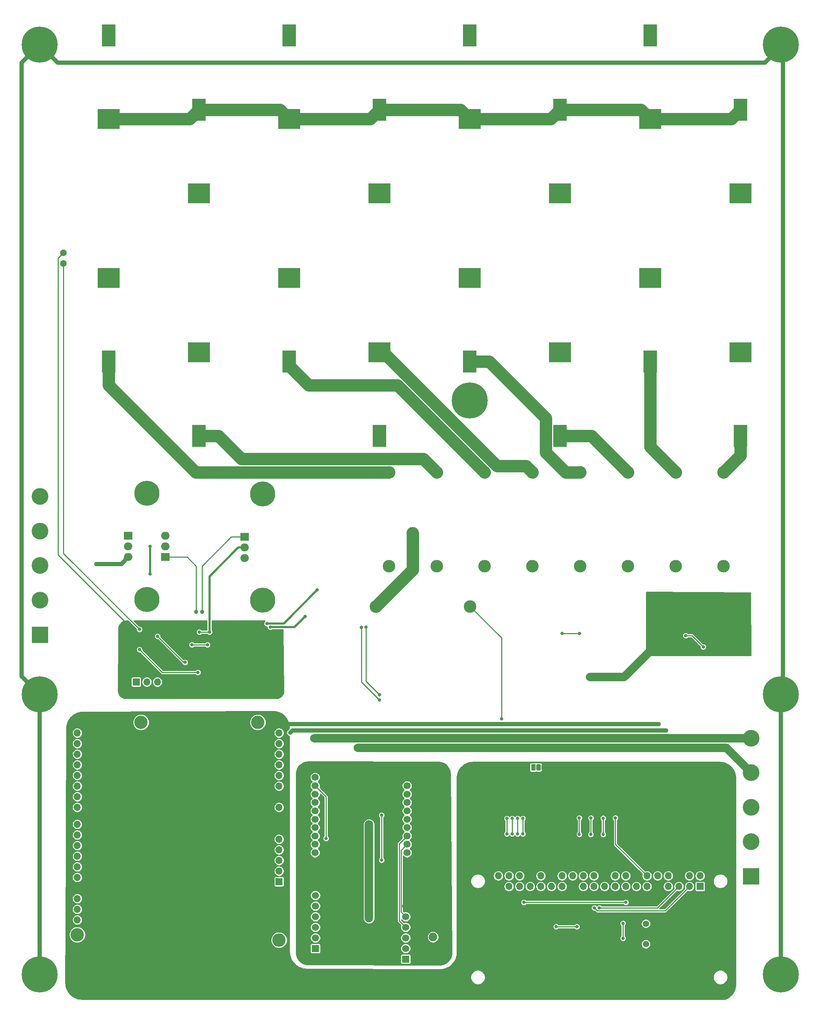
<source format=gbr>
G04 #@! TF.GenerationSoftware,KiCad,Pcbnew,(5.1.5-0-10_14)*
G04 #@! TF.CreationDate,2021-05-01T16:36:58+02:00*
G04 #@! TF.ProjectId,GNSSreferencestationV4,474e5353-7265-4666-9572-656e63657374,rev?*
G04 #@! TF.SameCoordinates,Original*
G04 #@! TF.FileFunction,Copper,L2,Bot*
G04 #@! TF.FilePolarity,Positive*
%FSLAX46Y46*%
G04 Gerber Fmt 4.6, Leading zero omitted, Abs format (unit mm)*
G04 Created by KiCad (PCBNEW (5.1.5-0-10_14)) date 2021-05-01 16:36:58*
%MOMM*%
%LPD*%
G04 APERTURE LIST*
%ADD10C,1.700000*%
%ADD11R,1.700000X1.700000*%
%ADD12C,2.250000*%
%ADD13C,2.050000*%
%ADD14R,3.300000X5.300000*%
%ADD15R,5.300000X4.750000*%
%ADD16C,3.200000*%
%ADD17O,1.700000X1.700000*%
%ADD18R,1.120000X1.500000*%
%ADD19C,0.100000*%
%ADD20C,4.000000*%
%ADD21R,4.000000X4.000000*%
%ADD22C,1.500000*%
%ADD23C,0.900000*%
%ADD24C,8.600000*%
%ADD25O,2.000000X1.905000*%
%ADD26R,2.000000X1.905000*%
%ADD27C,1.600000*%
%ADD28C,6.000000*%
%ADD29C,3.000000*%
%ADD30C,0.800000*%
%ADD31C,2.000000*%
%ADD32C,1.000000*%
%ADD33C,3.000000*%
%ADD34C,0.250000*%
%ADD35C,1.000000*%
%ADD36C,2.000000*%
%ADD37C,0.500000*%
%ADD38C,0.254000*%
G04 APERTURE END LIST*
D10*
X72250500Y-185527500D03*
X72250500Y-187527500D03*
X72250500Y-189527500D03*
X72250500Y-191527500D03*
X72250500Y-193527500D03*
X72250500Y-195527500D03*
X72250500Y-197527500D03*
X72250500Y-199527500D03*
X72250500Y-181527500D03*
X72250500Y-183527500D03*
X94250500Y-199527500D03*
X94250500Y-197527500D03*
X94250500Y-195527500D03*
X94250500Y-193527500D03*
X94250500Y-191527500D03*
X94250500Y-189527500D03*
X94250500Y-187527500D03*
X94250500Y-185527500D03*
X94250500Y-183527500D03*
X94250500Y-181527500D03*
D11*
X72326000Y-222440500D03*
D10*
X72326000Y-219900500D03*
X72326000Y-217360500D03*
X72326000Y-214820500D03*
X72326000Y-212280500D03*
X72326000Y-209740500D03*
D11*
X93917000Y-224980500D03*
D10*
X93917000Y-222440500D03*
X93917000Y-219900500D03*
X93917000Y-217360500D03*
X93917000Y-214820500D03*
X93917000Y-212280500D03*
D12*
X97917000Y-222250000D03*
X97917000Y-217170000D03*
X102997000Y-217170000D03*
X102997000Y-222250000D03*
D13*
X100457000Y-219710000D03*
D14*
X152400000Y-82077500D03*
D15*
X152400000Y-62077500D03*
X152400000Y-24127500D03*
D14*
X152400000Y-4127500D03*
X109220000Y-82077500D03*
D15*
X109220000Y-62077500D03*
X109220000Y-24127500D03*
D14*
X109220000Y-4127500D03*
X66040000Y-82077500D03*
D15*
X66040000Y-62077500D03*
X66040000Y-24127500D03*
D14*
X66040000Y-4127500D03*
X22860000Y-82077500D03*
D15*
X22860000Y-62077500D03*
X22860000Y-24127500D03*
D14*
X22860000Y-4127500D03*
X130810000Y-99857500D03*
D15*
X130810000Y-79857500D03*
X130810000Y-41907500D03*
D14*
X130810000Y-21907500D03*
X173990000Y-99857500D03*
D15*
X173990000Y-79857500D03*
X173990000Y-41907500D03*
D14*
X173990000Y-21907500D03*
X87630000Y-99857500D03*
D15*
X87630000Y-79857500D03*
X87630000Y-41907500D03*
D14*
X87630000Y-21907500D03*
X44450000Y-99857500D03*
D15*
X44450000Y-79857500D03*
X44450000Y-41907500D03*
D14*
X44450000Y-21907500D03*
D16*
X58547000Y-168363000D03*
X30607000Y-168363000D03*
X15367000Y-219163000D03*
X63627000Y-220433000D03*
D17*
X15367000Y-173443000D03*
X15367000Y-170903000D03*
X15367000Y-210523000D03*
X63627000Y-170903000D03*
X15367000Y-207983000D03*
X63627000Y-173443000D03*
X15367000Y-205443000D03*
X63627000Y-175983000D03*
X15367000Y-202903000D03*
X63627000Y-178523000D03*
X15367000Y-200363000D03*
X63627000Y-181063000D03*
X15367000Y-197823000D03*
X63627000Y-183603000D03*
X15367000Y-195283000D03*
X63627000Y-188683000D03*
X15367000Y-192743000D03*
X63627000Y-191223000D03*
X15367000Y-188683000D03*
X63627000Y-193763000D03*
X15367000Y-186143000D03*
X63627000Y-196303000D03*
X15367000Y-183603000D03*
X63627000Y-198843000D03*
X15367000Y-181063000D03*
X63627000Y-201383000D03*
X15367000Y-178523000D03*
X63627000Y-203923000D03*
X15367000Y-175983000D03*
D11*
X63627000Y-206463000D03*
D17*
X15367000Y-213063000D03*
X15367000Y-215603000D03*
D18*
X124460000Y-179133500D03*
G04 #@! TA.AperFunction,ComponentPad*
D19*
G36*
X127307445Y-178384848D02*
G01*
X127334625Y-178388880D01*
X127361280Y-178395557D01*
X127387151Y-178404814D01*
X127411991Y-178416562D01*
X127435560Y-178430689D01*
X127457630Y-178447057D01*
X127477990Y-178465510D01*
X127496443Y-178485870D01*
X127512811Y-178507940D01*
X127526938Y-178531509D01*
X127538686Y-178556349D01*
X127547943Y-178582220D01*
X127554620Y-178608875D01*
X127558652Y-178636055D01*
X127560000Y-178663500D01*
X127560000Y-179603500D01*
X127558652Y-179630945D01*
X127554620Y-179658125D01*
X127547943Y-179684780D01*
X127538686Y-179710651D01*
X127526938Y-179735491D01*
X127512811Y-179759060D01*
X127496443Y-179781130D01*
X127477990Y-179801490D01*
X127457630Y-179819943D01*
X127435560Y-179836311D01*
X127411991Y-179850438D01*
X127387151Y-179862186D01*
X127361280Y-179871443D01*
X127334625Y-179878120D01*
X127307445Y-179882152D01*
X127280000Y-179883500D01*
X126720000Y-179883500D01*
X126692555Y-179882152D01*
X126665375Y-179878120D01*
X126638720Y-179871443D01*
X126612849Y-179862186D01*
X126588009Y-179850438D01*
X126564440Y-179836311D01*
X126542370Y-179819943D01*
X126522010Y-179801490D01*
X126503557Y-179781130D01*
X126487189Y-179759060D01*
X126473062Y-179735491D01*
X126461314Y-179710651D01*
X126452057Y-179684780D01*
X126445380Y-179658125D01*
X126441348Y-179630945D01*
X126440000Y-179603500D01*
X126440000Y-178663500D01*
X126441348Y-178636055D01*
X126445380Y-178608875D01*
X126452057Y-178582220D01*
X126461314Y-178556349D01*
X126473062Y-178531509D01*
X126487189Y-178507940D01*
X126503557Y-178485870D01*
X126522010Y-178465510D01*
X126542370Y-178447057D01*
X126564440Y-178430689D01*
X126588009Y-178416562D01*
X126612849Y-178404814D01*
X126638720Y-178395557D01*
X126665375Y-178388880D01*
X126692555Y-178384848D01*
X126720000Y-178383500D01*
X127280000Y-178383500D01*
X127307445Y-178384848D01*
G37*
G04 #@! TD.AperFunction*
G04 #@! TA.AperFunction,ComponentPad*
G36*
X126037445Y-178384848D02*
G01*
X126064625Y-178388880D01*
X126091280Y-178395557D01*
X126117151Y-178404814D01*
X126141991Y-178416562D01*
X126165560Y-178430689D01*
X126187630Y-178447057D01*
X126207990Y-178465510D01*
X126226443Y-178485870D01*
X126242811Y-178507940D01*
X126256938Y-178531509D01*
X126268686Y-178556349D01*
X126277943Y-178582220D01*
X126284620Y-178608875D01*
X126288652Y-178636055D01*
X126290000Y-178663500D01*
X126290000Y-179603500D01*
X126288652Y-179630945D01*
X126284620Y-179658125D01*
X126277943Y-179684780D01*
X126268686Y-179710651D01*
X126256938Y-179735491D01*
X126242811Y-179759060D01*
X126226443Y-179781130D01*
X126207990Y-179801490D01*
X126187630Y-179819943D01*
X126165560Y-179836311D01*
X126141991Y-179850438D01*
X126117151Y-179862186D01*
X126091280Y-179871443D01*
X126064625Y-179878120D01*
X126037445Y-179882152D01*
X126010000Y-179883500D01*
X125450000Y-179883500D01*
X125422555Y-179882152D01*
X125395375Y-179878120D01*
X125368720Y-179871443D01*
X125342849Y-179862186D01*
X125318009Y-179850438D01*
X125294440Y-179836311D01*
X125272370Y-179819943D01*
X125252010Y-179801490D01*
X125233557Y-179781130D01*
X125217189Y-179759060D01*
X125203062Y-179735491D01*
X125191314Y-179710651D01*
X125182057Y-179684780D01*
X125175380Y-179658125D01*
X125171348Y-179630945D01*
X125170000Y-179603500D01*
X125170000Y-178663500D01*
X125171348Y-178636055D01*
X125175380Y-178608875D01*
X125182057Y-178582220D01*
X125191314Y-178556349D01*
X125203062Y-178531509D01*
X125217189Y-178507940D01*
X125233557Y-178485870D01*
X125252010Y-178465510D01*
X125272370Y-178447057D01*
X125294440Y-178430689D01*
X125318009Y-178416562D01*
X125342849Y-178404814D01*
X125368720Y-178395557D01*
X125395375Y-178388880D01*
X125422555Y-178384848D01*
X125450000Y-178383500D01*
X126010000Y-178383500D01*
X126037445Y-178384848D01*
G37*
G04 #@! TD.AperFunction*
D20*
X176593500Y-172138500D03*
X176593500Y-180398500D03*
X176593500Y-188658500D03*
X176593500Y-196918500D03*
D21*
X176593500Y-205178500D03*
D20*
X6477000Y-114378000D03*
X6477000Y-122638000D03*
X6477000Y-130898000D03*
X6477000Y-139158000D03*
D21*
X6477000Y-147418000D03*
D17*
X116078000Y-205066000D03*
X116078000Y-207606000D03*
X133858000Y-205066000D03*
X133858000Y-207606000D03*
X138938000Y-205066000D03*
X138938000Y-207606000D03*
X128778000Y-205066000D03*
X128778000Y-207606000D03*
X156718000Y-205066000D03*
X156718000Y-207606000D03*
X126238000Y-205066000D03*
X126238000Y-207606000D03*
X144018000Y-205066000D03*
X144018000Y-207606000D03*
X121158000Y-205066000D03*
X121158000Y-207606000D03*
X123698000Y-205066000D03*
X123698000Y-207606000D03*
X118618000Y-205066000D03*
X118618000Y-207606000D03*
X141478000Y-205066000D03*
X141478000Y-207606000D03*
X154178000Y-205066000D03*
X154178000Y-207606000D03*
X149098000Y-205066000D03*
X149098000Y-207606000D03*
X131318000Y-205066000D03*
X131318000Y-207606000D03*
X151638000Y-205066000D03*
X151638000Y-207606000D03*
X136398000Y-205066000D03*
X136398000Y-207606000D03*
D11*
X164338000Y-207606000D03*
D17*
X164338000Y-205066000D03*
X159258000Y-207606000D03*
X161798000Y-205066000D03*
X146558000Y-205066000D03*
X146558000Y-207606000D03*
X161798000Y-207606000D03*
X159258000Y-205066000D03*
D22*
X151384000Y-216505500D03*
X151384000Y-221385500D03*
D23*
X8630419Y-226369581D03*
X6350000Y-225425000D03*
X4069581Y-226369581D03*
X3125000Y-228650000D03*
X4069581Y-230930419D03*
X6350000Y-231875000D03*
X8630419Y-230930419D03*
X9575000Y-228650000D03*
D24*
X6350000Y-228650000D03*
D23*
X185930419Y-226369581D03*
X183650000Y-225425000D03*
X181369581Y-226369581D03*
X180425000Y-228650000D03*
X181369581Y-230930419D03*
X183650000Y-231875000D03*
X185930419Y-230930419D03*
X186875000Y-228650000D03*
D24*
X183650000Y-228650000D03*
D25*
X27559000Y-128866000D03*
X27559000Y-126326000D03*
D26*
X27559000Y-123786000D03*
D27*
X12065000Y-58674000D03*
X12065000Y-56134000D03*
D25*
X55372000Y-129120000D03*
X55372000Y-126580000D03*
D26*
X55372000Y-124040000D03*
D25*
X36449000Y-123786000D03*
X36449000Y-126326000D03*
D26*
X36449000Y-128866000D03*
D17*
X34544000Y-158711000D03*
X32004000Y-158711000D03*
D11*
X29464000Y-158711000D03*
D28*
X59690000Y-139153000D03*
X59690000Y-113753000D03*
X32004000Y-113626000D03*
X32004000Y-139026000D03*
D23*
X185930419Y-159369581D03*
X183650000Y-158425000D03*
X181369581Y-159369581D03*
X180425000Y-161650000D03*
X181369581Y-163930419D03*
X183650000Y-164875000D03*
X185930419Y-163930419D03*
X186875000Y-161650000D03*
D24*
X183650000Y-161650000D03*
D29*
X86847000Y-140677000D03*
X109347000Y-140677000D03*
D23*
X111500419Y-89159581D03*
X109220000Y-88215000D03*
X106939581Y-89159581D03*
X105995000Y-91440000D03*
X106939581Y-93720419D03*
X109220000Y-94665000D03*
X111500419Y-93720419D03*
X112445000Y-91440000D03*
D24*
X109220000Y-91440000D03*
D29*
X135636000Y-108564000D03*
X135636000Y-131064000D03*
D23*
X8630419Y-159369581D03*
X6350000Y-158425000D03*
X4069581Y-159369581D03*
X3125000Y-161650000D03*
X4069581Y-163930419D03*
X6350000Y-164875000D03*
X8630419Y-163930419D03*
X9575000Y-161650000D03*
D24*
X6350000Y-161650000D03*
D23*
X8630419Y-4069581D03*
X6350000Y-3125000D03*
X4069581Y-4069581D03*
X3125000Y-6350000D03*
X4069581Y-8630419D03*
X6350000Y-9575000D03*
X8630419Y-8630419D03*
X9575000Y-6350000D03*
D24*
X6350000Y-6350000D03*
D23*
X185930419Y-4069581D03*
X183650000Y-3125000D03*
X181369581Y-4069581D03*
X180425000Y-6350000D03*
X181369581Y-8630419D03*
X183650000Y-9575000D03*
X185930419Y-8630419D03*
X186875000Y-6350000D03*
D24*
X183650000Y-6350000D03*
D29*
X169926000Y-108564000D03*
X169926000Y-131064000D03*
X158496000Y-108564000D03*
X158496000Y-131064000D03*
X147066000Y-108564000D03*
X147066000Y-131064000D03*
X124206000Y-108564000D03*
X124206000Y-131064000D03*
X112776000Y-108564000D03*
X112776000Y-131064000D03*
X101346000Y-108564000D03*
X101346000Y-131064000D03*
X89916000Y-108564000D03*
X89916000Y-131064000D03*
D30*
X44577000Y-152488000D03*
X43561000Y-153504000D03*
X48133000Y-152361000D03*
D31*
X63627000Y-148170000D03*
D30*
X36322000Y-151599000D03*
X31369000Y-153504000D03*
X33147000Y-150964000D03*
X61468000Y-159219000D03*
D31*
X26543000Y-145503000D03*
D32*
X19939000Y-130517000D03*
X160020000Y-143852000D03*
X160020000Y-146646000D03*
X152527000Y-137883000D03*
X152527000Y-139407000D03*
X152527000Y-140804000D03*
X154051000Y-137883000D03*
X154051000Y-139407000D03*
X154051000Y-140804000D03*
X152527000Y-142201000D03*
X154051000Y-142201000D03*
X152527000Y-143471000D03*
X154051000Y-143471000D03*
X156210000Y-143471000D03*
X160020000Y-145249000D03*
X163576000Y-151726000D03*
D31*
X138049000Y-157568000D03*
X78676500Y-191071500D03*
D30*
X87249000Y-192468500D03*
D31*
X167894000Y-174454000D03*
X82486500Y-174498000D03*
X85153500Y-192786000D03*
X85153500Y-215201500D03*
D30*
X129921000Y-217194500D03*
X134874000Y-217194500D03*
D32*
X66294000Y-170839500D03*
X156221000Y-170279000D03*
D30*
X134747000Y-219734500D03*
X141351000Y-216432500D03*
D32*
X154421000Y-168818500D03*
X63754000Y-168426500D03*
X147320000Y-182523500D03*
X154432000Y-178332500D03*
D30*
X129857500Y-189508500D03*
X160274000Y-216432500D03*
X170688000Y-217575500D03*
X135470000Y-147154000D03*
X131330000Y-147154000D03*
D29*
X95631000Y-123151000D03*
D30*
X165100000Y-150329000D03*
X160910208Y-147621044D03*
X44196000Y-156425000D03*
X30226000Y-150964000D03*
D32*
X43815000Y-141947000D03*
X45212000Y-141947000D03*
D30*
X34544000Y-147789000D03*
X41148000Y-154012000D03*
X30226000Y-146138000D03*
X116840000Y-167513000D03*
D31*
X72102501Y-172181999D03*
D30*
X145923000Y-216432500D03*
X145923000Y-219988500D03*
X122174000Y-211416000D03*
X146558000Y-211416000D03*
X135445500Y-191223000D03*
X135445500Y-195160000D03*
X138239500Y-191223000D03*
X138176000Y-195160000D03*
X141160500Y-191286500D03*
X141160500Y-195160000D03*
D32*
X184150000Y-147662000D03*
D30*
X144081500Y-191198500D03*
X121920000Y-191350000D03*
X121920000Y-195033000D03*
X120650000Y-191350000D03*
X120650000Y-195033000D03*
X119380000Y-191350000D03*
X119380000Y-195033000D03*
X118110000Y-191350000D03*
X118110000Y-195033000D03*
X139065000Y-212749500D03*
X140208000Y-212749500D03*
X72771000Y-136740000D03*
X60706000Y-144741000D03*
X84455000Y-145605500D03*
X87630000Y-161734500D03*
X69850000Y-143090000D03*
X61539494Y-145591000D03*
X87630000Y-163004500D03*
X83375500Y-145669000D03*
X88138000Y-201327500D03*
X88138000Y-190563500D03*
X74866500Y-196151500D03*
X32766000Y-132930000D03*
X32766000Y-126326000D03*
X46482000Y-149821000D03*
X42799000Y-149821000D03*
X44544000Y-146773000D03*
X46990000Y-146773000D03*
D33*
X22860000Y-87730000D02*
X22860000Y-82080000D01*
X43694000Y-108564000D02*
X22860000Y-87730000D01*
X89916000Y-108564000D02*
X43694000Y-108564000D01*
X49100000Y-99860000D02*
X44450000Y-99860000D01*
X54603990Y-105363990D02*
X49100000Y-99860000D01*
X98145990Y-105363990D02*
X54603990Y-105363990D01*
X101346000Y-108564000D02*
X98145990Y-105363990D01*
X111276001Y-107064001D02*
X112776000Y-108564000D01*
X70690000Y-87730000D02*
X91942000Y-87730000D01*
X91942000Y-87730000D02*
X111276001Y-107064001D01*
X66040000Y-83080000D02*
X70690000Y-87730000D01*
X66040000Y-82080000D02*
X66040000Y-83080000D01*
X88597496Y-79860000D02*
X87630000Y-79860000D01*
X115801497Y-107064001D02*
X88597496Y-79860000D01*
X122706001Y-107064001D02*
X115801497Y-107064001D01*
X124206000Y-108564000D02*
X122706001Y-107064001D01*
X133514680Y-108564000D02*
X135636000Y-108564000D01*
X132153998Y-108564000D02*
X133514680Y-108564000D01*
X127459999Y-103870001D02*
X132153998Y-108564000D01*
X127459999Y-95669999D02*
X127459999Y-103870001D01*
X113870000Y-82080000D02*
X127459999Y-95669999D01*
X109220000Y-82080000D02*
X113870000Y-82080000D01*
X138362000Y-99860000D02*
X147066000Y-108564000D01*
X130810000Y-99860000D02*
X138362000Y-99860000D01*
X152400000Y-102468000D02*
X158496000Y-108564000D01*
X152400000Y-82080000D02*
X152400000Y-102468000D01*
X173990000Y-104500000D02*
X169926000Y-108564000D01*
X173990000Y-99860000D02*
X173990000Y-104500000D01*
D34*
X10795000Y-57404000D02*
X12065000Y-56134000D01*
X10795000Y-128358000D02*
X10795000Y-57404000D01*
X27178000Y-144741000D02*
X10795000Y-128358000D01*
D35*
X25908000Y-130517000D02*
X27559000Y-128866000D01*
X19939000Y-130517000D02*
X25908000Y-130517000D01*
D36*
X138049000Y-157568000D02*
X138049000Y-157568000D01*
X146177000Y-157568000D02*
X154178000Y-149567000D01*
X138049000Y-157568000D02*
X146177000Y-157568000D01*
X82486500Y-174498000D02*
X167894000Y-174454000D01*
X85153500Y-192786000D02*
X85153500Y-215201500D01*
X170649000Y-174454000D02*
X176593500Y-180398500D01*
X167894000Y-174454000D02*
X170649000Y-174454000D01*
D34*
X129921000Y-217194500D02*
X134874000Y-217194500D01*
D35*
X66294000Y-170839500D02*
X66854500Y-170279000D01*
X124512500Y-170279000D02*
X156221000Y-170279000D01*
X66854500Y-170279000D02*
X124512500Y-170279000D01*
X64146000Y-168818500D02*
X63754000Y-168426500D01*
X126936500Y-168807500D02*
X64146000Y-168818500D01*
X154421000Y-168818500D02*
X126936500Y-168807500D01*
D34*
X135470000Y-147154000D02*
X131330000Y-147154000D01*
D33*
X42230000Y-24130000D02*
X44450000Y-21910000D01*
X22860000Y-24130000D02*
X42230000Y-24130000D01*
X63820000Y-21910000D02*
X66040000Y-24130000D01*
X44450000Y-21910000D02*
X63820000Y-21910000D01*
X85410000Y-24130000D02*
X87630000Y-21910000D01*
X66040000Y-24130000D02*
X85410000Y-24130000D01*
X107000000Y-21910000D02*
X109220000Y-24130000D01*
X87630000Y-21910000D02*
X107000000Y-21910000D01*
X128590000Y-24130000D02*
X130810000Y-21910000D01*
X109220000Y-24130000D02*
X128590000Y-24130000D01*
X150180000Y-21910000D02*
X152400000Y-24130000D01*
X130810000Y-21910000D02*
X150180000Y-21910000D01*
X171770000Y-24130000D02*
X173990000Y-21910000D01*
X152400000Y-24130000D02*
X171770000Y-24130000D01*
X95631000Y-131893000D02*
X86847000Y-140677000D01*
X95631000Y-123151000D02*
X95631000Y-131893000D01*
D34*
X162392044Y-147621044D02*
X160910208Y-147621044D01*
X165100000Y-150329000D02*
X162392044Y-147621044D01*
X35687000Y-156425000D02*
X30226000Y-150964000D01*
X44196000Y-156425000D02*
X35687000Y-156425000D01*
X43815000Y-141947000D02*
X43815000Y-131025000D01*
X43815000Y-131025000D02*
X41656000Y-128866000D01*
X41656000Y-128866000D02*
X36449000Y-128866000D01*
X45212000Y-141947000D02*
X45212000Y-131025000D01*
X52197000Y-124040000D02*
X55372000Y-124040000D01*
X45212000Y-131025000D02*
X52197000Y-124040000D01*
X40767000Y-154012000D02*
X41148000Y-154012000D01*
X34544000Y-147789000D02*
X40767000Y-154012000D01*
X30226000Y-146138000D02*
X12065000Y-127977000D01*
X12065000Y-127977000D02*
X12065000Y-60794000D01*
X12065000Y-60794000D02*
X12065000Y-58674000D01*
X116840000Y-167513000D02*
X116840000Y-148170000D01*
X116840000Y-148170000D02*
X109347000Y-140677000D01*
D36*
X172348072Y-172181999D02*
X72102501Y-172181999D01*
X72102501Y-172181999D02*
X72102501Y-172181999D01*
X172391571Y-172138500D02*
X176593500Y-172138500D01*
X172348072Y-172181999D02*
X172391571Y-172138500D01*
D34*
X145923000Y-216432500D02*
X145923000Y-219988500D01*
X122174000Y-211416000D02*
X146558000Y-211416000D01*
X135445500Y-191223000D02*
X135445500Y-195160000D01*
X138239500Y-195096500D02*
X138176000Y-195160000D01*
X138239500Y-191223000D02*
X138239500Y-195096500D01*
X141160500Y-191286500D02*
X141160500Y-195160000D01*
D35*
X184277000Y-160690000D02*
X183777000Y-161190000D01*
X2050001Y-10649999D02*
X2050001Y-157350001D01*
X2050001Y-157350001D02*
X6350000Y-161650000D01*
X6350000Y-6350000D02*
X2050001Y-10649999D01*
X184150000Y-161277000D02*
X183777000Y-161650000D01*
X184150000Y-6350000D02*
X184150000Y-131025000D01*
X184150000Y-131025000D02*
X184150000Y-143090000D01*
X184150000Y-147662000D02*
X184150000Y-161277000D01*
X184150000Y-143090000D02*
X184150000Y-147662000D01*
X6350000Y-164875000D02*
X6350000Y-161650000D01*
X6350000Y-228650000D02*
X6350000Y-164875000D01*
X183650000Y-161777000D02*
X183777000Y-161650000D01*
X183650000Y-228650000D02*
X183650000Y-161777000D01*
X10649999Y-10649999D02*
X179850001Y-10649999D01*
X179850001Y-10649999D02*
X184150000Y-6350000D01*
X6350000Y-6350000D02*
X10649999Y-10649999D01*
D34*
X144081500Y-197509500D02*
X151638000Y-205066000D01*
X144081500Y-191198500D02*
X144081500Y-197509500D01*
X93067001Y-216510501D02*
X93917000Y-217360500D01*
X92391989Y-215835489D02*
X93067001Y-216510501D01*
X92391989Y-197386011D02*
X92391989Y-215835489D01*
X94250500Y-195527500D02*
X92391989Y-197386011D01*
X93400501Y-198377499D02*
X94250500Y-197527500D01*
X92791999Y-198986001D02*
X93400501Y-198377499D01*
X92791999Y-213695499D02*
X92791999Y-198986001D01*
X93917000Y-214820500D02*
X92791999Y-213695499D01*
X121920000Y-191350000D02*
X121920000Y-195033000D01*
X120650000Y-191350000D02*
X120650000Y-195033000D01*
X119380000Y-191350000D02*
X119380000Y-195033000D01*
X118110000Y-191350000D02*
X118110000Y-195033000D01*
X139065000Y-212622500D02*
X139065000Y-212749500D01*
X139740001Y-213424501D02*
X139065000Y-212749500D01*
X155979499Y-213424501D02*
X139740001Y-213424501D01*
X161798000Y-207606000D02*
X155979499Y-213424501D01*
X140208000Y-212749500D02*
X149987000Y-212749500D01*
X154114500Y-212749500D02*
X159258000Y-207606000D01*
X140208000Y-212749500D02*
X154114500Y-212749500D01*
D37*
X64770000Y-144741000D02*
X60706000Y-144741000D01*
X72771000Y-136740000D02*
X64770000Y-144741000D01*
D34*
X84455000Y-158559500D02*
X87630000Y-161734500D01*
X84455000Y-145605500D02*
X84455000Y-158559500D01*
D37*
X61539495Y-145591001D02*
X61539494Y-145591000D01*
X67348999Y-145591001D02*
X61539495Y-145591001D01*
X69850000Y-143090000D02*
X67348999Y-145591001D01*
D34*
X87630000Y-163004500D02*
X83375500Y-158750000D01*
X83375500Y-158750000D02*
X83375500Y-145669000D01*
X88138000Y-201327500D02*
X88138000Y-190563500D01*
X74866500Y-186143500D02*
X72250500Y-183527500D01*
X74866500Y-196151500D02*
X74866500Y-186143500D01*
D37*
X32766000Y-132930000D02*
X32766000Y-126326000D01*
D34*
X46482000Y-149821000D02*
X42799000Y-149821000D01*
X44544000Y-146773000D02*
X46990000Y-146773000D01*
D37*
X53872000Y-126580000D02*
X55372000Y-126580000D01*
X46990000Y-133462000D02*
X53872000Y-126580000D01*
X46990000Y-146773000D02*
X46990000Y-133462000D01*
D38*
G36*
X176269217Y-137373684D02*
G01*
X176327466Y-137385507D01*
X176366305Y-137411548D01*
X176392312Y-137450410D01*
X176404082Y-137508669D01*
X176465404Y-152263547D01*
X176453904Y-152322417D01*
X176427768Y-152361703D01*
X176388555Y-152387939D01*
X176329716Y-152399592D01*
X151646304Y-152361405D01*
X151587751Y-152349676D01*
X151548716Y-152323539D01*
X151522640Y-152284464D01*
X151511000Y-152225888D01*
X151511000Y-147544122D01*
X160129208Y-147544122D01*
X160129208Y-147697966D01*
X160159221Y-147848853D01*
X160218095Y-147990986D01*
X160303566Y-148118903D01*
X160412349Y-148227686D01*
X160540266Y-148313157D01*
X160682399Y-148372031D01*
X160833286Y-148402044D01*
X160987130Y-148402044D01*
X161138017Y-148372031D01*
X161280150Y-148313157D01*
X161408067Y-148227686D01*
X161508709Y-148127044D01*
X162182453Y-148127044D01*
X164319000Y-150263592D01*
X164319000Y-150405922D01*
X164349013Y-150556809D01*
X164407887Y-150698942D01*
X164493358Y-150826859D01*
X164602141Y-150935642D01*
X164730058Y-151021113D01*
X164872191Y-151079987D01*
X165023078Y-151110000D01*
X165176922Y-151110000D01*
X165327809Y-151079987D01*
X165469942Y-151021113D01*
X165597859Y-150935642D01*
X165706642Y-150826859D01*
X165792113Y-150698942D01*
X165850987Y-150556809D01*
X165881000Y-150405922D01*
X165881000Y-150252078D01*
X165850987Y-150101191D01*
X165792113Y-149959058D01*
X165706642Y-149831141D01*
X165597859Y-149722358D01*
X165469942Y-149636887D01*
X165327809Y-149578013D01*
X165176922Y-149548000D01*
X165034592Y-149548000D01*
X162767420Y-147280829D01*
X162751571Y-147261517D01*
X162674523Y-147198285D01*
X162586619Y-147151299D01*
X162491237Y-147122366D01*
X162416898Y-147115044D01*
X162416890Y-147115044D01*
X162392044Y-147112597D01*
X162367198Y-147115044D01*
X161508709Y-147115044D01*
X161408067Y-147014402D01*
X161280150Y-146928931D01*
X161138017Y-146870057D01*
X160987130Y-146840044D01*
X160833286Y-146840044D01*
X160682399Y-146870057D01*
X160540266Y-146928931D01*
X160412349Y-147014402D01*
X160303566Y-147123185D01*
X160218095Y-147251102D01*
X160159221Y-147393235D01*
X160129208Y-147544122D01*
X151511000Y-147544122D01*
X151511000Y-137384814D01*
X151522735Y-137326013D01*
X151549012Y-137286847D01*
X151588309Y-137260769D01*
X151647172Y-137249330D01*
X176269217Y-137373684D01*
G37*
X176269217Y-137373684D02*
X176327466Y-137385507D01*
X176366305Y-137411548D01*
X176392312Y-137450410D01*
X176404082Y-137508669D01*
X176465404Y-152263547D01*
X176453904Y-152322417D01*
X176427768Y-152361703D01*
X176388555Y-152387939D01*
X176329716Y-152399592D01*
X151646304Y-152361405D01*
X151587751Y-152349676D01*
X151548716Y-152323539D01*
X151522640Y-152284464D01*
X151511000Y-152225888D01*
X151511000Y-147544122D01*
X160129208Y-147544122D01*
X160129208Y-147697966D01*
X160159221Y-147848853D01*
X160218095Y-147990986D01*
X160303566Y-148118903D01*
X160412349Y-148227686D01*
X160540266Y-148313157D01*
X160682399Y-148372031D01*
X160833286Y-148402044D01*
X160987130Y-148402044D01*
X161138017Y-148372031D01*
X161280150Y-148313157D01*
X161408067Y-148227686D01*
X161508709Y-148127044D01*
X162182453Y-148127044D01*
X164319000Y-150263592D01*
X164319000Y-150405922D01*
X164349013Y-150556809D01*
X164407887Y-150698942D01*
X164493358Y-150826859D01*
X164602141Y-150935642D01*
X164730058Y-151021113D01*
X164872191Y-151079987D01*
X165023078Y-151110000D01*
X165176922Y-151110000D01*
X165327809Y-151079987D01*
X165469942Y-151021113D01*
X165597859Y-150935642D01*
X165706642Y-150826859D01*
X165792113Y-150698942D01*
X165850987Y-150556809D01*
X165881000Y-150405922D01*
X165881000Y-150252078D01*
X165850987Y-150101191D01*
X165792113Y-149959058D01*
X165706642Y-149831141D01*
X165597859Y-149722358D01*
X165469942Y-149636887D01*
X165327809Y-149578013D01*
X165176922Y-149548000D01*
X165034592Y-149548000D01*
X162767420Y-147280829D01*
X162751571Y-147261517D01*
X162674523Y-147198285D01*
X162586619Y-147151299D01*
X162491237Y-147122366D01*
X162416898Y-147115044D01*
X162416890Y-147115044D01*
X162392044Y-147112597D01*
X162367198Y-147115044D01*
X161508709Y-147115044D01*
X161408067Y-147014402D01*
X161280150Y-146928931D01*
X161138017Y-146870057D01*
X160987130Y-146840044D01*
X160833286Y-146840044D01*
X160682399Y-146870057D01*
X160540266Y-146928931D01*
X160412349Y-147014402D01*
X160303566Y-147123185D01*
X160218095Y-147251102D01*
X160159221Y-147393235D01*
X160129208Y-147544122D01*
X151511000Y-147544122D01*
X151511000Y-137384814D01*
X151522735Y-137326013D01*
X151549012Y-137286847D01*
X151588309Y-137260769D01*
X151647172Y-137249330D01*
X176269217Y-137373684D01*
G36*
X29445000Y-146072592D02*
G01*
X29445000Y-146214922D01*
X29475013Y-146365809D01*
X29533887Y-146507942D01*
X29619358Y-146635859D01*
X29728141Y-146744642D01*
X29856058Y-146830113D01*
X29998191Y-146888987D01*
X30149078Y-146919000D01*
X30302922Y-146919000D01*
X30453809Y-146888987D01*
X30595942Y-146830113D01*
X30723859Y-146744642D01*
X30832642Y-146635859D01*
X30918113Y-146507942D01*
X30976987Y-146365809D01*
X31007000Y-146214922D01*
X31007000Y-146061078D01*
X30976987Y-145910191D01*
X30918113Y-145768058D01*
X30832642Y-145640141D01*
X30723859Y-145531358D01*
X30595942Y-145445887D01*
X30453809Y-145387013D01*
X30302922Y-145357000D01*
X30160592Y-145357000D01*
X28909592Y-144106000D01*
X46359000Y-144106000D01*
X46359000Y-146267000D01*
X45142501Y-146267000D01*
X45041859Y-146166358D01*
X44913942Y-146080887D01*
X44771809Y-146022013D01*
X44620922Y-145992000D01*
X44467078Y-145992000D01*
X44316191Y-146022013D01*
X44174058Y-146080887D01*
X44046141Y-146166358D01*
X43937358Y-146275141D01*
X43851887Y-146403058D01*
X43793013Y-146545191D01*
X43763000Y-146696078D01*
X43763000Y-146849922D01*
X43793013Y-147000809D01*
X43851887Y-147142942D01*
X43937358Y-147270859D01*
X44046141Y-147379642D01*
X44174058Y-147465113D01*
X44316191Y-147523987D01*
X44467078Y-147554000D01*
X44620922Y-147554000D01*
X44771809Y-147523987D01*
X44913942Y-147465113D01*
X45041859Y-147379642D01*
X45142501Y-147279000D01*
X46391499Y-147279000D01*
X46492141Y-147379642D01*
X46620058Y-147465113D01*
X46762191Y-147523987D01*
X46913078Y-147554000D01*
X47066922Y-147554000D01*
X47217809Y-147523987D01*
X47359942Y-147465113D01*
X47487859Y-147379642D01*
X47596642Y-147270859D01*
X47682113Y-147142942D01*
X47740987Y-147000809D01*
X47771000Y-146849922D01*
X47771000Y-146696078D01*
X47740987Y-146545191D01*
X47682113Y-146403058D01*
X47621000Y-146311595D01*
X47621000Y-144106000D01*
X60250582Y-144106000D01*
X60208141Y-144134358D01*
X60099358Y-144243141D01*
X60013887Y-144371058D01*
X59955013Y-144513191D01*
X59925000Y-144664078D01*
X59925000Y-144817922D01*
X59955013Y-144968809D01*
X60013887Y-145110942D01*
X60099358Y-145238859D01*
X60208141Y-145347642D01*
X60336058Y-145433113D01*
X60478191Y-145491987D01*
X60629078Y-145522000D01*
X60758494Y-145522000D01*
X60758494Y-145667922D01*
X60788507Y-145818809D01*
X60847381Y-145960942D01*
X60932852Y-146088859D01*
X61041635Y-146197642D01*
X61169552Y-146283113D01*
X61311685Y-146341987D01*
X61462572Y-146372000D01*
X61616416Y-146372000D01*
X61767303Y-146341987D01*
X61909436Y-146283113D01*
X62000897Y-146222001D01*
X64546300Y-146222001D01*
X64742558Y-160745107D01*
X64726532Y-161018722D01*
X64672328Y-161282691D01*
X64580791Y-161536162D01*
X64453829Y-161773857D01*
X64294061Y-161990872D01*
X64104796Y-162182712D01*
X63889965Y-162345394D01*
X63653997Y-162475562D01*
X63401797Y-162570511D01*
X63138575Y-162628280D01*
X62865213Y-162648000D01*
X27037119Y-162648000D01*
X26764911Y-162628448D01*
X26502754Y-162571165D01*
X26251487Y-162477008D01*
X26016249Y-162347901D01*
X25801878Y-162186499D01*
X25612779Y-161996118D01*
X25452828Y-161780660D01*
X25325315Y-161544556D01*
X25232854Y-161292651D01*
X25177345Y-161030117D01*
X25159633Y-160757791D01*
X25179205Y-157861000D01*
X28231157Y-157861000D01*
X28231157Y-159561000D01*
X28238513Y-159635689D01*
X28260299Y-159707508D01*
X28295678Y-159773696D01*
X28343289Y-159831711D01*
X28401304Y-159879322D01*
X28467492Y-159914701D01*
X28539311Y-159936487D01*
X28614000Y-159943843D01*
X30314000Y-159943843D01*
X30388689Y-159936487D01*
X30460508Y-159914701D01*
X30526696Y-159879322D01*
X30584711Y-159831711D01*
X30632322Y-159773696D01*
X30667701Y-159707508D01*
X30689487Y-159635689D01*
X30696843Y-159561000D01*
X30696843Y-158589757D01*
X30773000Y-158589757D01*
X30773000Y-158832243D01*
X30820307Y-159070069D01*
X30913102Y-159294097D01*
X31047820Y-159495717D01*
X31219283Y-159667180D01*
X31420903Y-159801898D01*
X31644931Y-159894693D01*
X31882757Y-159942000D01*
X32125243Y-159942000D01*
X32363069Y-159894693D01*
X32587097Y-159801898D01*
X32788717Y-159667180D01*
X32960180Y-159495717D01*
X33094898Y-159294097D01*
X33187693Y-159070069D01*
X33235000Y-158832243D01*
X33235000Y-158589757D01*
X33313000Y-158589757D01*
X33313000Y-158832243D01*
X33360307Y-159070069D01*
X33453102Y-159294097D01*
X33587820Y-159495717D01*
X33759283Y-159667180D01*
X33960903Y-159801898D01*
X34184931Y-159894693D01*
X34422757Y-159942000D01*
X34665243Y-159942000D01*
X34903069Y-159894693D01*
X35127097Y-159801898D01*
X35328717Y-159667180D01*
X35500180Y-159495717D01*
X35634898Y-159294097D01*
X35727693Y-159070069D01*
X35775000Y-158832243D01*
X35775000Y-158589757D01*
X35727693Y-158351931D01*
X35634898Y-158127903D01*
X35500180Y-157926283D01*
X35328717Y-157754820D01*
X35127097Y-157620102D01*
X34903069Y-157527307D01*
X34665243Y-157480000D01*
X34422757Y-157480000D01*
X34184931Y-157527307D01*
X33960903Y-157620102D01*
X33759283Y-157754820D01*
X33587820Y-157926283D01*
X33453102Y-158127903D01*
X33360307Y-158351931D01*
X33313000Y-158589757D01*
X33235000Y-158589757D01*
X33187693Y-158351931D01*
X33094898Y-158127903D01*
X32960180Y-157926283D01*
X32788717Y-157754820D01*
X32587097Y-157620102D01*
X32363069Y-157527307D01*
X32125243Y-157480000D01*
X31882757Y-157480000D01*
X31644931Y-157527307D01*
X31420903Y-157620102D01*
X31219283Y-157754820D01*
X31047820Y-157926283D01*
X30913102Y-158127903D01*
X30820307Y-158351931D01*
X30773000Y-158589757D01*
X30696843Y-158589757D01*
X30696843Y-157861000D01*
X30689487Y-157786311D01*
X30667701Y-157714492D01*
X30632322Y-157648304D01*
X30584711Y-157590289D01*
X30526696Y-157542678D01*
X30460508Y-157507299D01*
X30388689Y-157485513D01*
X30314000Y-157478157D01*
X28614000Y-157478157D01*
X28539311Y-157485513D01*
X28467492Y-157507299D01*
X28401304Y-157542678D01*
X28343289Y-157590289D01*
X28295678Y-157648304D01*
X28260299Y-157714492D01*
X28238513Y-157786311D01*
X28231157Y-157861000D01*
X25179205Y-157861000D01*
X25226326Y-150887078D01*
X29445000Y-150887078D01*
X29445000Y-151040922D01*
X29475013Y-151191809D01*
X29533887Y-151333942D01*
X29619358Y-151461859D01*
X29728141Y-151570642D01*
X29856058Y-151656113D01*
X29998191Y-151714987D01*
X30149078Y-151745000D01*
X30291409Y-151745000D01*
X35311628Y-156765220D01*
X35327473Y-156784527D01*
X35404521Y-156847759D01*
X35492425Y-156894745D01*
X35565607Y-156916944D01*
X35587806Y-156923678D01*
X35597694Y-156924652D01*
X35662146Y-156931000D01*
X35662153Y-156931000D01*
X35686999Y-156933447D01*
X35711845Y-156931000D01*
X43597499Y-156931000D01*
X43698141Y-157031642D01*
X43826058Y-157117113D01*
X43968191Y-157175987D01*
X44119078Y-157206000D01*
X44272922Y-157206000D01*
X44423809Y-157175987D01*
X44565942Y-157117113D01*
X44693859Y-157031642D01*
X44802642Y-156922859D01*
X44888113Y-156794942D01*
X44946987Y-156652809D01*
X44977000Y-156501922D01*
X44977000Y-156348078D01*
X44946987Y-156197191D01*
X44888113Y-156055058D01*
X44802642Y-155927141D01*
X44693859Y-155818358D01*
X44565942Y-155732887D01*
X44423809Y-155674013D01*
X44272922Y-155644000D01*
X44119078Y-155644000D01*
X43968191Y-155674013D01*
X43826058Y-155732887D01*
X43698141Y-155818358D01*
X43597499Y-155919000D01*
X35896592Y-155919000D01*
X31007000Y-151029409D01*
X31007000Y-150887078D01*
X30976987Y-150736191D01*
X30918113Y-150594058D01*
X30832642Y-150466141D01*
X30723859Y-150357358D01*
X30595942Y-150271887D01*
X30453809Y-150213013D01*
X30302922Y-150183000D01*
X30149078Y-150183000D01*
X29998191Y-150213013D01*
X29856058Y-150271887D01*
X29728141Y-150357358D01*
X29619358Y-150466141D01*
X29533887Y-150594058D01*
X29475013Y-150736191D01*
X29445000Y-150887078D01*
X25226326Y-150887078D01*
X25247779Y-147712078D01*
X33763000Y-147712078D01*
X33763000Y-147865922D01*
X33793013Y-148016809D01*
X33851887Y-148158942D01*
X33937358Y-148286859D01*
X34046141Y-148395642D01*
X34174058Y-148481113D01*
X34316191Y-148539987D01*
X34467078Y-148570000D01*
X34609409Y-148570000D01*
X40391628Y-154352220D01*
X40407473Y-154371527D01*
X40484521Y-154434759D01*
X40494876Y-154440294D01*
X40541358Y-154509859D01*
X40650141Y-154618642D01*
X40778058Y-154704113D01*
X40920191Y-154762987D01*
X41071078Y-154793000D01*
X41224922Y-154793000D01*
X41375809Y-154762987D01*
X41517942Y-154704113D01*
X41645859Y-154618642D01*
X41754642Y-154509859D01*
X41840113Y-154381942D01*
X41898987Y-154239809D01*
X41929000Y-154088922D01*
X41929000Y-153935078D01*
X41898987Y-153784191D01*
X41840113Y-153642058D01*
X41754642Y-153514141D01*
X41645859Y-153405358D01*
X41517942Y-153319887D01*
X41375809Y-153261013D01*
X41224922Y-153231000D01*
X41071078Y-153231000D01*
X40920191Y-153261013D01*
X40786841Y-153316249D01*
X37214670Y-149744078D01*
X42018000Y-149744078D01*
X42018000Y-149897922D01*
X42048013Y-150048809D01*
X42106887Y-150190942D01*
X42192358Y-150318859D01*
X42301141Y-150427642D01*
X42429058Y-150513113D01*
X42571191Y-150571987D01*
X42722078Y-150602000D01*
X42875922Y-150602000D01*
X43026809Y-150571987D01*
X43168942Y-150513113D01*
X43296859Y-150427642D01*
X43397501Y-150327000D01*
X45883499Y-150327000D01*
X45984141Y-150427642D01*
X46112058Y-150513113D01*
X46254191Y-150571987D01*
X46405078Y-150602000D01*
X46558922Y-150602000D01*
X46709809Y-150571987D01*
X46851942Y-150513113D01*
X46979859Y-150427642D01*
X47088642Y-150318859D01*
X47174113Y-150190942D01*
X47232987Y-150048809D01*
X47263000Y-149897922D01*
X47263000Y-149744078D01*
X47232987Y-149593191D01*
X47174113Y-149451058D01*
X47088642Y-149323141D01*
X46979859Y-149214358D01*
X46851942Y-149128887D01*
X46709809Y-149070013D01*
X46558922Y-149040000D01*
X46405078Y-149040000D01*
X46254191Y-149070013D01*
X46112058Y-149128887D01*
X45984141Y-149214358D01*
X45883499Y-149315000D01*
X43397501Y-149315000D01*
X43296859Y-149214358D01*
X43168942Y-149128887D01*
X43026809Y-149070013D01*
X42875922Y-149040000D01*
X42722078Y-149040000D01*
X42571191Y-149070013D01*
X42429058Y-149128887D01*
X42301141Y-149214358D01*
X42192358Y-149323141D01*
X42106887Y-149451058D01*
X42048013Y-149593191D01*
X42018000Y-149744078D01*
X37214670Y-149744078D01*
X35325000Y-147854409D01*
X35325000Y-147712078D01*
X35294987Y-147561191D01*
X35236113Y-147419058D01*
X35150642Y-147291141D01*
X35041859Y-147182358D01*
X34913942Y-147096887D01*
X34771809Y-147038013D01*
X34620922Y-147008000D01*
X34467078Y-147008000D01*
X34316191Y-147038013D01*
X34174058Y-147096887D01*
X34046141Y-147182358D01*
X33937358Y-147291141D01*
X33851887Y-147419058D01*
X33793013Y-147561191D01*
X33763000Y-147712078D01*
X25247779Y-147712078D01*
X25259545Y-145970858D01*
X25280587Y-145701111D01*
X25338654Y-145441480D01*
X25432927Y-145192701D01*
X25561502Y-144959790D01*
X25721784Y-144747452D01*
X25910543Y-144559963D01*
X26123960Y-144401120D01*
X26357734Y-144274121D01*
X26607145Y-144181532D01*
X26867165Y-144125219D01*
X27137045Y-144106000D01*
X27478408Y-144106000D01*
X29445000Y-146072592D01*
G37*
X29445000Y-146072592D02*
X29445000Y-146214922D01*
X29475013Y-146365809D01*
X29533887Y-146507942D01*
X29619358Y-146635859D01*
X29728141Y-146744642D01*
X29856058Y-146830113D01*
X29998191Y-146888987D01*
X30149078Y-146919000D01*
X30302922Y-146919000D01*
X30453809Y-146888987D01*
X30595942Y-146830113D01*
X30723859Y-146744642D01*
X30832642Y-146635859D01*
X30918113Y-146507942D01*
X30976987Y-146365809D01*
X31007000Y-146214922D01*
X31007000Y-146061078D01*
X30976987Y-145910191D01*
X30918113Y-145768058D01*
X30832642Y-145640141D01*
X30723859Y-145531358D01*
X30595942Y-145445887D01*
X30453809Y-145387013D01*
X30302922Y-145357000D01*
X30160592Y-145357000D01*
X28909592Y-144106000D01*
X46359000Y-144106000D01*
X46359000Y-146267000D01*
X45142501Y-146267000D01*
X45041859Y-146166358D01*
X44913942Y-146080887D01*
X44771809Y-146022013D01*
X44620922Y-145992000D01*
X44467078Y-145992000D01*
X44316191Y-146022013D01*
X44174058Y-146080887D01*
X44046141Y-146166358D01*
X43937358Y-146275141D01*
X43851887Y-146403058D01*
X43793013Y-146545191D01*
X43763000Y-146696078D01*
X43763000Y-146849922D01*
X43793013Y-147000809D01*
X43851887Y-147142942D01*
X43937358Y-147270859D01*
X44046141Y-147379642D01*
X44174058Y-147465113D01*
X44316191Y-147523987D01*
X44467078Y-147554000D01*
X44620922Y-147554000D01*
X44771809Y-147523987D01*
X44913942Y-147465113D01*
X45041859Y-147379642D01*
X45142501Y-147279000D01*
X46391499Y-147279000D01*
X46492141Y-147379642D01*
X46620058Y-147465113D01*
X46762191Y-147523987D01*
X46913078Y-147554000D01*
X47066922Y-147554000D01*
X47217809Y-147523987D01*
X47359942Y-147465113D01*
X47487859Y-147379642D01*
X47596642Y-147270859D01*
X47682113Y-147142942D01*
X47740987Y-147000809D01*
X47771000Y-146849922D01*
X47771000Y-146696078D01*
X47740987Y-146545191D01*
X47682113Y-146403058D01*
X47621000Y-146311595D01*
X47621000Y-144106000D01*
X60250582Y-144106000D01*
X60208141Y-144134358D01*
X60099358Y-144243141D01*
X60013887Y-144371058D01*
X59955013Y-144513191D01*
X59925000Y-144664078D01*
X59925000Y-144817922D01*
X59955013Y-144968809D01*
X60013887Y-145110942D01*
X60099358Y-145238859D01*
X60208141Y-145347642D01*
X60336058Y-145433113D01*
X60478191Y-145491987D01*
X60629078Y-145522000D01*
X60758494Y-145522000D01*
X60758494Y-145667922D01*
X60788507Y-145818809D01*
X60847381Y-145960942D01*
X60932852Y-146088859D01*
X61041635Y-146197642D01*
X61169552Y-146283113D01*
X61311685Y-146341987D01*
X61462572Y-146372000D01*
X61616416Y-146372000D01*
X61767303Y-146341987D01*
X61909436Y-146283113D01*
X62000897Y-146222001D01*
X64546300Y-146222001D01*
X64742558Y-160745107D01*
X64726532Y-161018722D01*
X64672328Y-161282691D01*
X64580791Y-161536162D01*
X64453829Y-161773857D01*
X64294061Y-161990872D01*
X64104796Y-162182712D01*
X63889965Y-162345394D01*
X63653997Y-162475562D01*
X63401797Y-162570511D01*
X63138575Y-162628280D01*
X62865213Y-162648000D01*
X27037119Y-162648000D01*
X26764911Y-162628448D01*
X26502754Y-162571165D01*
X26251487Y-162477008D01*
X26016249Y-162347901D01*
X25801878Y-162186499D01*
X25612779Y-161996118D01*
X25452828Y-161780660D01*
X25325315Y-161544556D01*
X25232854Y-161292651D01*
X25177345Y-161030117D01*
X25159633Y-160757791D01*
X25179205Y-157861000D01*
X28231157Y-157861000D01*
X28231157Y-159561000D01*
X28238513Y-159635689D01*
X28260299Y-159707508D01*
X28295678Y-159773696D01*
X28343289Y-159831711D01*
X28401304Y-159879322D01*
X28467492Y-159914701D01*
X28539311Y-159936487D01*
X28614000Y-159943843D01*
X30314000Y-159943843D01*
X30388689Y-159936487D01*
X30460508Y-159914701D01*
X30526696Y-159879322D01*
X30584711Y-159831711D01*
X30632322Y-159773696D01*
X30667701Y-159707508D01*
X30689487Y-159635689D01*
X30696843Y-159561000D01*
X30696843Y-158589757D01*
X30773000Y-158589757D01*
X30773000Y-158832243D01*
X30820307Y-159070069D01*
X30913102Y-159294097D01*
X31047820Y-159495717D01*
X31219283Y-159667180D01*
X31420903Y-159801898D01*
X31644931Y-159894693D01*
X31882757Y-159942000D01*
X32125243Y-159942000D01*
X32363069Y-159894693D01*
X32587097Y-159801898D01*
X32788717Y-159667180D01*
X32960180Y-159495717D01*
X33094898Y-159294097D01*
X33187693Y-159070069D01*
X33235000Y-158832243D01*
X33235000Y-158589757D01*
X33313000Y-158589757D01*
X33313000Y-158832243D01*
X33360307Y-159070069D01*
X33453102Y-159294097D01*
X33587820Y-159495717D01*
X33759283Y-159667180D01*
X33960903Y-159801898D01*
X34184931Y-159894693D01*
X34422757Y-159942000D01*
X34665243Y-159942000D01*
X34903069Y-159894693D01*
X35127097Y-159801898D01*
X35328717Y-159667180D01*
X35500180Y-159495717D01*
X35634898Y-159294097D01*
X35727693Y-159070069D01*
X35775000Y-158832243D01*
X35775000Y-158589757D01*
X35727693Y-158351931D01*
X35634898Y-158127903D01*
X35500180Y-157926283D01*
X35328717Y-157754820D01*
X35127097Y-157620102D01*
X34903069Y-157527307D01*
X34665243Y-157480000D01*
X34422757Y-157480000D01*
X34184931Y-157527307D01*
X33960903Y-157620102D01*
X33759283Y-157754820D01*
X33587820Y-157926283D01*
X33453102Y-158127903D01*
X33360307Y-158351931D01*
X33313000Y-158589757D01*
X33235000Y-158589757D01*
X33187693Y-158351931D01*
X33094898Y-158127903D01*
X32960180Y-157926283D01*
X32788717Y-157754820D01*
X32587097Y-157620102D01*
X32363069Y-157527307D01*
X32125243Y-157480000D01*
X31882757Y-157480000D01*
X31644931Y-157527307D01*
X31420903Y-157620102D01*
X31219283Y-157754820D01*
X31047820Y-157926283D01*
X30913102Y-158127903D01*
X30820307Y-158351931D01*
X30773000Y-158589757D01*
X30696843Y-158589757D01*
X30696843Y-157861000D01*
X30689487Y-157786311D01*
X30667701Y-157714492D01*
X30632322Y-157648304D01*
X30584711Y-157590289D01*
X30526696Y-157542678D01*
X30460508Y-157507299D01*
X30388689Y-157485513D01*
X30314000Y-157478157D01*
X28614000Y-157478157D01*
X28539311Y-157485513D01*
X28467492Y-157507299D01*
X28401304Y-157542678D01*
X28343289Y-157590289D01*
X28295678Y-157648304D01*
X28260299Y-157714492D01*
X28238513Y-157786311D01*
X28231157Y-157861000D01*
X25179205Y-157861000D01*
X25226326Y-150887078D01*
X29445000Y-150887078D01*
X29445000Y-151040922D01*
X29475013Y-151191809D01*
X29533887Y-151333942D01*
X29619358Y-151461859D01*
X29728141Y-151570642D01*
X29856058Y-151656113D01*
X29998191Y-151714987D01*
X30149078Y-151745000D01*
X30291409Y-151745000D01*
X35311628Y-156765220D01*
X35327473Y-156784527D01*
X35404521Y-156847759D01*
X35492425Y-156894745D01*
X35565607Y-156916944D01*
X35587806Y-156923678D01*
X35597694Y-156924652D01*
X35662146Y-156931000D01*
X35662153Y-156931000D01*
X35686999Y-156933447D01*
X35711845Y-156931000D01*
X43597499Y-156931000D01*
X43698141Y-157031642D01*
X43826058Y-157117113D01*
X43968191Y-157175987D01*
X44119078Y-157206000D01*
X44272922Y-157206000D01*
X44423809Y-157175987D01*
X44565942Y-157117113D01*
X44693859Y-157031642D01*
X44802642Y-156922859D01*
X44888113Y-156794942D01*
X44946987Y-156652809D01*
X44977000Y-156501922D01*
X44977000Y-156348078D01*
X44946987Y-156197191D01*
X44888113Y-156055058D01*
X44802642Y-155927141D01*
X44693859Y-155818358D01*
X44565942Y-155732887D01*
X44423809Y-155674013D01*
X44272922Y-155644000D01*
X44119078Y-155644000D01*
X43968191Y-155674013D01*
X43826058Y-155732887D01*
X43698141Y-155818358D01*
X43597499Y-155919000D01*
X35896592Y-155919000D01*
X31007000Y-151029409D01*
X31007000Y-150887078D01*
X30976987Y-150736191D01*
X30918113Y-150594058D01*
X30832642Y-150466141D01*
X30723859Y-150357358D01*
X30595942Y-150271887D01*
X30453809Y-150213013D01*
X30302922Y-150183000D01*
X30149078Y-150183000D01*
X29998191Y-150213013D01*
X29856058Y-150271887D01*
X29728141Y-150357358D01*
X29619358Y-150466141D01*
X29533887Y-150594058D01*
X29475013Y-150736191D01*
X29445000Y-150887078D01*
X25226326Y-150887078D01*
X25247779Y-147712078D01*
X33763000Y-147712078D01*
X33763000Y-147865922D01*
X33793013Y-148016809D01*
X33851887Y-148158942D01*
X33937358Y-148286859D01*
X34046141Y-148395642D01*
X34174058Y-148481113D01*
X34316191Y-148539987D01*
X34467078Y-148570000D01*
X34609409Y-148570000D01*
X40391628Y-154352220D01*
X40407473Y-154371527D01*
X40484521Y-154434759D01*
X40494876Y-154440294D01*
X40541358Y-154509859D01*
X40650141Y-154618642D01*
X40778058Y-154704113D01*
X40920191Y-154762987D01*
X41071078Y-154793000D01*
X41224922Y-154793000D01*
X41375809Y-154762987D01*
X41517942Y-154704113D01*
X41645859Y-154618642D01*
X41754642Y-154509859D01*
X41840113Y-154381942D01*
X41898987Y-154239809D01*
X41929000Y-154088922D01*
X41929000Y-153935078D01*
X41898987Y-153784191D01*
X41840113Y-153642058D01*
X41754642Y-153514141D01*
X41645859Y-153405358D01*
X41517942Y-153319887D01*
X41375809Y-153261013D01*
X41224922Y-153231000D01*
X41071078Y-153231000D01*
X40920191Y-153261013D01*
X40786841Y-153316249D01*
X37214670Y-149744078D01*
X42018000Y-149744078D01*
X42018000Y-149897922D01*
X42048013Y-150048809D01*
X42106887Y-150190942D01*
X42192358Y-150318859D01*
X42301141Y-150427642D01*
X42429058Y-150513113D01*
X42571191Y-150571987D01*
X42722078Y-150602000D01*
X42875922Y-150602000D01*
X43026809Y-150571987D01*
X43168942Y-150513113D01*
X43296859Y-150427642D01*
X43397501Y-150327000D01*
X45883499Y-150327000D01*
X45984141Y-150427642D01*
X46112058Y-150513113D01*
X46254191Y-150571987D01*
X46405078Y-150602000D01*
X46558922Y-150602000D01*
X46709809Y-150571987D01*
X46851942Y-150513113D01*
X46979859Y-150427642D01*
X47088642Y-150318859D01*
X47174113Y-150190942D01*
X47232987Y-150048809D01*
X47263000Y-149897922D01*
X47263000Y-149744078D01*
X47232987Y-149593191D01*
X47174113Y-149451058D01*
X47088642Y-149323141D01*
X46979859Y-149214358D01*
X46851942Y-149128887D01*
X46709809Y-149070013D01*
X46558922Y-149040000D01*
X46405078Y-149040000D01*
X46254191Y-149070013D01*
X46112058Y-149128887D01*
X45984141Y-149214358D01*
X45883499Y-149315000D01*
X43397501Y-149315000D01*
X43296859Y-149214358D01*
X43168942Y-149128887D01*
X43026809Y-149070013D01*
X42875922Y-149040000D01*
X42722078Y-149040000D01*
X42571191Y-149070013D01*
X42429058Y-149128887D01*
X42301141Y-149214358D01*
X42192358Y-149323141D01*
X42106887Y-149451058D01*
X42048013Y-149593191D01*
X42018000Y-149744078D01*
X37214670Y-149744078D01*
X35325000Y-147854409D01*
X35325000Y-147712078D01*
X35294987Y-147561191D01*
X35236113Y-147419058D01*
X35150642Y-147291141D01*
X35041859Y-147182358D01*
X34913942Y-147096887D01*
X34771809Y-147038013D01*
X34620922Y-147008000D01*
X34467078Y-147008000D01*
X34316191Y-147038013D01*
X34174058Y-147096887D01*
X34046141Y-147182358D01*
X33937358Y-147291141D01*
X33851887Y-147419058D01*
X33793013Y-147561191D01*
X33763000Y-147712078D01*
X25247779Y-147712078D01*
X25259545Y-145970858D01*
X25280587Y-145701111D01*
X25338654Y-145441480D01*
X25432927Y-145192701D01*
X25561502Y-144959790D01*
X25721784Y-144747452D01*
X25910543Y-144559963D01*
X26123960Y-144401120D01*
X26357734Y-144274121D01*
X26607145Y-144181532D01*
X26867165Y-144125219D01*
X27137045Y-144106000D01*
X27478408Y-144106000D01*
X29445000Y-146072592D01*
G36*
X62533333Y-165732155D02*
G01*
X62910404Y-165786394D01*
X63280336Y-165877419D01*
X63639534Y-166004350D01*
X63984518Y-166165954D01*
X64311960Y-166360672D01*
X64618683Y-166586617D01*
X64901728Y-166841608D01*
X65158348Y-167123172D01*
X65386069Y-167428594D01*
X65582667Y-167754886D01*
X65746272Y-168098948D01*
X65875273Y-168457397D01*
X65968433Y-168826789D01*
X66024853Y-169203558D01*
X66044139Y-169587166D01*
X66044403Y-169843176D01*
X65732401Y-170155178D01*
X65732395Y-170155182D01*
X65609682Y-170277895D01*
X65585510Y-170314071D01*
X65557932Y-170347675D01*
X65537438Y-170386016D01*
X65513268Y-170422190D01*
X65496619Y-170462385D01*
X65476125Y-170500726D01*
X65463506Y-170542325D01*
X65446856Y-170582522D01*
X65438367Y-170625197D01*
X65425749Y-170666795D01*
X65421488Y-170710058D01*
X65413000Y-170752729D01*
X65413000Y-170796230D01*
X65408738Y-170839500D01*
X65413000Y-170882770D01*
X65413000Y-170926271D01*
X65421488Y-170968942D01*
X65425749Y-171012205D01*
X65438367Y-171053803D01*
X65446856Y-171096478D01*
X65463506Y-171136675D01*
X65476125Y-171178274D01*
X65496619Y-171216615D01*
X65513268Y-171256810D01*
X65537438Y-171292984D01*
X65557932Y-171331325D01*
X65585510Y-171364928D01*
X65609682Y-171401105D01*
X65640451Y-171431874D01*
X65668026Y-171465474D01*
X65701626Y-171493049D01*
X65732395Y-171523818D01*
X65768572Y-171547990D01*
X65802175Y-171575568D01*
X65840516Y-171596062D01*
X65876690Y-171620232D01*
X65916885Y-171636881D01*
X65955226Y-171657375D01*
X65996825Y-171669994D01*
X66037022Y-171686644D01*
X66046304Y-171688490D01*
X66099396Y-223219958D01*
X66099555Y-223226173D01*
X66119116Y-223617173D01*
X66120343Y-223629541D01*
X66178032Y-224016756D01*
X66180464Y-224028947D01*
X66275730Y-224408668D01*
X66279341Y-224420561D01*
X66411269Y-224789150D01*
X66416025Y-224800634D01*
X66583353Y-225154562D01*
X66589209Y-225165525D01*
X66790334Y-225501401D01*
X66797234Y-225511740D01*
X67030229Y-225826346D01*
X67038107Y-225835961D01*
X67300741Y-226126283D01*
X67309520Y-226135082D01*
X67599276Y-226398341D01*
X67608874Y-226406239D01*
X67922977Y-226639911D01*
X67933301Y-226646833D01*
X68268742Y-226848681D01*
X68279693Y-226854561D01*
X68633260Y-227022651D01*
X68644733Y-227027432D01*
X69013038Y-227160155D01*
X69024924Y-227163792D01*
X69404439Y-227259875D01*
X69416624Y-227262332D01*
X69803713Y-227320855D01*
X69816079Y-227322109D01*
X70207036Y-227342512D01*
X70213251Y-227342684D01*
X102090213Y-227444203D01*
X102096462Y-227444069D01*
X102489702Y-227425951D01*
X102502144Y-227424762D01*
X102891698Y-227368078D01*
X102903963Y-227365672D01*
X103286059Y-227270971D01*
X103298028Y-227267371D01*
X103668964Y-227135571D01*
X103680521Y-227130812D01*
X104036707Y-226963189D01*
X104047740Y-226957317D01*
X104385723Y-226755494D01*
X104396126Y-226748566D01*
X104712635Y-226514499D01*
X104722306Y-226506582D01*
X105014275Y-226242537D01*
X105023122Y-226233707D01*
X105287722Y-225942241D01*
X105295657Y-225932585D01*
X105530327Y-225616522D01*
X105537275Y-225606133D01*
X105739740Y-225268534D01*
X105745633Y-225257512D01*
X105913934Y-224901647D01*
X105918715Y-224890099D01*
X106051221Y-224519414D01*
X106054844Y-224507452D01*
X106150272Y-224125537D01*
X106152701Y-224113277D01*
X106210127Y-223723831D01*
X106211340Y-223711391D01*
X106230207Y-223318187D01*
X106230353Y-223311937D01*
X106227743Y-221274106D01*
X150253000Y-221274106D01*
X150253000Y-221496894D01*
X150296464Y-221715400D01*
X150381721Y-221921229D01*
X150505495Y-222106470D01*
X150663030Y-222264005D01*
X150848271Y-222387779D01*
X151054100Y-222473036D01*
X151272606Y-222516500D01*
X151495394Y-222516500D01*
X151713900Y-222473036D01*
X151919729Y-222387779D01*
X152104970Y-222264005D01*
X152262505Y-222106470D01*
X152386279Y-221921229D01*
X152471536Y-221715400D01*
X152515000Y-221496894D01*
X152515000Y-221274106D01*
X152471536Y-221055600D01*
X152386279Y-220849771D01*
X152262505Y-220664530D01*
X152104970Y-220506995D01*
X151919729Y-220383221D01*
X151713900Y-220297964D01*
X151495394Y-220254500D01*
X151272606Y-220254500D01*
X151054100Y-220297964D01*
X150848271Y-220383221D01*
X150663030Y-220506995D01*
X150505495Y-220664530D01*
X150381721Y-220849771D01*
X150296464Y-221055600D01*
X150253000Y-221274106D01*
X106227743Y-221274106D01*
X106222419Y-217117578D01*
X129140000Y-217117578D01*
X129140000Y-217271422D01*
X129170013Y-217422309D01*
X129228887Y-217564442D01*
X129314358Y-217692359D01*
X129423141Y-217801142D01*
X129551058Y-217886613D01*
X129693191Y-217945487D01*
X129844078Y-217975500D01*
X129997922Y-217975500D01*
X130148809Y-217945487D01*
X130290942Y-217886613D01*
X130418859Y-217801142D01*
X130519501Y-217700500D01*
X134275499Y-217700500D01*
X134376141Y-217801142D01*
X134504058Y-217886613D01*
X134646191Y-217945487D01*
X134797078Y-217975500D01*
X134950922Y-217975500D01*
X135101809Y-217945487D01*
X135243942Y-217886613D01*
X135371859Y-217801142D01*
X135480642Y-217692359D01*
X135566113Y-217564442D01*
X135624987Y-217422309D01*
X135655000Y-217271422D01*
X135655000Y-217117578D01*
X135624987Y-216966691D01*
X135566113Y-216824558D01*
X135480642Y-216696641D01*
X135371859Y-216587858D01*
X135243942Y-216502387D01*
X135101809Y-216443513D01*
X134950922Y-216413500D01*
X134797078Y-216413500D01*
X134646191Y-216443513D01*
X134504058Y-216502387D01*
X134376141Y-216587858D01*
X134275499Y-216688500D01*
X130519501Y-216688500D01*
X130418859Y-216587858D01*
X130290942Y-216502387D01*
X130148809Y-216443513D01*
X129997922Y-216413500D01*
X129844078Y-216413500D01*
X129693191Y-216443513D01*
X129551058Y-216502387D01*
X129423141Y-216587858D01*
X129314358Y-216696641D01*
X129228887Y-216824558D01*
X129170013Y-216966691D01*
X129140000Y-217117578D01*
X106222419Y-217117578D01*
X106221443Y-216355578D01*
X145142000Y-216355578D01*
X145142000Y-216509422D01*
X145172013Y-216660309D01*
X145230887Y-216802442D01*
X145316358Y-216930359D01*
X145417000Y-217031001D01*
X145417001Y-219389998D01*
X145316358Y-219490641D01*
X145230887Y-219618558D01*
X145172013Y-219760691D01*
X145142000Y-219911578D01*
X145142000Y-220065422D01*
X145172013Y-220216309D01*
X145230887Y-220358442D01*
X145316358Y-220486359D01*
X145425141Y-220595142D01*
X145553058Y-220680613D01*
X145695191Y-220739487D01*
X145846078Y-220769500D01*
X145999922Y-220769500D01*
X146150809Y-220739487D01*
X146292942Y-220680613D01*
X146420859Y-220595142D01*
X146529642Y-220486359D01*
X146615113Y-220358442D01*
X146673987Y-220216309D01*
X146704000Y-220065422D01*
X146704000Y-219911578D01*
X146673987Y-219760691D01*
X146615113Y-219618558D01*
X146529642Y-219490641D01*
X146429000Y-219389999D01*
X146429000Y-217031001D01*
X146529642Y-216930359D01*
X146615113Y-216802442D01*
X146673987Y-216660309D01*
X146704000Y-216509422D01*
X146704000Y-216394106D01*
X150253000Y-216394106D01*
X150253000Y-216616894D01*
X150296464Y-216835400D01*
X150381721Y-217041229D01*
X150505495Y-217226470D01*
X150663030Y-217384005D01*
X150848271Y-217507779D01*
X151054100Y-217593036D01*
X151272606Y-217636500D01*
X151495394Y-217636500D01*
X151713900Y-217593036D01*
X151919729Y-217507779D01*
X152104970Y-217384005D01*
X152262505Y-217226470D01*
X152386279Y-217041229D01*
X152471536Y-216835400D01*
X152515000Y-216616894D01*
X152515000Y-216394106D01*
X152471536Y-216175600D01*
X152386279Y-215969771D01*
X152262505Y-215784530D01*
X152104970Y-215626995D01*
X151919729Y-215503221D01*
X151713900Y-215417964D01*
X151495394Y-215374500D01*
X151272606Y-215374500D01*
X151054100Y-215417964D01*
X150848271Y-215503221D01*
X150663030Y-215626995D01*
X150505495Y-215784530D01*
X150381721Y-215969771D01*
X150296464Y-216175600D01*
X150253000Y-216394106D01*
X146704000Y-216394106D01*
X146704000Y-216355578D01*
X146673987Y-216204691D01*
X146615113Y-216062558D01*
X146529642Y-215934641D01*
X146420859Y-215825858D01*
X146292942Y-215740387D01*
X146150809Y-215681513D01*
X145999922Y-215651500D01*
X145846078Y-215651500D01*
X145695191Y-215681513D01*
X145553058Y-215740387D01*
X145425141Y-215825858D01*
X145316358Y-215934641D01*
X145230887Y-216062558D01*
X145172013Y-216204691D01*
X145142000Y-216355578D01*
X106221443Y-216355578D01*
X106216725Y-212672578D01*
X138284000Y-212672578D01*
X138284000Y-212826422D01*
X138314013Y-212977309D01*
X138372887Y-213119442D01*
X138458358Y-213247359D01*
X138567141Y-213356142D01*
X138695058Y-213441613D01*
X138837191Y-213500487D01*
X138988078Y-213530500D01*
X139130408Y-213530500D01*
X139364629Y-213764721D01*
X139380474Y-213784028D01*
X139457522Y-213847260D01*
X139537619Y-213890073D01*
X139545426Y-213894246D01*
X139640808Y-213923179D01*
X139740001Y-213932949D01*
X139764855Y-213930501D01*
X155954653Y-213930501D01*
X155979499Y-213932948D01*
X156004345Y-213930501D01*
X156004353Y-213930501D01*
X156078692Y-213923179D01*
X156174074Y-213894246D01*
X156261978Y-213847260D01*
X156339026Y-213784028D01*
X156354875Y-213764716D01*
X161361834Y-208757758D01*
X161438931Y-208789693D01*
X161676757Y-208837000D01*
X161919243Y-208837000D01*
X162157069Y-208789693D01*
X162381097Y-208696898D01*
X162582717Y-208562180D01*
X162754180Y-208390717D01*
X162888898Y-208189097D01*
X162981693Y-207965069D01*
X163029000Y-207727243D01*
X163029000Y-207484757D01*
X162981693Y-207246931D01*
X162888898Y-207022903D01*
X162754180Y-206821283D01*
X162688897Y-206756000D01*
X163105157Y-206756000D01*
X163105157Y-208456000D01*
X163112513Y-208530689D01*
X163134299Y-208602508D01*
X163169678Y-208668696D01*
X163217289Y-208726711D01*
X163275304Y-208774322D01*
X163341492Y-208809701D01*
X163413311Y-208831487D01*
X163488000Y-208838843D01*
X165188000Y-208838843D01*
X165262689Y-208831487D01*
X165334508Y-208809701D01*
X165400696Y-208774322D01*
X165458711Y-208726711D01*
X165506322Y-208668696D01*
X165541701Y-208602508D01*
X165563487Y-208530689D01*
X165570843Y-208456000D01*
X165570843Y-206756000D01*
X165563487Y-206681311D01*
X165541701Y-206609492D01*
X165506322Y-206543304D01*
X165458711Y-206485289D01*
X165400696Y-206437678D01*
X165334508Y-206402299D01*
X165262689Y-206380513D01*
X165188000Y-206373157D01*
X163488000Y-206373157D01*
X163413311Y-206380513D01*
X163341492Y-206402299D01*
X163275304Y-206437678D01*
X163217289Y-206485289D01*
X163169678Y-206543304D01*
X163134299Y-206609492D01*
X163112513Y-206681311D01*
X163105157Y-206756000D01*
X162688897Y-206756000D01*
X162582717Y-206649820D01*
X162381097Y-206515102D01*
X162157069Y-206422307D01*
X161919243Y-206375000D01*
X161676757Y-206375000D01*
X161438931Y-206422307D01*
X161214903Y-206515102D01*
X161013283Y-206649820D01*
X160841820Y-206821283D01*
X160707102Y-207022903D01*
X160614307Y-207246931D01*
X160567000Y-207484757D01*
X160567000Y-207727243D01*
X160614307Y-207965069D01*
X160646242Y-208042166D01*
X155769908Y-212918501D01*
X154661090Y-212918501D01*
X158821834Y-208757758D01*
X158898931Y-208789693D01*
X159136757Y-208837000D01*
X159379243Y-208837000D01*
X159617069Y-208789693D01*
X159841097Y-208696898D01*
X160042717Y-208562180D01*
X160214180Y-208390717D01*
X160348898Y-208189097D01*
X160441693Y-207965069D01*
X160489000Y-207727243D01*
X160489000Y-207484757D01*
X160441693Y-207246931D01*
X160348898Y-207022903D01*
X160214180Y-206821283D01*
X160042717Y-206649820D01*
X159841097Y-206515102D01*
X159617069Y-206422307D01*
X159379243Y-206375000D01*
X159136757Y-206375000D01*
X158898931Y-206422307D01*
X158674903Y-206515102D01*
X158473283Y-206649820D01*
X158301820Y-206821283D01*
X158167102Y-207022903D01*
X158074307Y-207246931D01*
X158027000Y-207484757D01*
X158027000Y-207727243D01*
X158074307Y-207965069D01*
X158106242Y-208042166D01*
X153904909Y-212243500D01*
X140806501Y-212243500D01*
X140705859Y-212142858D01*
X140577942Y-212057387D01*
X140435809Y-211998513D01*
X140284922Y-211968500D01*
X140131078Y-211968500D01*
X139980191Y-211998513D01*
X139838058Y-212057387D01*
X139710141Y-212142858D01*
X139636500Y-212216499D01*
X139562859Y-212142858D01*
X139434942Y-212057387D01*
X139292809Y-211998513D01*
X139141922Y-211968500D01*
X138988078Y-211968500D01*
X138837191Y-211998513D01*
X138695058Y-212057387D01*
X138567141Y-212142858D01*
X138458358Y-212251641D01*
X138372887Y-212379558D01*
X138314013Y-212521691D01*
X138284000Y-212672578D01*
X106216725Y-212672578D01*
X106215016Y-211339078D01*
X121393000Y-211339078D01*
X121393000Y-211492922D01*
X121423013Y-211643809D01*
X121481887Y-211785942D01*
X121567358Y-211913859D01*
X121676141Y-212022642D01*
X121804058Y-212108113D01*
X121946191Y-212166987D01*
X122097078Y-212197000D01*
X122250922Y-212197000D01*
X122401809Y-212166987D01*
X122543942Y-212108113D01*
X122671859Y-212022642D01*
X122772501Y-211922000D01*
X145959499Y-211922000D01*
X146060141Y-212022642D01*
X146188058Y-212108113D01*
X146330191Y-212166987D01*
X146481078Y-212197000D01*
X146634922Y-212197000D01*
X146785809Y-212166987D01*
X146927942Y-212108113D01*
X147055859Y-212022642D01*
X147164642Y-211913859D01*
X147250113Y-211785942D01*
X147308987Y-211643809D01*
X147339000Y-211492922D01*
X147339000Y-211339078D01*
X147308987Y-211188191D01*
X147250113Y-211046058D01*
X147164642Y-210918141D01*
X147055859Y-210809358D01*
X146927942Y-210723887D01*
X146785809Y-210665013D01*
X146634922Y-210635000D01*
X146481078Y-210635000D01*
X146330191Y-210665013D01*
X146188058Y-210723887D01*
X146060141Y-210809358D01*
X145959499Y-210910000D01*
X122772501Y-210910000D01*
X122671859Y-210809358D01*
X122543942Y-210723887D01*
X122401809Y-210665013D01*
X122250922Y-210635000D01*
X122097078Y-210635000D01*
X121946191Y-210665013D01*
X121804058Y-210723887D01*
X121676141Y-210809358D01*
X121567358Y-210918141D01*
X121481887Y-211046058D01*
X121423013Y-211188191D01*
X121393000Y-211339078D01*
X106215016Y-211339078D01*
X106208385Y-206163049D01*
X109452000Y-206163049D01*
X109452000Y-206508951D01*
X109519482Y-206848206D01*
X109651853Y-207167778D01*
X109844025Y-207455385D01*
X110088615Y-207699975D01*
X110376222Y-207892147D01*
X110695794Y-208024518D01*
X111035049Y-208092000D01*
X111380951Y-208092000D01*
X111720206Y-208024518D01*
X112039778Y-207892147D01*
X112327385Y-207699975D01*
X112542603Y-207484757D01*
X117387000Y-207484757D01*
X117387000Y-207727243D01*
X117434307Y-207965069D01*
X117527102Y-208189097D01*
X117661820Y-208390717D01*
X117833283Y-208562180D01*
X118034903Y-208696898D01*
X118258931Y-208789693D01*
X118496757Y-208837000D01*
X118739243Y-208837000D01*
X118977069Y-208789693D01*
X119201097Y-208696898D01*
X119402717Y-208562180D01*
X119574180Y-208390717D01*
X119708898Y-208189097D01*
X119801693Y-207965069D01*
X119849000Y-207727243D01*
X119849000Y-207484757D01*
X119927000Y-207484757D01*
X119927000Y-207727243D01*
X119974307Y-207965069D01*
X120067102Y-208189097D01*
X120201820Y-208390717D01*
X120373283Y-208562180D01*
X120574903Y-208696898D01*
X120798931Y-208789693D01*
X121036757Y-208837000D01*
X121279243Y-208837000D01*
X121517069Y-208789693D01*
X121741097Y-208696898D01*
X121942717Y-208562180D01*
X122114180Y-208390717D01*
X122248898Y-208189097D01*
X122341693Y-207965069D01*
X122389000Y-207727243D01*
X122389000Y-207484757D01*
X122467000Y-207484757D01*
X122467000Y-207727243D01*
X122514307Y-207965069D01*
X122607102Y-208189097D01*
X122741820Y-208390717D01*
X122913283Y-208562180D01*
X123114903Y-208696898D01*
X123338931Y-208789693D01*
X123576757Y-208837000D01*
X123819243Y-208837000D01*
X124057069Y-208789693D01*
X124281097Y-208696898D01*
X124482717Y-208562180D01*
X124654180Y-208390717D01*
X124788898Y-208189097D01*
X124881693Y-207965069D01*
X124929000Y-207727243D01*
X124929000Y-207484757D01*
X125007000Y-207484757D01*
X125007000Y-207727243D01*
X125054307Y-207965069D01*
X125147102Y-208189097D01*
X125281820Y-208390717D01*
X125453283Y-208562180D01*
X125654903Y-208696898D01*
X125878931Y-208789693D01*
X126116757Y-208837000D01*
X126359243Y-208837000D01*
X126597069Y-208789693D01*
X126821097Y-208696898D01*
X127022717Y-208562180D01*
X127194180Y-208390717D01*
X127328898Y-208189097D01*
X127421693Y-207965069D01*
X127469000Y-207727243D01*
X127469000Y-207484757D01*
X127547000Y-207484757D01*
X127547000Y-207727243D01*
X127594307Y-207965069D01*
X127687102Y-208189097D01*
X127821820Y-208390717D01*
X127993283Y-208562180D01*
X128194903Y-208696898D01*
X128418931Y-208789693D01*
X128656757Y-208837000D01*
X128899243Y-208837000D01*
X129137069Y-208789693D01*
X129361097Y-208696898D01*
X129562717Y-208562180D01*
X129734180Y-208390717D01*
X129868898Y-208189097D01*
X129961693Y-207965069D01*
X130009000Y-207727243D01*
X130009000Y-207484757D01*
X130087000Y-207484757D01*
X130087000Y-207727243D01*
X130134307Y-207965069D01*
X130227102Y-208189097D01*
X130361820Y-208390717D01*
X130533283Y-208562180D01*
X130734903Y-208696898D01*
X130958931Y-208789693D01*
X131196757Y-208837000D01*
X131439243Y-208837000D01*
X131677069Y-208789693D01*
X131901097Y-208696898D01*
X132102717Y-208562180D01*
X132274180Y-208390717D01*
X132408898Y-208189097D01*
X132501693Y-207965069D01*
X132549000Y-207727243D01*
X132549000Y-207484757D01*
X135167000Y-207484757D01*
X135167000Y-207727243D01*
X135214307Y-207965069D01*
X135307102Y-208189097D01*
X135441820Y-208390717D01*
X135613283Y-208562180D01*
X135814903Y-208696898D01*
X136038931Y-208789693D01*
X136276757Y-208837000D01*
X136519243Y-208837000D01*
X136757069Y-208789693D01*
X136981097Y-208696898D01*
X137182717Y-208562180D01*
X137354180Y-208390717D01*
X137488898Y-208189097D01*
X137581693Y-207965069D01*
X137629000Y-207727243D01*
X137629000Y-207484757D01*
X137707000Y-207484757D01*
X137707000Y-207727243D01*
X137754307Y-207965069D01*
X137847102Y-208189097D01*
X137981820Y-208390717D01*
X138153283Y-208562180D01*
X138354903Y-208696898D01*
X138578931Y-208789693D01*
X138816757Y-208837000D01*
X139059243Y-208837000D01*
X139297069Y-208789693D01*
X139521097Y-208696898D01*
X139722717Y-208562180D01*
X139894180Y-208390717D01*
X140028898Y-208189097D01*
X140121693Y-207965069D01*
X140169000Y-207727243D01*
X140169000Y-207484757D01*
X140247000Y-207484757D01*
X140247000Y-207727243D01*
X140294307Y-207965069D01*
X140387102Y-208189097D01*
X140521820Y-208390717D01*
X140693283Y-208562180D01*
X140894903Y-208696898D01*
X141118931Y-208789693D01*
X141356757Y-208837000D01*
X141599243Y-208837000D01*
X141837069Y-208789693D01*
X142061097Y-208696898D01*
X142262717Y-208562180D01*
X142434180Y-208390717D01*
X142568898Y-208189097D01*
X142661693Y-207965069D01*
X142709000Y-207727243D01*
X142709000Y-207484757D01*
X142787000Y-207484757D01*
X142787000Y-207727243D01*
X142834307Y-207965069D01*
X142927102Y-208189097D01*
X143061820Y-208390717D01*
X143233283Y-208562180D01*
X143434903Y-208696898D01*
X143658931Y-208789693D01*
X143896757Y-208837000D01*
X144139243Y-208837000D01*
X144377069Y-208789693D01*
X144601097Y-208696898D01*
X144802717Y-208562180D01*
X144974180Y-208390717D01*
X145108898Y-208189097D01*
X145201693Y-207965069D01*
X145249000Y-207727243D01*
X145249000Y-207484757D01*
X145327000Y-207484757D01*
X145327000Y-207727243D01*
X145374307Y-207965069D01*
X145467102Y-208189097D01*
X145601820Y-208390717D01*
X145773283Y-208562180D01*
X145974903Y-208696898D01*
X146198931Y-208789693D01*
X146436757Y-208837000D01*
X146679243Y-208837000D01*
X146917069Y-208789693D01*
X147141097Y-208696898D01*
X147342717Y-208562180D01*
X147514180Y-208390717D01*
X147648898Y-208189097D01*
X147741693Y-207965069D01*
X147789000Y-207727243D01*
X147789000Y-207484757D01*
X147867000Y-207484757D01*
X147867000Y-207727243D01*
X147914307Y-207965069D01*
X148007102Y-208189097D01*
X148141820Y-208390717D01*
X148313283Y-208562180D01*
X148514903Y-208696898D01*
X148738931Y-208789693D01*
X148976757Y-208837000D01*
X149219243Y-208837000D01*
X149457069Y-208789693D01*
X149681097Y-208696898D01*
X149882717Y-208562180D01*
X150054180Y-208390717D01*
X150188898Y-208189097D01*
X150281693Y-207965069D01*
X150329000Y-207727243D01*
X150329000Y-207484757D01*
X150407000Y-207484757D01*
X150407000Y-207727243D01*
X150454307Y-207965069D01*
X150547102Y-208189097D01*
X150681820Y-208390717D01*
X150853283Y-208562180D01*
X151054903Y-208696898D01*
X151278931Y-208789693D01*
X151516757Y-208837000D01*
X151759243Y-208837000D01*
X151997069Y-208789693D01*
X152221097Y-208696898D01*
X152422717Y-208562180D01*
X152594180Y-208390717D01*
X152728898Y-208189097D01*
X152821693Y-207965069D01*
X152869000Y-207727243D01*
X152869000Y-207484757D01*
X155487000Y-207484757D01*
X155487000Y-207727243D01*
X155534307Y-207965069D01*
X155627102Y-208189097D01*
X155761820Y-208390717D01*
X155933283Y-208562180D01*
X156134903Y-208696898D01*
X156358931Y-208789693D01*
X156596757Y-208837000D01*
X156839243Y-208837000D01*
X157077069Y-208789693D01*
X157301097Y-208696898D01*
X157502717Y-208562180D01*
X157674180Y-208390717D01*
X157808898Y-208189097D01*
X157901693Y-207965069D01*
X157949000Y-207727243D01*
X157949000Y-207484757D01*
X157901693Y-207246931D01*
X157808898Y-207022903D01*
X157674180Y-206821283D01*
X157502717Y-206649820D01*
X157301097Y-206515102D01*
X157077069Y-206422307D01*
X156839243Y-206375000D01*
X156596757Y-206375000D01*
X156358931Y-206422307D01*
X156134903Y-206515102D01*
X155933283Y-206649820D01*
X155761820Y-206821283D01*
X155627102Y-207022903D01*
X155534307Y-207246931D01*
X155487000Y-207484757D01*
X152869000Y-207484757D01*
X152821693Y-207246931D01*
X152728898Y-207022903D01*
X152594180Y-206821283D01*
X152422717Y-206649820D01*
X152221097Y-206515102D01*
X151997069Y-206422307D01*
X151759243Y-206375000D01*
X151516757Y-206375000D01*
X151278931Y-206422307D01*
X151054903Y-206515102D01*
X150853283Y-206649820D01*
X150681820Y-206821283D01*
X150547102Y-207022903D01*
X150454307Y-207246931D01*
X150407000Y-207484757D01*
X150329000Y-207484757D01*
X150281693Y-207246931D01*
X150188898Y-207022903D01*
X150054180Y-206821283D01*
X149882717Y-206649820D01*
X149681097Y-206515102D01*
X149457069Y-206422307D01*
X149219243Y-206375000D01*
X148976757Y-206375000D01*
X148738931Y-206422307D01*
X148514903Y-206515102D01*
X148313283Y-206649820D01*
X148141820Y-206821283D01*
X148007102Y-207022903D01*
X147914307Y-207246931D01*
X147867000Y-207484757D01*
X147789000Y-207484757D01*
X147741693Y-207246931D01*
X147648898Y-207022903D01*
X147514180Y-206821283D01*
X147342717Y-206649820D01*
X147141097Y-206515102D01*
X146917069Y-206422307D01*
X146679243Y-206375000D01*
X146436757Y-206375000D01*
X146198931Y-206422307D01*
X145974903Y-206515102D01*
X145773283Y-206649820D01*
X145601820Y-206821283D01*
X145467102Y-207022903D01*
X145374307Y-207246931D01*
X145327000Y-207484757D01*
X145249000Y-207484757D01*
X145201693Y-207246931D01*
X145108898Y-207022903D01*
X144974180Y-206821283D01*
X144802717Y-206649820D01*
X144601097Y-206515102D01*
X144377069Y-206422307D01*
X144139243Y-206375000D01*
X143896757Y-206375000D01*
X143658931Y-206422307D01*
X143434903Y-206515102D01*
X143233283Y-206649820D01*
X143061820Y-206821283D01*
X142927102Y-207022903D01*
X142834307Y-207246931D01*
X142787000Y-207484757D01*
X142709000Y-207484757D01*
X142661693Y-207246931D01*
X142568898Y-207022903D01*
X142434180Y-206821283D01*
X142262717Y-206649820D01*
X142061097Y-206515102D01*
X141837069Y-206422307D01*
X141599243Y-206375000D01*
X141356757Y-206375000D01*
X141118931Y-206422307D01*
X140894903Y-206515102D01*
X140693283Y-206649820D01*
X140521820Y-206821283D01*
X140387102Y-207022903D01*
X140294307Y-207246931D01*
X140247000Y-207484757D01*
X140169000Y-207484757D01*
X140121693Y-207246931D01*
X140028898Y-207022903D01*
X139894180Y-206821283D01*
X139722717Y-206649820D01*
X139521097Y-206515102D01*
X139297069Y-206422307D01*
X139059243Y-206375000D01*
X138816757Y-206375000D01*
X138578931Y-206422307D01*
X138354903Y-206515102D01*
X138153283Y-206649820D01*
X137981820Y-206821283D01*
X137847102Y-207022903D01*
X137754307Y-207246931D01*
X137707000Y-207484757D01*
X137629000Y-207484757D01*
X137581693Y-207246931D01*
X137488898Y-207022903D01*
X137354180Y-206821283D01*
X137182717Y-206649820D01*
X136981097Y-206515102D01*
X136757069Y-206422307D01*
X136519243Y-206375000D01*
X136276757Y-206375000D01*
X136038931Y-206422307D01*
X135814903Y-206515102D01*
X135613283Y-206649820D01*
X135441820Y-206821283D01*
X135307102Y-207022903D01*
X135214307Y-207246931D01*
X135167000Y-207484757D01*
X132549000Y-207484757D01*
X132501693Y-207246931D01*
X132408898Y-207022903D01*
X132274180Y-206821283D01*
X132102717Y-206649820D01*
X131901097Y-206515102D01*
X131677069Y-206422307D01*
X131439243Y-206375000D01*
X131196757Y-206375000D01*
X130958931Y-206422307D01*
X130734903Y-206515102D01*
X130533283Y-206649820D01*
X130361820Y-206821283D01*
X130227102Y-207022903D01*
X130134307Y-207246931D01*
X130087000Y-207484757D01*
X130009000Y-207484757D01*
X129961693Y-207246931D01*
X129868898Y-207022903D01*
X129734180Y-206821283D01*
X129562717Y-206649820D01*
X129361097Y-206515102D01*
X129137069Y-206422307D01*
X128899243Y-206375000D01*
X128656757Y-206375000D01*
X128418931Y-206422307D01*
X128194903Y-206515102D01*
X127993283Y-206649820D01*
X127821820Y-206821283D01*
X127687102Y-207022903D01*
X127594307Y-207246931D01*
X127547000Y-207484757D01*
X127469000Y-207484757D01*
X127421693Y-207246931D01*
X127328898Y-207022903D01*
X127194180Y-206821283D01*
X127022717Y-206649820D01*
X126821097Y-206515102D01*
X126597069Y-206422307D01*
X126359243Y-206375000D01*
X126116757Y-206375000D01*
X125878931Y-206422307D01*
X125654903Y-206515102D01*
X125453283Y-206649820D01*
X125281820Y-206821283D01*
X125147102Y-207022903D01*
X125054307Y-207246931D01*
X125007000Y-207484757D01*
X124929000Y-207484757D01*
X124881693Y-207246931D01*
X124788898Y-207022903D01*
X124654180Y-206821283D01*
X124482717Y-206649820D01*
X124281097Y-206515102D01*
X124057069Y-206422307D01*
X123819243Y-206375000D01*
X123576757Y-206375000D01*
X123338931Y-206422307D01*
X123114903Y-206515102D01*
X122913283Y-206649820D01*
X122741820Y-206821283D01*
X122607102Y-207022903D01*
X122514307Y-207246931D01*
X122467000Y-207484757D01*
X122389000Y-207484757D01*
X122341693Y-207246931D01*
X122248898Y-207022903D01*
X122114180Y-206821283D01*
X121942717Y-206649820D01*
X121741097Y-206515102D01*
X121517069Y-206422307D01*
X121279243Y-206375000D01*
X121036757Y-206375000D01*
X120798931Y-206422307D01*
X120574903Y-206515102D01*
X120373283Y-206649820D01*
X120201820Y-206821283D01*
X120067102Y-207022903D01*
X119974307Y-207246931D01*
X119927000Y-207484757D01*
X119849000Y-207484757D01*
X119801693Y-207246931D01*
X119708898Y-207022903D01*
X119574180Y-206821283D01*
X119402717Y-206649820D01*
X119201097Y-206515102D01*
X118977069Y-206422307D01*
X118739243Y-206375000D01*
X118496757Y-206375000D01*
X118258931Y-206422307D01*
X118034903Y-206515102D01*
X117833283Y-206649820D01*
X117661820Y-206821283D01*
X117527102Y-207022903D01*
X117434307Y-207246931D01*
X117387000Y-207484757D01*
X112542603Y-207484757D01*
X112571975Y-207455385D01*
X112764147Y-207167778D01*
X112896518Y-206848206D01*
X112964000Y-206508951D01*
X112964000Y-206163049D01*
X112896518Y-205823794D01*
X112764147Y-205504222D01*
X112571975Y-205216615D01*
X112327385Y-204972025D01*
X112286576Y-204944757D01*
X114847000Y-204944757D01*
X114847000Y-205187243D01*
X114894307Y-205425069D01*
X114987102Y-205649097D01*
X115121820Y-205850717D01*
X115293283Y-206022180D01*
X115494903Y-206156898D01*
X115718931Y-206249693D01*
X115956757Y-206297000D01*
X116199243Y-206297000D01*
X116437069Y-206249693D01*
X116661097Y-206156898D01*
X116862717Y-206022180D01*
X117034180Y-205850717D01*
X117168898Y-205649097D01*
X117261693Y-205425069D01*
X117309000Y-205187243D01*
X117309000Y-204944757D01*
X117387000Y-204944757D01*
X117387000Y-205187243D01*
X117434307Y-205425069D01*
X117527102Y-205649097D01*
X117661820Y-205850717D01*
X117833283Y-206022180D01*
X118034903Y-206156898D01*
X118258931Y-206249693D01*
X118496757Y-206297000D01*
X118739243Y-206297000D01*
X118977069Y-206249693D01*
X119201097Y-206156898D01*
X119402717Y-206022180D01*
X119574180Y-205850717D01*
X119708898Y-205649097D01*
X119801693Y-205425069D01*
X119849000Y-205187243D01*
X119849000Y-204944757D01*
X119927000Y-204944757D01*
X119927000Y-205187243D01*
X119974307Y-205425069D01*
X120067102Y-205649097D01*
X120201820Y-205850717D01*
X120373283Y-206022180D01*
X120574903Y-206156898D01*
X120798931Y-206249693D01*
X121036757Y-206297000D01*
X121279243Y-206297000D01*
X121517069Y-206249693D01*
X121741097Y-206156898D01*
X121942717Y-206022180D01*
X122114180Y-205850717D01*
X122248898Y-205649097D01*
X122341693Y-205425069D01*
X122389000Y-205187243D01*
X122389000Y-204944757D01*
X125007000Y-204944757D01*
X125007000Y-205187243D01*
X125054307Y-205425069D01*
X125147102Y-205649097D01*
X125281820Y-205850717D01*
X125453283Y-206022180D01*
X125654903Y-206156898D01*
X125878931Y-206249693D01*
X126116757Y-206297000D01*
X126359243Y-206297000D01*
X126597069Y-206249693D01*
X126821097Y-206156898D01*
X127022717Y-206022180D01*
X127194180Y-205850717D01*
X127328898Y-205649097D01*
X127421693Y-205425069D01*
X127469000Y-205187243D01*
X127469000Y-204944757D01*
X130087000Y-204944757D01*
X130087000Y-205187243D01*
X130134307Y-205425069D01*
X130227102Y-205649097D01*
X130361820Y-205850717D01*
X130533283Y-206022180D01*
X130734903Y-206156898D01*
X130958931Y-206249693D01*
X131196757Y-206297000D01*
X131439243Y-206297000D01*
X131677069Y-206249693D01*
X131901097Y-206156898D01*
X132102717Y-206022180D01*
X132274180Y-205850717D01*
X132408898Y-205649097D01*
X132501693Y-205425069D01*
X132549000Y-205187243D01*
X132549000Y-204944757D01*
X132627000Y-204944757D01*
X132627000Y-205187243D01*
X132674307Y-205425069D01*
X132767102Y-205649097D01*
X132901820Y-205850717D01*
X133073283Y-206022180D01*
X133274903Y-206156898D01*
X133498931Y-206249693D01*
X133736757Y-206297000D01*
X133979243Y-206297000D01*
X134217069Y-206249693D01*
X134441097Y-206156898D01*
X134642717Y-206022180D01*
X134814180Y-205850717D01*
X134948898Y-205649097D01*
X135041693Y-205425069D01*
X135089000Y-205187243D01*
X135089000Y-204944757D01*
X135167000Y-204944757D01*
X135167000Y-205187243D01*
X135214307Y-205425069D01*
X135307102Y-205649097D01*
X135441820Y-205850717D01*
X135613283Y-206022180D01*
X135814903Y-206156898D01*
X136038931Y-206249693D01*
X136276757Y-206297000D01*
X136519243Y-206297000D01*
X136757069Y-206249693D01*
X136981097Y-206156898D01*
X137182717Y-206022180D01*
X137354180Y-205850717D01*
X137488898Y-205649097D01*
X137581693Y-205425069D01*
X137629000Y-205187243D01*
X137629000Y-204944757D01*
X137707000Y-204944757D01*
X137707000Y-205187243D01*
X137754307Y-205425069D01*
X137847102Y-205649097D01*
X137981820Y-205850717D01*
X138153283Y-206022180D01*
X138354903Y-206156898D01*
X138578931Y-206249693D01*
X138816757Y-206297000D01*
X139059243Y-206297000D01*
X139297069Y-206249693D01*
X139521097Y-206156898D01*
X139722717Y-206022180D01*
X139894180Y-205850717D01*
X140028898Y-205649097D01*
X140121693Y-205425069D01*
X140169000Y-205187243D01*
X140169000Y-204944757D01*
X142787000Y-204944757D01*
X142787000Y-205187243D01*
X142834307Y-205425069D01*
X142927102Y-205649097D01*
X143061820Y-205850717D01*
X143233283Y-206022180D01*
X143434903Y-206156898D01*
X143658931Y-206249693D01*
X143896757Y-206297000D01*
X144139243Y-206297000D01*
X144377069Y-206249693D01*
X144601097Y-206156898D01*
X144802717Y-206022180D01*
X144974180Y-205850717D01*
X145108898Y-205649097D01*
X145201693Y-205425069D01*
X145249000Y-205187243D01*
X145249000Y-204944757D01*
X145327000Y-204944757D01*
X145327000Y-205187243D01*
X145374307Y-205425069D01*
X145467102Y-205649097D01*
X145601820Y-205850717D01*
X145773283Y-206022180D01*
X145974903Y-206156898D01*
X146198931Y-206249693D01*
X146436757Y-206297000D01*
X146679243Y-206297000D01*
X146917069Y-206249693D01*
X147141097Y-206156898D01*
X147342717Y-206022180D01*
X147514180Y-205850717D01*
X147648898Y-205649097D01*
X147741693Y-205425069D01*
X147789000Y-205187243D01*
X147789000Y-204944757D01*
X147741693Y-204706931D01*
X147648898Y-204482903D01*
X147514180Y-204281283D01*
X147342717Y-204109820D01*
X147141097Y-203975102D01*
X146917069Y-203882307D01*
X146679243Y-203835000D01*
X146436757Y-203835000D01*
X146198931Y-203882307D01*
X145974903Y-203975102D01*
X145773283Y-204109820D01*
X145601820Y-204281283D01*
X145467102Y-204482903D01*
X145374307Y-204706931D01*
X145327000Y-204944757D01*
X145249000Y-204944757D01*
X145201693Y-204706931D01*
X145108898Y-204482903D01*
X144974180Y-204281283D01*
X144802717Y-204109820D01*
X144601097Y-203975102D01*
X144377069Y-203882307D01*
X144139243Y-203835000D01*
X143896757Y-203835000D01*
X143658931Y-203882307D01*
X143434903Y-203975102D01*
X143233283Y-204109820D01*
X143061820Y-204281283D01*
X142927102Y-204482903D01*
X142834307Y-204706931D01*
X142787000Y-204944757D01*
X140169000Y-204944757D01*
X140121693Y-204706931D01*
X140028898Y-204482903D01*
X139894180Y-204281283D01*
X139722717Y-204109820D01*
X139521097Y-203975102D01*
X139297069Y-203882307D01*
X139059243Y-203835000D01*
X138816757Y-203835000D01*
X138578931Y-203882307D01*
X138354903Y-203975102D01*
X138153283Y-204109820D01*
X137981820Y-204281283D01*
X137847102Y-204482903D01*
X137754307Y-204706931D01*
X137707000Y-204944757D01*
X137629000Y-204944757D01*
X137581693Y-204706931D01*
X137488898Y-204482903D01*
X137354180Y-204281283D01*
X137182717Y-204109820D01*
X136981097Y-203975102D01*
X136757069Y-203882307D01*
X136519243Y-203835000D01*
X136276757Y-203835000D01*
X136038931Y-203882307D01*
X135814903Y-203975102D01*
X135613283Y-204109820D01*
X135441820Y-204281283D01*
X135307102Y-204482903D01*
X135214307Y-204706931D01*
X135167000Y-204944757D01*
X135089000Y-204944757D01*
X135041693Y-204706931D01*
X134948898Y-204482903D01*
X134814180Y-204281283D01*
X134642717Y-204109820D01*
X134441097Y-203975102D01*
X134217069Y-203882307D01*
X133979243Y-203835000D01*
X133736757Y-203835000D01*
X133498931Y-203882307D01*
X133274903Y-203975102D01*
X133073283Y-204109820D01*
X132901820Y-204281283D01*
X132767102Y-204482903D01*
X132674307Y-204706931D01*
X132627000Y-204944757D01*
X132549000Y-204944757D01*
X132501693Y-204706931D01*
X132408898Y-204482903D01*
X132274180Y-204281283D01*
X132102717Y-204109820D01*
X131901097Y-203975102D01*
X131677069Y-203882307D01*
X131439243Y-203835000D01*
X131196757Y-203835000D01*
X130958931Y-203882307D01*
X130734903Y-203975102D01*
X130533283Y-204109820D01*
X130361820Y-204281283D01*
X130227102Y-204482903D01*
X130134307Y-204706931D01*
X130087000Y-204944757D01*
X127469000Y-204944757D01*
X127421693Y-204706931D01*
X127328898Y-204482903D01*
X127194180Y-204281283D01*
X127022717Y-204109820D01*
X126821097Y-203975102D01*
X126597069Y-203882307D01*
X126359243Y-203835000D01*
X126116757Y-203835000D01*
X125878931Y-203882307D01*
X125654903Y-203975102D01*
X125453283Y-204109820D01*
X125281820Y-204281283D01*
X125147102Y-204482903D01*
X125054307Y-204706931D01*
X125007000Y-204944757D01*
X122389000Y-204944757D01*
X122341693Y-204706931D01*
X122248898Y-204482903D01*
X122114180Y-204281283D01*
X121942717Y-204109820D01*
X121741097Y-203975102D01*
X121517069Y-203882307D01*
X121279243Y-203835000D01*
X121036757Y-203835000D01*
X120798931Y-203882307D01*
X120574903Y-203975102D01*
X120373283Y-204109820D01*
X120201820Y-204281283D01*
X120067102Y-204482903D01*
X119974307Y-204706931D01*
X119927000Y-204944757D01*
X119849000Y-204944757D01*
X119801693Y-204706931D01*
X119708898Y-204482903D01*
X119574180Y-204281283D01*
X119402717Y-204109820D01*
X119201097Y-203975102D01*
X118977069Y-203882307D01*
X118739243Y-203835000D01*
X118496757Y-203835000D01*
X118258931Y-203882307D01*
X118034903Y-203975102D01*
X117833283Y-204109820D01*
X117661820Y-204281283D01*
X117527102Y-204482903D01*
X117434307Y-204706931D01*
X117387000Y-204944757D01*
X117309000Y-204944757D01*
X117261693Y-204706931D01*
X117168898Y-204482903D01*
X117034180Y-204281283D01*
X116862717Y-204109820D01*
X116661097Y-203975102D01*
X116437069Y-203882307D01*
X116199243Y-203835000D01*
X115956757Y-203835000D01*
X115718931Y-203882307D01*
X115494903Y-203975102D01*
X115293283Y-204109820D01*
X115121820Y-204281283D01*
X114987102Y-204482903D01*
X114894307Y-204706931D01*
X114847000Y-204944757D01*
X112286576Y-204944757D01*
X112039778Y-204779853D01*
X111720206Y-204647482D01*
X111380951Y-204580000D01*
X111035049Y-204580000D01*
X110695794Y-204647482D01*
X110376222Y-204779853D01*
X110088615Y-204972025D01*
X109844025Y-205216615D01*
X109651853Y-205504222D01*
X109519482Y-205823794D01*
X109452000Y-206163049D01*
X106208385Y-206163049D01*
X106189311Y-191273078D01*
X117329000Y-191273078D01*
X117329000Y-191426922D01*
X117359013Y-191577809D01*
X117417887Y-191719942D01*
X117503358Y-191847859D01*
X117604000Y-191948501D01*
X117604001Y-194434498D01*
X117503358Y-194535141D01*
X117417887Y-194663058D01*
X117359013Y-194805191D01*
X117329000Y-194956078D01*
X117329000Y-195109922D01*
X117359013Y-195260809D01*
X117417887Y-195402942D01*
X117503358Y-195530859D01*
X117612141Y-195639642D01*
X117740058Y-195725113D01*
X117882191Y-195783987D01*
X118033078Y-195814000D01*
X118186922Y-195814000D01*
X118337809Y-195783987D01*
X118479942Y-195725113D01*
X118607859Y-195639642D01*
X118716642Y-195530859D01*
X118745000Y-195488418D01*
X118773358Y-195530859D01*
X118882141Y-195639642D01*
X119010058Y-195725113D01*
X119152191Y-195783987D01*
X119303078Y-195814000D01*
X119456922Y-195814000D01*
X119607809Y-195783987D01*
X119749942Y-195725113D01*
X119877859Y-195639642D01*
X119986642Y-195530859D01*
X120015000Y-195488418D01*
X120043358Y-195530859D01*
X120152141Y-195639642D01*
X120280058Y-195725113D01*
X120422191Y-195783987D01*
X120573078Y-195814000D01*
X120726922Y-195814000D01*
X120877809Y-195783987D01*
X121019942Y-195725113D01*
X121147859Y-195639642D01*
X121256642Y-195530859D01*
X121285000Y-195488418D01*
X121313358Y-195530859D01*
X121422141Y-195639642D01*
X121550058Y-195725113D01*
X121692191Y-195783987D01*
X121843078Y-195814000D01*
X121996922Y-195814000D01*
X122147809Y-195783987D01*
X122289942Y-195725113D01*
X122417859Y-195639642D01*
X122526642Y-195530859D01*
X122612113Y-195402942D01*
X122670987Y-195260809D01*
X122701000Y-195109922D01*
X122701000Y-194956078D01*
X122670987Y-194805191D01*
X122612113Y-194663058D01*
X122526642Y-194535141D01*
X122426000Y-194434499D01*
X122426000Y-191948501D01*
X122526642Y-191847859D01*
X122612113Y-191719942D01*
X122670987Y-191577809D01*
X122701000Y-191426922D01*
X122701000Y-191273078D01*
X122675739Y-191146078D01*
X134664500Y-191146078D01*
X134664500Y-191299922D01*
X134694513Y-191450809D01*
X134753387Y-191592942D01*
X134838858Y-191720859D01*
X134939500Y-191821501D01*
X134939501Y-194561498D01*
X134838858Y-194662141D01*
X134753387Y-194790058D01*
X134694513Y-194932191D01*
X134664500Y-195083078D01*
X134664500Y-195236922D01*
X134694513Y-195387809D01*
X134753387Y-195529942D01*
X134838858Y-195657859D01*
X134947641Y-195766642D01*
X135075558Y-195852113D01*
X135217691Y-195910987D01*
X135368578Y-195941000D01*
X135522422Y-195941000D01*
X135673309Y-195910987D01*
X135815442Y-195852113D01*
X135943359Y-195766642D01*
X136052142Y-195657859D01*
X136137613Y-195529942D01*
X136196487Y-195387809D01*
X136226500Y-195236922D01*
X136226500Y-195083078D01*
X137395000Y-195083078D01*
X137395000Y-195236922D01*
X137425013Y-195387809D01*
X137483887Y-195529942D01*
X137569358Y-195657859D01*
X137678141Y-195766642D01*
X137806058Y-195852113D01*
X137948191Y-195910987D01*
X138099078Y-195941000D01*
X138252922Y-195941000D01*
X138403809Y-195910987D01*
X138545942Y-195852113D01*
X138673859Y-195766642D01*
X138782642Y-195657859D01*
X138868113Y-195529942D01*
X138926987Y-195387809D01*
X138957000Y-195236922D01*
X138957000Y-195083078D01*
X138926987Y-194932191D01*
X138868113Y-194790058D01*
X138782642Y-194662141D01*
X138745500Y-194624999D01*
X138745500Y-191821501D01*
X138846142Y-191720859D01*
X138931613Y-191592942D01*
X138990487Y-191450809D01*
X139020500Y-191299922D01*
X139020500Y-191209578D01*
X140379500Y-191209578D01*
X140379500Y-191363422D01*
X140409513Y-191514309D01*
X140468387Y-191656442D01*
X140553858Y-191784359D01*
X140654500Y-191885001D01*
X140654501Y-194561498D01*
X140553858Y-194662141D01*
X140468387Y-194790058D01*
X140409513Y-194932191D01*
X140379500Y-195083078D01*
X140379500Y-195236922D01*
X140409513Y-195387809D01*
X140468387Y-195529942D01*
X140553858Y-195657859D01*
X140662641Y-195766642D01*
X140790558Y-195852113D01*
X140932691Y-195910987D01*
X141083578Y-195941000D01*
X141237422Y-195941000D01*
X141388309Y-195910987D01*
X141530442Y-195852113D01*
X141658359Y-195766642D01*
X141767142Y-195657859D01*
X141852613Y-195529942D01*
X141911487Y-195387809D01*
X141941500Y-195236922D01*
X141941500Y-195083078D01*
X141911487Y-194932191D01*
X141852613Y-194790058D01*
X141767142Y-194662141D01*
X141666500Y-194561499D01*
X141666500Y-191885001D01*
X141767142Y-191784359D01*
X141852613Y-191656442D01*
X141911487Y-191514309D01*
X141941500Y-191363422D01*
X141941500Y-191209578D01*
X141923996Y-191121578D01*
X143300500Y-191121578D01*
X143300500Y-191275422D01*
X143330513Y-191426309D01*
X143389387Y-191568442D01*
X143474858Y-191696359D01*
X143575500Y-191797001D01*
X143575501Y-197484644D01*
X143573053Y-197509500D01*
X143582822Y-197608692D01*
X143611755Y-197704074D01*
X143611756Y-197704075D01*
X143658742Y-197791979D01*
X143721974Y-197869027D01*
X143741281Y-197884872D01*
X150486242Y-204629834D01*
X150454307Y-204706931D01*
X150407000Y-204944757D01*
X150407000Y-205187243D01*
X150454307Y-205425069D01*
X150547102Y-205649097D01*
X150681820Y-205850717D01*
X150853283Y-206022180D01*
X151054903Y-206156898D01*
X151278931Y-206249693D01*
X151516757Y-206297000D01*
X151759243Y-206297000D01*
X151997069Y-206249693D01*
X152221097Y-206156898D01*
X152422717Y-206022180D01*
X152594180Y-205850717D01*
X152728898Y-205649097D01*
X152821693Y-205425069D01*
X152869000Y-205187243D01*
X152869000Y-204944757D01*
X152947000Y-204944757D01*
X152947000Y-205187243D01*
X152994307Y-205425069D01*
X153087102Y-205649097D01*
X153221820Y-205850717D01*
X153393283Y-206022180D01*
X153594903Y-206156898D01*
X153818931Y-206249693D01*
X154056757Y-206297000D01*
X154299243Y-206297000D01*
X154537069Y-206249693D01*
X154761097Y-206156898D01*
X154962717Y-206022180D01*
X155134180Y-205850717D01*
X155268898Y-205649097D01*
X155361693Y-205425069D01*
X155409000Y-205187243D01*
X155409000Y-204944757D01*
X155487000Y-204944757D01*
X155487000Y-205187243D01*
X155534307Y-205425069D01*
X155627102Y-205649097D01*
X155761820Y-205850717D01*
X155933283Y-206022180D01*
X156134903Y-206156898D01*
X156358931Y-206249693D01*
X156596757Y-206297000D01*
X156839243Y-206297000D01*
X157077069Y-206249693D01*
X157301097Y-206156898D01*
X157502717Y-206022180D01*
X157674180Y-205850717D01*
X157808898Y-205649097D01*
X157901693Y-205425069D01*
X157949000Y-205187243D01*
X157949000Y-204944757D01*
X160567000Y-204944757D01*
X160567000Y-205187243D01*
X160614307Y-205425069D01*
X160707102Y-205649097D01*
X160841820Y-205850717D01*
X161013283Y-206022180D01*
X161214903Y-206156898D01*
X161438931Y-206249693D01*
X161676757Y-206297000D01*
X161919243Y-206297000D01*
X162157069Y-206249693D01*
X162381097Y-206156898D01*
X162582717Y-206022180D01*
X162754180Y-205850717D01*
X162888898Y-205649097D01*
X162981693Y-205425069D01*
X163029000Y-205187243D01*
X163029000Y-204944757D01*
X163107000Y-204944757D01*
X163107000Y-205187243D01*
X163154307Y-205425069D01*
X163247102Y-205649097D01*
X163381820Y-205850717D01*
X163553283Y-206022180D01*
X163754903Y-206156898D01*
X163978931Y-206249693D01*
X164216757Y-206297000D01*
X164459243Y-206297000D01*
X164697069Y-206249693D01*
X164906247Y-206163049D01*
X167452000Y-206163049D01*
X167452000Y-206508951D01*
X167519482Y-206848206D01*
X167651853Y-207167778D01*
X167844025Y-207455385D01*
X168088615Y-207699975D01*
X168376222Y-207892147D01*
X168695794Y-208024518D01*
X169035049Y-208092000D01*
X169380951Y-208092000D01*
X169720206Y-208024518D01*
X170039778Y-207892147D01*
X170327385Y-207699975D01*
X170571975Y-207455385D01*
X170764147Y-207167778D01*
X170896518Y-206848206D01*
X170964000Y-206508951D01*
X170964000Y-206163049D01*
X170896518Y-205823794D01*
X170764147Y-205504222D01*
X170571975Y-205216615D01*
X170327385Y-204972025D01*
X170039778Y-204779853D01*
X169720206Y-204647482D01*
X169380951Y-204580000D01*
X169035049Y-204580000D01*
X168695794Y-204647482D01*
X168376222Y-204779853D01*
X168088615Y-204972025D01*
X167844025Y-205216615D01*
X167651853Y-205504222D01*
X167519482Y-205823794D01*
X167452000Y-206163049D01*
X164906247Y-206163049D01*
X164921097Y-206156898D01*
X165122717Y-206022180D01*
X165294180Y-205850717D01*
X165428898Y-205649097D01*
X165521693Y-205425069D01*
X165569000Y-205187243D01*
X165569000Y-204944757D01*
X165521693Y-204706931D01*
X165428898Y-204482903D01*
X165294180Y-204281283D01*
X165122717Y-204109820D01*
X164921097Y-203975102D01*
X164697069Y-203882307D01*
X164459243Y-203835000D01*
X164216757Y-203835000D01*
X163978931Y-203882307D01*
X163754903Y-203975102D01*
X163553283Y-204109820D01*
X163381820Y-204281283D01*
X163247102Y-204482903D01*
X163154307Y-204706931D01*
X163107000Y-204944757D01*
X163029000Y-204944757D01*
X162981693Y-204706931D01*
X162888898Y-204482903D01*
X162754180Y-204281283D01*
X162582717Y-204109820D01*
X162381097Y-203975102D01*
X162157069Y-203882307D01*
X161919243Y-203835000D01*
X161676757Y-203835000D01*
X161438931Y-203882307D01*
X161214903Y-203975102D01*
X161013283Y-204109820D01*
X160841820Y-204281283D01*
X160707102Y-204482903D01*
X160614307Y-204706931D01*
X160567000Y-204944757D01*
X157949000Y-204944757D01*
X157901693Y-204706931D01*
X157808898Y-204482903D01*
X157674180Y-204281283D01*
X157502717Y-204109820D01*
X157301097Y-203975102D01*
X157077069Y-203882307D01*
X156839243Y-203835000D01*
X156596757Y-203835000D01*
X156358931Y-203882307D01*
X156134903Y-203975102D01*
X155933283Y-204109820D01*
X155761820Y-204281283D01*
X155627102Y-204482903D01*
X155534307Y-204706931D01*
X155487000Y-204944757D01*
X155409000Y-204944757D01*
X155361693Y-204706931D01*
X155268898Y-204482903D01*
X155134180Y-204281283D01*
X154962717Y-204109820D01*
X154761097Y-203975102D01*
X154537069Y-203882307D01*
X154299243Y-203835000D01*
X154056757Y-203835000D01*
X153818931Y-203882307D01*
X153594903Y-203975102D01*
X153393283Y-204109820D01*
X153221820Y-204281283D01*
X153087102Y-204482903D01*
X152994307Y-204706931D01*
X152947000Y-204944757D01*
X152869000Y-204944757D01*
X152821693Y-204706931D01*
X152728898Y-204482903D01*
X152594180Y-204281283D01*
X152422717Y-204109820D01*
X152221097Y-203975102D01*
X151997069Y-203882307D01*
X151759243Y-203835000D01*
X151516757Y-203835000D01*
X151278931Y-203882307D01*
X151201834Y-203914242D01*
X144587500Y-197299909D01*
X144587500Y-191797001D01*
X144688142Y-191696359D01*
X144773613Y-191568442D01*
X144832487Y-191426309D01*
X144862500Y-191275422D01*
X144862500Y-191121578D01*
X144832487Y-190970691D01*
X144773613Y-190828558D01*
X144688142Y-190700641D01*
X144579359Y-190591858D01*
X144451442Y-190506387D01*
X144309309Y-190447513D01*
X144158422Y-190417500D01*
X144004578Y-190417500D01*
X143853691Y-190447513D01*
X143711558Y-190506387D01*
X143583641Y-190591858D01*
X143474858Y-190700641D01*
X143389387Y-190828558D01*
X143330513Y-190970691D01*
X143300500Y-191121578D01*
X141923996Y-191121578D01*
X141911487Y-191058691D01*
X141852613Y-190916558D01*
X141767142Y-190788641D01*
X141658359Y-190679858D01*
X141530442Y-190594387D01*
X141388309Y-190535513D01*
X141237422Y-190505500D01*
X141083578Y-190505500D01*
X140932691Y-190535513D01*
X140790558Y-190594387D01*
X140662641Y-190679858D01*
X140553858Y-190788641D01*
X140468387Y-190916558D01*
X140409513Y-191058691D01*
X140379500Y-191209578D01*
X139020500Y-191209578D01*
X139020500Y-191146078D01*
X138990487Y-190995191D01*
X138931613Y-190853058D01*
X138846142Y-190725141D01*
X138737359Y-190616358D01*
X138609442Y-190530887D01*
X138467309Y-190472013D01*
X138316422Y-190442000D01*
X138162578Y-190442000D01*
X138011691Y-190472013D01*
X137869558Y-190530887D01*
X137741641Y-190616358D01*
X137632858Y-190725141D01*
X137547387Y-190853058D01*
X137488513Y-190995191D01*
X137458500Y-191146078D01*
X137458500Y-191299922D01*
X137488513Y-191450809D01*
X137547387Y-191592942D01*
X137632858Y-191720859D01*
X137733500Y-191821501D01*
X137733501Y-194516368D01*
X137678141Y-194553358D01*
X137569358Y-194662141D01*
X137483887Y-194790058D01*
X137425013Y-194932191D01*
X137395000Y-195083078D01*
X136226500Y-195083078D01*
X136196487Y-194932191D01*
X136137613Y-194790058D01*
X136052142Y-194662141D01*
X135951500Y-194561499D01*
X135951500Y-191821501D01*
X136052142Y-191720859D01*
X136137613Y-191592942D01*
X136196487Y-191450809D01*
X136226500Y-191299922D01*
X136226500Y-191146078D01*
X136196487Y-190995191D01*
X136137613Y-190853058D01*
X136052142Y-190725141D01*
X135943359Y-190616358D01*
X135815442Y-190530887D01*
X135673309Y-190472013D01*
X135522422Y-190442000D01*
X135368578Y-190442000D01*
X135217691Y-190472013D01*
X135075558Y-190530887D01*
X134947641Y-190616358D01*
X134838858Y-190725141D01*
X134753387Y-190853058D01*
X134694513Y-190995191D01*
X134664500Y-191146078D01*
X122675739Y-191146078D01*
X122670987Y-191122191D01*
X122612113Y-190980058D01*
X122526642Y-190852141D01*
X122417859Y-190743358D01*
X122289942Y-190657887D01*
X122147809Y-190599013D01*
X121996922Y-190569000D01*
X121843078Y-190569000D01*
X121692191Y-190599013D01*
X121550058Y-190657887D01*
X121422141Y-190743358D01*
X121313358Y-190852141D01*
X121285000Y-190894582D01*
X121256642Y-190852141D01*
X121147859Y-190743358D01*
X121019942Y-190657887D01*
X120877809Y-190599013D01*
X120726922Y-190569000D01*
X120573078Y-190569000D01*
X120422191Y-190599013D01*
X120280058Y-190657887D01*
X120152141Y-190743358D01*
X120043358Y-190852141D01*
X120015000Y-190894582D01*
X119986642Y-190852141D01*
X119877859Y-190743358D01*
X119749942Y-190657887D01*
X119607809Y-190599013D01*
X119456922Y-190569000D01*
X119303078Y-190569000D01*
X119152191Y-190599013D01*
X119010058Y-190657887D01*
X118882141Y-190743358D01*
X118773358Y-190852141D01*
X118745000Y-190894582D01*
X118716642Y-190852141D01*
X118607859Y-190743358D01*
X118479942Y-190657887D01*
X118337809Y-190599013D01*
X118186922Y-190569000D01*
X118033078Y-190569000D01*
X117882191Y-190599013D01*
X117740058Y-190657887D01*
X117612141Y-190743358D01*
X117503358Y-190852141D01*
X117417887Y-190980058D01*
X117359013Y-191122191D01*
X117329000Y-191273078D01*
X106189311Y-191273078D01*
X106177135Y-181769086D01*
X106195477Y-181386020D01*
X106250853Y-181009700D01*
X106342875Y-180640633D01*
X106470660Y-180282369D01*
X106632978Y-179938357D01*
X106828252Y-179611941D01*
X107054606Y-179306252D01*
X107309859Y-179024237D01*
X107591542Y-178768627D01*
X107896942Y-178541880D01*
X108160918Y-178383500D01*
X123517157Y-178383500D01*
X123517157Y-179883500D01*
X123524513Y-179958189D01*
X123546299Y-180030008D01*
X123581678Y-180096196D01*
X123629289Y-180154211D01*
X123687304Y-180201822D01*
X123753492Y-180237201D01*
X123825311Y-180258987D01*
X123900000Y-180266343D01*
X125020000Y-180266343D01*
X125094689Y-180258987D01*
X125166508Y-180237201D01*
X125202747Y-180217830D01*
X125320686Y-180253607D01*
X125450000Y-180266343D01*
X126010000Y-180266343D01*
X126139314Y-180253607D01*
X126263659Y-180215887D01*
X126378256Y-180154634D01*
X126478701Y-180072201D01*
X126561134Y-179971756D01*
X126622387Y-179857159D01*
X126660107Y-179732814D01*
X126672843Y-179603500D01*
X126672843Y-178663500D01*
X126660107Y-178534186D01*
X126622387Y-178409841D01*
X126561134Y-178295244D01*
X126478701Y-178194799D01*
X126378256Y-178112366D01*
X126263659Y-178051113D01*
X126139314Y-178013393D01*
X126010000Y-178000657D01*
X125450000Y-178000657D01*
X125320686Y-178013393D01*
X125202747Y-178049170D01*
X125166508Y-178029799D01*
X125094689Y-178008013D01*
X125020000Y-178000657D01*
X123900000Y-178000657D01*
X123825311Y-178008013D01*
X123753492Y-178029799D01*
X123687304Y-178065178D01*
X123629289Y-178112789D01*
X123581678Y-178170804D01*
X123546299Y-178236992D01*
X123524513Y-178308811D01*
X123517157Y-178383500D01*
X108160918Y-178383500D01*
X108223114Y-178346184D01*
X108566910Y-178183430D01*
X108925005Y-178055189D01*
X109293968Y-177962690D01*
X109670209Y-177906833D01*
X110053252Y-177888000D01*
X168970882Y-177888000D01*
X169353610Y-177906802D01*
X169729549Y-177962568D01*
X170098231Y-178054918D01*
X170456069Y-178182954D01*
X170799657Y-178345459D01*
X171125636Y-178540844D01*
X171430905Y-178767247D01*
X171712516Y-179022484D01*
X171967753Y-179304095D01*
X172194156Y-179609364D01*
X172389541Y-179935343D01*
X172552046Y-180278931D01*
X172680082Y-180636769D01*
X172772432Y-181005451D01*
X172828198Y-181381390D01*
X172847000Y-181764118D01*
X172847000Y-230901539D01*
X172828160Y-231284652D01*
X172772280Y-231660978D01*
X172679751Y-232029991D01*
X172551456Y-232388157D01*
X172388643Y-232732001D01*
X172192878Y-233058213D01*
X171966052Y-233363642D01*
X171710349Y-233645348D01*
X171428236Y-233900607D01*
X171122454Y-234126946D01*
X170795930Y-234322196D01*
X170451830Y-234484465D01*
X170284791Y-234544000D01*
X21294449Y-234544000D01*
X16457762Y-234536347D01*
X16074548Y-234516889D01*
X15698203Y-234460378D01*
X15329202Y-234367198D01*
X14971148Y-234238258D01*
X14627471Y-234074796D01*
X14301484Y-233878383D01*
X13996372Y-233650940D01*
X13715037Y-233394633D01*
X13460222Y-233111957D01*
X13234390Y-232805647D01*
X13039697Y-232478628D01*
X12878051Y-232134098D01*
X12750997Y-231775357D01*
X12659767Y-231405885D01*
X12605240Y-231029236D01*
X12587802Y-230645926D01*
X12593273Y-229163049D01*
X109452000Y-229163049D01*
X109452000Y-229508951D01*
X109519482Y-229848206D01*
X109651853Y-230167778D01*
X109844025Y-230455385D01*
X110088615Y-230699975D01*
X110376222Y-230892147D01*
X110695794Y-231024518D01*
X111035049Y-231092000D01*
X111380951Y-231092000D01*
X111720206Y-231024518D01*
X112039778Y-230892147D01*
X112327385Y-230699975D01*
X112571975Y-230455385D01*
X112764147Y-230167778D01*
X112896518Y-229848206D01*
X112964000Y-229508951D01*
X112964000Y-229163049D01*
X167452000Y-229163049D01*
X167452000Y-229508951D01*
X167519482Y-229848206D01*
X167651853Y-230167778D01*
X167844025Y-230455385D01*
X168088615Y-230699975D01*
X168376222Y-230892147D01*
X168695794Y-231024518D01*
X169035049Y-231092000D01*
X169380951Y-231092000D01*
X169720206Y-231024518D01*
X170039778Y-230892147D01*
X170327385Y-230699975D01*
X170571975Y-230455385D01*
X170764147Y-230167778D01*
X170896518Y-229848206D01*
X170964000Y-229508951D01*
X170964000Y-229163049D01*
X170896518Y-228823794D01*
X170764147Y-228504222D01*
X170571975Y-228216615D01*
X170327385Y-227972025D01*
X170039778Y-227779853D01*
X169720206Y-227647482D01*
X169380951Y-227580000D01*
X169035049Y-227580000D01*
X168695794Y-227647482D01*
X168376222Y-227779853D01*
X168088615Y-227972025D01*
X167844025Y-228216615D01*
X167651853Y-228504222D01*
X167519482Y-228823794D01*
X167452000Y-229163049D01*
X112964000Y-229163049D01*
X112896518Y-228823794D01*
X112764147Y-228504222D01*
X112571975Y-228216615D01*
X112327385Y-227972025D01*
X112039778Y-227779853D01*
X111720206Y-227647482D01*
X111380951Y-227580000D01*
X111035049Y-227580000D01*
X110695794Y-227647482D01*
X110376222Y-227779853D01*
X110088615Y-227972025D01*
X109844025Y-228216615D01*
X109651853Y-228504222D01*
X109519482Y-228823794D01*
X109452000Y-229163049D01*
X12593273Y-229163049D01*
X12630894Y-218967889D01*
X13386000Y-218967889D01*
X13386000Y-219358111D01*
X13462129Y-219740836D01*
X13611461Y-220101355D01*
X13828257Y-220425814D01*
X14104186Y-220701743D01*
X14428645Y-220918539D01*
X14789164Y-221067871D01*
X15171889Y-221144000D01*
X15562111Y-221144000D01*
X15944836Y-221067871D01*
X16305355Y-220918539D01*
X16629814Y-220701743D01*
X16905743Y-220425814D01*
X17031310Y-220237889D01*
X61646000Y-220237889D01*
X61646000Y-220628111D01*
X61722129Y-221010836D01*
X61871461Y-221371355D01*
X62088257Y-221695814D01*
X62364186Y-221971743D01*
X62688645Y-222188539D01*
X63049164Y-222337871D01*
X63431889Y-222414000D01*
X63822111Y-222414000D01*
X64204836Y-222337871D01*
X64565355Y-222188539D01*
X64889814Y-221971743D01*
X65165743Y-221695814D01*
X65382539Y-221371355D01*
X65531871Y-221010836D01*
X65608000Y-220628111D01*
X65608000Y-220237889D01*
X65531871Y-219855164D01*
X65382539Y-219494645D01*
X65165743Y-219170186D01*
X64889814Y-218894257D01*
X64565355Y-218677461D01*
X64204836Y-218528129D01*
X63822111Y-218452000D01*
X63431889Y-218452000D01*
X63049164Y-218528129D01*
X62688645Y-218677461D01*
X62364186Y-218894257D01*
X62088257Y-219170186D01*
X61871461Y-219494645D01*
X61722129Y-219855164D01*
X61646000Y-220237889D01*
X17031310Y-220237889D01*
X17122539Y-220101355D01*
X17271871Y-219740836D01*
X17348000Y-219358111D01*
X17348000Y-218967889D01*
X17271871Y-218585164D01*
X17122539Y-218224645D01*
X16905743Y-217900186D01*
X16629814Y-217624257D01*
X16305355Y-217407461D01*
X15944836Y-217258129D01*
X15562111Y-217182000D01*
X15171889Y-217182000D01*
X14789164Y-217258129D01*
X14428645Y-217407461D01*
X14104186Y-217624257D01*
X13828257Y-217900186D01*
X13611461Y-218224645D01*
X13462129Y-218585164D01*
X13386000Y-218967889D01*
X12630894Y-218967889D01*
X12643757Y-215481757D01*
X14136000Y-215481757D01*
X14136000Y-215724243D01*
X14183307Y-215962069D01*
X14276102Y-216186097D01*
X14410820Y-216387717D01*
X14582283Y-216559180D01*
X14783903Y-216693898D01*
X15007931Y-216786693D01*
X15245757Y-216834000D01*
X15488243Y-216834000D01*
X15726069Y-216786693D01*
X15950097Y-216693898D01*
X16151717Y-216559180D01*
X16323180Y-216387717D01*
X16457898Y-216186097D01*
X16550693Y-215962069D01*
X16598000Y-215724243D01*
X16598000Y-215481757D01*
X16550693Y-215243931D01*
X16457898Y-215019903D01*
X16323180Y-214818283D01*
X16151717Y-214646820D01*
X15950097Y-214512102D01*
X15726069Y-214419307D01*
X15488243Y-214372000D01*
X15245757Y-214372000D01*
X15007931Y-214419307D01*
X14783903Y-214512102D01*
X14582283Y-214646820D01*
X14410820Y-214818283D01*
X14276102Y-215019903D01*
X14183307Y-215243931D01*
X14136000Y-215481757D01*
X12643757Y-215481757D01*
X12653129Y-212941757D01*
X14136000Y-212941757D01*
X14136000Y-213184243D01*
X14183307Y-213422069D01*
X14276102Y-213646097D01*
X14410820Y-213847717D01*
X14582283Y-214019180D01*
X14783903Y-214153898D01*
X15007931Y-214246693D01*
X15245757Y-214294000D01*
X15488243Y-214294000D01*
X15726069Y-214246693D01*
X15950097Y-214153898D01*
X16151717Y-214019180D01*
X16323180Y-213847717D01*
X16457898Y-213646097D01*
X16550693Y-213422069D01*
X16598000Y-213184243D01*
X16598000Y-212941757D01*
X16550693Y-212703931D01*
X16457898Y-212479903D01*
X16323180Y-212278283D01*
X16151717Y-212106820D01*
X15950097Y-211972102D01*
X15726069Y-211879307D01*
X15488243Y-211832000D01*
X15245757Y-211832000D01*
X15007931Y-211879307D01*
X14783903Y-211972102D01*
X14582283Y-212106820D01*
X14410820Y-212278283D01*
X14276102Y-212479903D01*
X14183307Y-212703931D01*
X14136000Y-212941757D01*
X12653129Y-212941757D01*
X12662501Y-210401757D01*
X14136000Y-210401757D01*
X14136000Y-210644243D01*
X14183307Y-210882069D01*
X14276102Y-211106097D01*
X14410820Y-211307717D01*
X14582283Y-211479180D01*
X14783903Y-211613898D01*
X15007931Y-211706693D01*
X15245757Y-211754000D01*
X15488243Y-211754000D01*
X15726069Y-211706693D01*
X15950097Y-211613898D01*
X16151717Y-211479180D01*
X16323180Y-211307717D01*
X16457898Y-211106097D01*
X16550693Y-210882069D01*
X16598000Y-210644243D01*
X16598000Y-210401757D01*
X16550693Y-210163931D01*
X16457898Y-209939903D01*
X16323180Y-209738283D01*
X16151717Y-209566820D01*
X15950097Y-209432102D01*
X15726069Y-209339307D01*
X15488243Y-209292000D01*
X15245757Y-209292000D01*
X15007931Y-209339307D01*
X14783903Y-209432102D01*
X14582283Y-209566820D01*
X14410820Y-209738283D01*
X14276102Y-209939903D01*
X14183307Y-210163931D01*
X14136000Y-210401757D01*
X12662501Y-210401757D01*
X12681246Y-205321757D01*
X14136000Y-205321757D01*
X14136000Y-205564243D01*
X14183307Y-205802069D01*
X14276102Y-206026097D01*
X14410820Y-206227717D01*
X14582283Y-206399180D01*
X14783903Y-206533898D01*
X15007931Y-206626693D01*
X15245757Y-206674000D01*
X15488243Y-206674000D01*
X15726069Y-206626693D01*
X15950097Y-206533898D01*
X16151717Y-206399180D01*
X16323180Y-206227717D01*
X16457898Y-206026097D01*
X16550693Y-205802069D01*
X16588301Y-205613000D01*
X62394157Y-205613000D01*
X62394157Y-207313000D01*
X62401513Y-207387689D01*
X62423299Y-207459508D01*
X62458678Y-207525696D01*
X62506289Y-207583711D01*
X62564304Y-207631322D01*
X62630492Y-207666701D01*
X62702311Y-207688487D01*
X62777000Y-207695843D01*
X64477000Y-207695843D01*
X64551689Y-207688487D01*
X64623508Y-207666701D01*
X64689696Y-207631322D01*
X64747711Y-207583711D01*
X64795322Y-207525696D01*
X64830701Y-207459508D01*
X64852487Y-207387689D01*
X64859843Y-207313000D01*
X64859843Y-205613000D01*
X64852487Y-205538311D01*
X64830701Y-205466492D01*
X64795322Y-205400304D01*
X64747711Y-205342289D01*
X64689696Y-205294678D01*
X64623508Y-205259299D01*
X64551689Y-205237513D01*
X64477000Y-205230157D01*
X62777000Y-205230157D01*
X62702311Y-205237513D01*
X62630492Y-205259299D01*
X62564304Y-205294678D01*
X62506289Y-205342289D01*
X62458678Y-205400304D01*
X62423299Y-205466492D01*
X62401513Y-205538311D01*
X62394157Y-205613000D01*
X16588301Y-205613000D01*
X16598000Y-205564243D01*
X16598000Y-205321757D01*
X16550693Y-205083931D01*
X16457898Y-204859903D01*
X16323180Y-204658283D01*
X16151717Y-204486820D01*
X15950097Y-204352102D01*
X15726069Y-204259307D01*
X15488243Y-204212000D01*
X15245757Y-204212000D01*
X15007931Y-204259307D01*
X14783903Y-204352102D01*
X14582283Y-204486820D01*
X14410820Y-204658283D01*
X14276102Y-204859903D01*
X14183307Y-205083931D01*
X14136000Y-205321757D01*
X12681246Y-205321757D01*
X12690618Y-202781757D01*
X14136000Y-202781757D01*
X14136000Y-203024243D01*
X14183307Y-203262069D01*
X14276102Y-203486097D01*
X14410820Y-203687717D01*
X14582283Y-203859180D01*
X14783903Y-203993898D01*
X15007931Y-204086693D01*
X15245757Y-204134000D01*
X15488243Y-204134000D01*
X15726069Y-204086693D01*
X15950097Y-203993898D01*
X16151717Y-203859180D01*
X16209140Y-203801757D01*
X62396000Y-203801757D01*
X62396000Y-204044243D01*
X62443307Y-204282069D01*
X62536102Y-204506097D01*
X62670820Y-204707717D01*
X62842283Y-204879180D01*
X63043903Y-205013898D01*
X63267931Y-205106693D01*
X63505757Y-205154000D01*
X63748243Y-205154000D01*
X63986069Y-205106693D01*
X64210097Y-205013898D01*
X64411717Y-204879180D01*
X64583180Y-204707717D01*
X64717898Y-204506097D01*
X64810693Y-204282069D01*
X64858000Y-204044243D01*
X64858000Y-203801757D01*
X64810693Y-203563931D01*
X64717898Y-203339903D01*
X64583180Y-203138283D01*
X64411717Y-202966820D01*
X64210097Y-202832102D01*
X63986069Y-202739307D01*
X63748243Y-202692000D01*
X63505757Y-202692000D01*
X63267931Y-202739307D01*
X63043903Y-202832102D01*
X62842283Y-202966820D01*
X62670820Y-203138283D01*
X62536102Y-203339903D01*
X62443307Y-203563931D01*
X62396000Y-203801757D01*
X16209140Y-203801757D01*
X16323180Y-203687717D01*
X16457898Y-203486097D01*
X16550693Y-203262069D01*
X16598000Y-203024243D01*
X16598000Y-202781757D01*
X16550693Y-202543931D01*
X16457898Y-202319903D01*
X16323180Y-202118283D01*
X16151717Y-201946820D01*
X15950097Y-201812102D01*
X15726069Y-201719307D01*
X15488243Y-201672000D01*
X15245757Y-201672000D01*
X15007931Y-201719307D01*
X14783903Y-201812102D01*
X14582283Y-201946820D01*
X14410820Y-202118283D01*
X14276102Y-202319903D01*
X14183307Y-202543931D01*
X14136000Y-202781757D01*
X12690618Y-202781757D01*
X12699991Y-200241757D01*
X14136000Y-200241757D01*
X14136000Y-200484243D01*
X14183307Y-200722069D01*
X14276102Y-200946097D01*
X14410820Y-201147717D01*
X14582283Y-201319180D01*
X14783903Y-201453898D01*
X15007931Y-201546693D01*
X15245757Y-201594000D01*
X15488243Y-201594000D01*
X15726069Y-201546693D01*
X15950097Y-201453898D01*
X16151717Y-201319180D01*
X16209140Y-201261757D01*
X62396000Y-201261757D01*
X62396000Y-201504243D01*
X62443307Y-201742069D01*
X62536102Y-201966097D01*
X62670820Y-202167717D01*
X62842283Y-202339180D01*
X63043903Y-202473898D01*
X63267931Y-202566693D01*
X63505757Y-202614000D01*
X63748243Y-202614000D01*
X63986069Y-202566693D01*
X64210097Y-202473898D01*
X64411717Y-202339180D01*
X64583180Y-202167717D01*
X64717898Y-201966097D01*
X64810693Y-201742069D01*
X64858000Y-201504243D01*
X64858000Y-201261757D01*
X64810693Y-201023931D01*
X64717898Y-200799903D01*
X64583180Y-200598283D01*
X64411717Y-200426820D01*
X64210097Y-200292102D01*
X63986069Y-200199307D01*
X63748243Y-200152000D01*
X63505757Y-200152000D01*
X63267931Y-200199307D01*
X63043903Y-200292102D01*
X62842283Y-200426820D01*
X62670820Y-200598283D01*
X62536102Y-200799903D01*
X62443307Y-201023931D01*
X62396000Y-201261757D01*
X16209140Y-201261757D01*
X16323180Y-201147717D01*
X16457898Y-200946097D01*
X16550693Y-200722069D01*
X16598000Y-200484243D01*
X16598000Y-200241757D01*
X16550693Y-200003931D01*
X16457898Y-199779903D01*
X16323180Y-199578283D01*
X16151717Y-199406820D01*
X15950097Y-199272102D01*
X15726069Y-199179307D01*
X15488243Y-199132000D01*
X15245757Y-199132000D01*
X15007931Y-199179307D01*
X14783903Y-199272102D01*
X14582283Y-199406820D01*
X14410820Y-199578283D01*
X14276102Y-199779903D01*
X14183307Y-200003931D01*
X14136000Y-200241757D01*
X12699991Y-200241757D01*
X12709364Y-197701757D01*
X14136000Y-197701757D01*
X14136000Y-197944243D01*
X14183307Y-198182069D01*
X14276102Y-198406097D01*
X14410820Y-198607717D01*
X14582283Y-198779180D01*
X14783903Y-198913898D01*
X15007931Y-199006693D01*
X15245757Y-199054000D01*
X15488243Y-199054000D01*
X15726069Y-199006693D01*
X15950097Y-198913898D01*
X16151717Y-198779180D01*
X16209140Y-198721757D01*
X62396000Y-198721757D01*
X62396000Y-198964243D01*
X62443307Y-199202069D01*
X62536102Y-199426097D01*
X62670820Y-199627717D01*
X62842283Y-199799180D01*
X63043903Y-199933898D01*
X63267931Y-200026693D01*
X63505757Y-200074000D01*
X63748243Y-200074000D01*
X63986069Y-200026693D01*
X64210097Y-199933898D01*
X64411717Y-199799180D01*
X64583180Y-199627717D01*
X64717898Y-199426097D01*
X64810693Y-199202069D01*
X64858000Y-198964243D01*
X64858000Y-198721757D01*
X64810693Y-198483931D01*
X64717898Y-198259903D01*
X64583180Y-198058283D01*
X64411717Y-197886820D01*
X64210097Y-197752102D01*
X63986069Y-197659307D01*
X63748243Y-197612000D01*
X63505757Y-197612000D01*
X63267931Y-197659307D01*
X63043903Y-197752102D01*
X62842283Y-197886820D01*
X62670820Y-198058283D01*
X62536102Y-198259903D01*
X62443307Y-198483931D01*
X62396000Y-198721757D01*
X16209140Y-198721757D01*
X16323180Y-198607717D01*
X16457898Y-198406097D01*
X16550693Y-198182069D01*
X16598000Y-197944243D01*
X16598000Y-197701757D01*
X16550693Y-197463931D01*
X16457898Y-197239903D01*
X16323180Y-197038283D01*
X16151717Y-196866820D01*
X15950097Y-196732102D01*
X15726069Y-196639307D01*
X15488243Y-196592000D01*
X15245757Y-196592000D01*
X15007931Y-196639307D01*
X14783903Y-196732102D01*
X14582283Y-196866820D01*
X14410820Y-197038283D01*
X14276102Y-197239903D01*
X14183307Y-197463931D01*
X14136000Y-197701757D01*
X12709364Y-197701757D01*
X12718737Y-195161757D01*
X14136000Y-195161757D01*
X14136000Y-195404243D01*
X14183307Y-195642069D01*
X14276102Y-195866097D01*
X14410820Y-196067717D01*
X14582283Y-196239180D01*
X14783903Y-196373898D01*
X15007931Y-196466693D01*
X15245757Y-196514000D01*
X15488243Y-196514000D01*
X15726069Y-196466693D01*
X15950097Y-196373898D01*
X16151717Y-196239180D01*
X16209140Y-196181757D01*
X62396000Y-196181757D01*
X62396000Y-196424243D01*
X62443307Y-196662069D01*
X62536102Y-196886097D01*
X62670820Y-197087717D01*
X62842283Y-197259180D01*
X63043903Y-197393898D01*
X63267931Y-197486693D01*
X63505757Y-197534000D01*
X63748243Y-197534000D01*
X63986069Y-197486693D01*
X64210097Y-197393898D01*
X64411717Y-197259180D01*
X64583180Y-197087717D01*
X64717898Y-196886097D01*
X64810693Y-196662069D01*
X64858000Y-196424243D01*
X64858000Y-196181757D01*
X64810693Y-195943931D01*
X64717898Y-195719903D01*
X64583180Y-195518283D01*
X64411717Y-195346820D01*
X64210097Y-195212102D01*
X63986069Y-195119307D01*
X63748243Y-195072000D01*
X63505757Y-195072000D01*
X63267931Y-195119307D01*
X63043903Y-195212102D01*
X62842283Y-195346820D01*
X62670820Y-195518283D01*
X62536102Y-195719903D01*
X62443307Y-195943931D01*
X62396000Y-196181757D01*
X16209140Y-196181757D01*
X16323180Y-196067717D01*
X16457898Y-195866097D01*
X16550693Y-195642069D01*
X16598000Y-195404243D01*
X16598000Y-195161757D01*
X16550693Y-194923931D01*
X16457898Y-194699903D01*
X16323180Y-194498283D01*
X16151717Y-194326820D01*
X15950097Y-194192102D01*
X15726069Y-194099307D01*
X15488243Y-194052000D01*
X15245757Y-194052000D01*
X15007931Y-194099307D01*
X14783903Y-194192102D01*
X14582283Y-194326820D01*
X14410820Y-194498283D01*
X14276102Y-194699903D01*
X14183307Y-194923931D01*
X14136000Y-195161757D01*
X12718737Y-195161757D01*
X12728110Y-192621757D01*
X14136000Y-192621757D01*
X14136000Y-192864243D01*
X14183307Y-193102069D01*
X14276102Y-193326097D01*
X14410820Y-193527717D01*
X14582283Y-193699180D01*
X14783903Y-193833898D01*
X15007931Y-193926693D01*
X15245757Y-193974000D01*
X15488243Y-193974000D01*
X15726069Y-193926693D01*
X15950097Y-193833898D01*
X16151717Y-193699180D01*
X16323180Y-193527717D01*
X16457898Y-193326097D01*
X16550693Y-193102069D01*
X16598000Y-192864243D01*
X16598000Y-192621757D01*
X16550693Y-192383931D01*
X16457898Y-192159903D01*
X16323180Y-191958283D01*
X16151717Y-191786820D01*
X15950097Y-191652102D01*
X15726069Y-191559307D01*
X15488243Y-191512000D01*
X15245757Y-191512000D01*
X15007931Y-191559307D01*
X14783903Y-191652102D01*
X14582283Y-191786820D01*
X14410820Y-191958283D01*
X14276102Y-192159903D01*
X14183307Y-192383931D01*
X14136000Y-192621757D01*
X12728110Y-192621757D01*
X12743092Y-188561757D01*
X14136000Y-188561757D01*
X14136000Y-188804243D01*
X14183307Y-189042069D01*
X14276102Y-189266097D01*
X14410820Y-189467717D01*
X14582283Y-189639180D01*
X14783903Y-189773898D01*
X15007931Y-189866693D01*
X15245757Y-189914000D01*
X15488243Y-189914000D01*
X15726069Y-189866693D01*
X15950097Y-189773898D01*
X16151717Y-189639180D01*
X16323180Y-189467717D01*
X16457898Y-189266097D01*
X16550693Y-189042069D01*
X16598000Y-188804243D01*
X16598000Y-188561757D01*
X62396000Y-188561757D01*
X62396000Y-188804243D01*
X62443307Y-189042069D01*
X62536102Y-189266097D01*
X62670820Y-189467717D01*
X62842283Y-189639180D01*
X63043903Y-189773898D01*
X63267931Y-189866693D01*
X63505757Y-189914000D01*
X63748243Y-189914000D01*
X63986069Y-189866693D01*
X64210097Y-189773898D01*
X64411717Y-189639180D01*
X64583180Y-189467717D01*
X64717898Y-189266097D01*
X64810693Y-189042069D01*
X64858000Y-188804243D01*
X64858000Y-188561757D01*
X64810693Y-188323931D01*
X64717898Y-188099903D01*
X64583180Y-187898283D01*
X64411717Y-187726820D01*
X64210097Y-187592102D01*
X63986069Y-187499307D01*
X63748243Y-187452000D01*
X63505757Y-187452000D01*
X63267931Y-187499307D01*
X63043903Y-187592102D01*
X62842283Y-187726820D01*
X62670820Y-187898283D01*
X62536102Y-188099903D01*
X62443307Y-188323931D01*
X62396000Y-188561757D01*
X16598000Y-188561757D01*
X16550693Y-188323931D01*
X16457898Y-188099903D01*
X16323180Y-187898283D01*
X16151717Y-187726820D01*
X15950097Y-187592102D01*
X15726069Y-187499307D01*
X15488243Y-187452000D01*
X15245757Y-187452000D01*
X15007931Y-187499307D01*
X14783903Y-187592102D01*
X14582283Y-187726820D01*
X14410820Y-187898283D01*
X14276102Y-188099903D01*
X14183307Y-188323931D01*
X14136000Y-188561757D01*
X12743092Y-188561757D01*
X12752465Y-186021757D01*
X14136000Y-186021757D01*
X14136000Y-186264243D01*
X14183307Y-186502069D01*
X14276102Y-186726097D01*
X14410820Y-186927717D01*
X14582283Y-187099180D01*
X14783903Y-187233898D01*
X15007931Y-187326693D01*
X15245757Y-187374000D01*
X15488243Y-187374000D01*
X15726069Y-187326693D01*
X15950097Y-187233898D01*
X16151717Y-187099180D01*
X16323180Y-186927717D01*
X16457898Y-186726097D01*
X16550693Y-186502069D01*
X16598000Y-186264243D01*
X16598000Y-186021757D01*
X16550693Y-185783931D01*
X16457898Y-185559903D01*
X16323180Y-185358283D01*
X16151717Y-185186820D01*
X15950097Y-185052102D01*
X15726069Y-184959307D01*
X15488243Y-184912000D01*
X15245757Y-184912000D01*
X15007931Y-184959307D01*
X14783903Y-185052102D01*
X14582283Y-185186820D01*
X14410820Y-185358283D01*
X14276102Y-185559903D01*
X14183307Y-185783931D01*
X14136000Y-186021757D01*
X12752465Y-186021757D01*
X12761838Y-183481757D01*
X14136000Y-183481757D01*
X14136000Y-183724243D01*
X14183307Y-183962069D01*
X14276102Y-184186097D01*
X14410820Y-184387717D01*
X14582283Y-184559180D01*
X14783903Y-184693898D01*
X15007931Y-184786693D01*
X15245757Y-184834000D01*
X15488243Y-184834000D01*
X15726069Y-184786693D01*
X15950097Y-184693898D01*
X16151717Y-184559180D01*
X16323180Y-184387717D01*
X16457898Y-184186097D01*
X16550693Y-183962069D01*
X16598000Y-183724243D01*
X16598000Y-183481757D01*
X62396000Y-183481757D01*
X62396000Y-183724243D01*
X62443307Y-183962069D01*
X62536102Y-184186097D01*
X62670820Y-184387717D01*
X62842283Y-184559180D01*
X63043903Y-184693898D01*
X63267931Y-184786693D01*
X63505757Y-184834000D01*
X63748243Y-184834000D01*
X63986069Y-184786693D01*
X64210097Y-184693898D01*
X64411717Y-184559180D01*
X64583180Y-184387717D01*
X64717898Y-184186097D01*
X64810693Y-183962069D01*
X64858000Y-183724243D01*
X64858000Y-183481757D01*
X64810693Y-183243931D01*
X64717898Y-183019903D01*
X64583180Y-182818283D01*
X64411717Y-182646820D01*
X64210097Y-182512102D01*
X63986069Y-182419307D01*
X63748243Y-182372000D01*
X63505757Y-182372000D01*
X63267931Y-182419307D01*
X63043903Y-182512102D01*
X62842283Y-182646820D01*
X62670820Y-182818283D01*
X62536102Y-183019903D01*
X62443307Y-183243931D01*
X62396000Y-183481757D01*
X16598000Y-183481757D01*
X16550693Y-183243931D01*
X16457898Y-183019903D01*
X16323180Y-182818283D01*
X16151717Y-182646820D01*
X15950097Y-182512102D01*
X15726069Y-182419307D01*
X15488243Y-182372000D01*
X15245757Y-182372000D01*
X15007931Y-182419307D01*
X14783903Y-182512102D01*
X14582283Y-182646820D01*
X14410820Y-182818283D01*
X14276102Y-183019903D01*
X14183307Y-183243931D01*
X14136000Y-183481757D01*
X12761838Y-183481757D01*
X12771211Y-180941757D01*
X14136000Y-180941757D01*
X14136000Y-181184243D01*
X14183307Y-181422069D01*
X14276102Y-181646097D01*
X14410820Y-181847717D01*
X14582283Y-182019180D01*
X14783903Y-182153898D01*
X15007931Y-182246693D01*
X15245757Y-182294000D01*
X15488243Y-182294000D01*
X15726069Y-182246693D01*
X15950097Y-182153898D01*
X16151717Y-182019180D01*
X16323180Y-181847717D01*
X16457898Y-181646097D01*
X16550693Y-181422069D01*
X16598000Y-181184243D01*
X16598000Y-180941757D01*
X62396000Y-180941757D01*
X62396000Y-181184243D01*
X62443307Y-181422069D01*
X62536102Y-181646097D01*
X62670820Y-181847717D01*
X62842283Y-182019180D01*
X63043903Y-182153898D01*
X63267931Y-182246693D01*
X63505757Y-182294000D01*
X63748243Y-182294000D01*
X63986069Y-182246693D01*
X64210097Y-182153898D01*
X64411717Y-182019180D01*
X64583180Y-181847717D01*
X64717898Y-181646097D01*
X64810693Y-181422069D01*
X64858000Y-181184243D01*
X64858000Y-180941757D01*
X64810693Y-180703931D01*
X64717898Y-180479903D01*
X64583180Y-180278283D01*
X64411717Y-180106820D01*
X64210097Y-179972102D01*
X63986069Y-179879307D01*
X63748243Y-179832000D01*
X63505757Y-179832000D01*
X63267931Y-179879307D01*
X63043903Y-179972102D01*
X62842283Y-180106820D01*
X62670820Y-180278283D01*
X62536102Y-180479903D01*
X62443307Y-180703931D01*
X62396000Y-180941757D01*
X16598000Y-180941757D01*
X16550693Y-180703931D01*
X16457898Y-180479903D01*
X16323180Y-180278283D01*
X16151717Y-180106820D01*
X15950097Y-179972102D01*
X15726069Y-179879307D01*
X15488243Y-179832000D01*
X15245757Y-179832000D01*
X15007931Y-179879307D01*
X14783903Y-179972102D01*
X14582283Y-180106820D01*
X14410820Y-180278283D01*
X14276102Y-180479903D01*
X14183307Y-180703931D01*
X14136000Y-180941757D01*
X12771211Y-180941757D01*
X12780584Y-178401757D01*
X14136000Y-178401757D01*
X14136000Y-178644243D01*
X14183307Y-178882069D01*
X14276102Y-179106097D01*
X14410820Y-179307717D01*
X14582283Y-179479180D01*
X14783903Y-179613898D01*
X15007931Y-179706693D01*
X15245757Y-179754000D01*
X15488243Y-179754000D01*
X15726069Y-179706693D01*
X15950097Y-179613898D01*
X16151717Y-179479180D01*
X16323180Y-179307717D01*
X16457898Y-179106097D01*
X16550693Y-178882069D01*
X16598000Y-178644243D01*
X16598000Y-178401757D01*
X62396000Y-178401757D01*
X62396000Y-178644243D01*
X62443307Y-178882069D01*
X62536102Y-179106097D01*
X62670820Y-179307717D01*
X62842283Y-179479180D01*
X63043903Y-179613898D01*
X63267931Y-179706693D01*
X63505757Y-179754000D01*
X63748243Y-179754000D01*
X63986069Y-179706693D01*
X64210097Y-179613898D01*
X64411717Y-179479180D01*
X64583180Y-179307717D01*
X64717898Y-179106097D01*
X64810693Y-178882069D01*
X64858000Y-178644243D01*
X64858000Y-178401757D01*
X64810693Y-178163931D01*
X64717898Y-177939903D01*
X64583180Y-177738283D01*
X64411717Y-177566820D01*
X64210097Y-177432102D01*
X63986069Y-177339307D01*
X63748243Y-177292000D01*
X63505757Y-177292000D01*
X63267931Y-177339307D01*
X63043903Y-177432102D01*
X62842283Y-177566820D01*
X62670820Y-177738283D01*
X62536102Y-177939903D01*
X62443307Y-178163931D01*
X62396000Y-178401757D01*
X16598000Y-178401757D01*
X16550693Y-178163931D01*
X16457898Y-177939903D01*
X16323180Y-177738283D01*
X16151717Y-177566820D01*
X15950097Y-177432102D01*
X15726069Y-177339307D01*
X15488243Y-177292000D01*
X15245757Y-177292000D01*
X15007931Y-177339307D01*
X14783903Y-177432102D01*
X14582283Y-177566820D01*
X14410820Y-177738283D01*
X14276102Y-177939903D01*
X14183307Y-178163931D01*
X14136000Y-178401757D01*
X12780584Y-178401757D01*
X12789957Y-175861757D01*
X14136000Y-175861757D01*
X14136000Y-176104243D01*
X14183307Y-176342069D01*
X14276102Y-176566097D01*
X14410820Y-176767717D01*
X14582283Y-176939180D01*
X14783903Y-177073898D01*
X15007931Y-177166693D01*
X15245757Y-177214000D01*
X15488243Y-177214000D01*
X15726069Y-177166693D01*
X15950097Y-177073898D01*
X16151717Y-176939180D01*
X16323180Y-176767717D01*
X16457898Y-176566097D01*
X16550693Y-176342069D01*
X16598000Y-176104243D01*
X16598000Y-175861757D01*
X62396000Y-175861757D01*
X62396000Y-176104243D01*
X62443307Y-176342069D01*
X62536102Y-176566097D01*
X62670820Y-176767717D01*
X62842283Y-176939180D01*
X63043903Y-177073898D01*
X63267931Y-177166693D01*
X63505757Y-177214000D01*
X63748243Y-177214000D01*
X63986069Y-177166693D01*
X64210097Y-177073898D01*
X64411717Y-176939180D01*
X64583180Y-176767717D01*
X64717898Y-176566097D01*
X64810693Y-176342069D01*
X64858000Y-176104243D01*
X64858000Y-175861757D01*
X64810693Y-175623931D01*
X64717898Y-175399903D01*
X64583180Y-175198283D01*
X64411717Y-175026820D01*
X64210097Y-174892102D01*
X63986069Y-174799307D01*
X63748243Y-174752000D01*
X63505757Y-174752000D01*
X63267931Y-174799307D01*
X63043903Y-174892102D01*
X62842283Y-175026820D01*
X62670820Y-175198283D01*
X62536102Y-175399903D01*
X62443307Y-175623931D01*
X62396000Y-175861757D01*
X16598000Y-175861757D01*
X16550693Y-175623931D01*
X16457898Y-175399903D01*
X16323180Y-175198283D01*
X16151717Y-175026820D01*
X15950097Y-174892102D01*
X15726069Y-174799307D01*
X15488243Y-174752000D01*
X15245757Y-174752000D01*
X15007931Y-174799307D01*
X14783903Y-174892102D01*
X14582283Y-175026820D01*
X14410820Y-175198283D01*
X14276102Y-175399903D01*
X14183307Y-175623931D01*
X14136000Y-175861757D01*
X12789957Y-175861757D01*
X12799330Y-173321757D01*
X14136000Y-173321757D01*
X14136000Y-173564243D01*
X14183307Y-173802069D01*
X14276102Y-174026097D01*
X14410820Y-174227717D01*
X14582283Y-174399180D01*
X14783903Y-174533898D01*
X15007931Y-174626693D01*
X15245757Y-174674000D01*
X15488243Y-174674000D01*
X15726069Y-174626693D01*
X15950097Y-174533898D01*
X16151717Y-174399180D01*
X16323180Y-174227717D01*
X16457898Y-174026097D01*
X16550693Y-173802069D01*
X16598000Y-173564243D01*
X16598000Y-173321757D01*
X62396000Y-173321757D01*
X62396000Y-173564243D01*
X62443307Y-173802069D01*
X62536102Y-174026097D01*
X62670820Y-174227717D01*
X62842283Y-174399180D01*
X63043903Y-174533898D01*
X63267931Y-174626693D01*
X63505757Y-174674000D01*
X63748243Y-174674000D01*
X63986069Y-174626693D01*
X64210097Y-174533898D01*
X64411717Y-174399180D01*
X64583180Y-174227717D01*
X64717898Y-174026097D01*
X64810693Y-173802069D01*
X64858000Y-173564243D01*
X64858000Y-173321757D01*
X64810693Y-173083931D01*
X64717898Y-172859903D01*
X64583180Y-172658283D01*
X64411717Y-172486820D01*
X64210097Y-172352102D01*
X63986069Y-172259307D01*
X63748243Y-172212000D01*
X63505757Y-172212000D01*
X63267931Y-172259307D01*
X63043903Y-172352102D01*
X62842283Y-172486820D01*
X62670820Y-172658283D01*
X62536102Y-172859903D01*
X62443307Y-173083931D01*
X62396000Y-173321757D01*
X16598000Y-173321757D01*
X16550693Y-173083931D01*
X16457898Y-172859903D01*
X16323180Y-172658283D01*
X16151717Y-172486820D01*
X15950097Y-172352102D01*
X15726069Y-172259307D01*
X15488243Y-172212000D01*
X15245757Y-172212000D01*
X15007931Y-172259307D01*
X14783903Y-172352102D01*
X14582283Y-172486820D01*
X14410820Y-172658283D01*
X14276102Y-172859903D01*
X14183307Y-173083931D01*
X14136000Y-173321757D01*
X12799330Y-173321757D01*
X12808703Y-170781757D01*
X14136000Y-170781757D01*
X14136000Y-171024243D01*
X14183307Y-171262069D01*
X14276102Y-171486097D01*
X14410820Y-171687717D01*
X14582283Y-171859180D01*
X14783903Y-171993898D01*
X15007931Y-172086693D01*
X15245757Y-172134000D01*
X15488243Y-172134000D01*
X15726069Y-172086693D01*
X15950097Y-171993898D01*
X16151717Y-171859180D01*
X16323180Y-171687717D01*
X16457898Y-171486097D01*
X16550693Y-171262069D01*
X16598000Y-171024243D01*
X16598000Y-170781757D01*
X62396000Y-170781757D01*
X62396000Y-171024243D01*
X62443307Y-171262069D01*
X62536102Y-171486097D01*
X62670820Y-171687717D01*
X62842283Y-171859180D01*
X63043903Y-171993898D01*
X63267931Y-172086693D01*
X63505757Y-172134000D01*
X63748243Y-172134000D01*
X63986069Y-172086693D01*
X64210097Y-171993898D01*
X64411717Y-171859180D01*
X64583180Y-171687717D01*
X64717898Y-171486097D01*
X64810693Y-171262069D01*
X64858000Y-171024243D01*
X64858000Y-170781757D01*
X64810693Y-170543931D01*
X64717898Y-170319903D01*
X64583180Y-170118283D01*
X64411717Y-169946820D01*
X64210097Y-169812102D01*
X63986069Y-169719307D01*
X63748243Y-169672000D01*
X63505757Y-169672000D01*
X63267931Y-169719307D01*
X63043903Y-169812102D01*
X62842283Y-169946820D01*
X62670820Y-170118283D01*
X62536102Y-170319903D01*
X62443307Y-170543931D01*
X62396000Y-170781757D01*
X16598000Y-170781757D01*
X16550693Y-170543931D01*
X16457898Y-170319903D01*
X16323180Y-170118283D01*
X16151717Y-169946820D01*
X15950097Y-169812102D01*
X15726069Y-169719307D01*
X15488243Y-169672000D01*
X15245757Y-169672000D01*
X15007931Y-169719307D01*
X14783903Y-169812102D01*
X14582283Y-169946820D01*
X14410820Y-170118283D01*
X14276102Y-170319903D01*
X14183307Y-170543931D01*
X14136000Y-170781757D01*
X12808703Y-170781757D01*
X12812352Y-169792926D01*
X12832357Y-169412321D01*
X12888908Y-169038547D01*
X12981629Y-168672078D01*
X13109638Y-168316385D01*
X13180110Y-168167889D01*
X28626000Y-168167889D01*
X28626000Y-168558111D01*
X28702129Y-168940836D01*
X28851461Y-169301355D01*
X29068257Y-169625814D01*
X29344186Y-169901743D01*
X29668645Y-170118539D01*
X30029164Y-170267871D01*
X30411889Y-170344000D01*
X30802111Y-170344000D01*
X31184836Y-170267871D01*
X31545355Y-170118539D01*
X31869814Y-169901743D01*
X32145743Y-169625814D01*
X32362539Y-169301355D01*
X32511871Y-168940836D01*
X32588000Y-168558111D01*
X32588000Y-168167889D01*
X56566000Y-168167889D01*
X56566000Y-168558111D01*
X56642129Y-168940836D01*
X56791461Y-169301355D01*
X57008257Y-169625814D01*
X57284186Y-169901743D01*
X57608645Y-170118539D01*
X57969164Y-170267871D01*
X58351889Y-170344000D01*
X58742111Y-170344000D01*
X59124836Y-170267871D01*
X59485355Y-170118539D01*
X59809814Y-169901743D01*
X60085743Y-169625814D01*
X60302539Y-169301355D01*
X60451871Y-168940836D01*
X60528000Y-168558111D01*
X60528000Y-168167889D01*
X60451871Y-167785164D01*
X60302539Y-167424645D01*
X60085743Y-167100186D01*
X59809814Y-166824257D01*
X59485355Y-166607461D01*
X59124836Y-166458129D01*
X58742111Y-166382000D01*
X58351889Y-166382000D01*
X57969164Y-166458129D01*
X57608645Y-166607461D01*
X57284186Y-166824257D01*
X57008257Y-167100186D01*
X56791461Y-167424645D01*
X56642129Y-167785164D01*
X56566000Y-168167889D01*
X32588000Y-168167889D01*
X32511871Y-167785164D01*
X32362539Y-167424645D01*
X32145743Y-167100186D01*
X31869814Y-166824257D01*
X31545355Y-166607461D01*
X31184836Y-166458129D01*
X30802111Y-166382000D01*
X30411889Y-166382000D01*
X30029164Y-166458129D01*
X29668645Y-166607461D01*
X29344186Y-166824257D01*
X29068257Y-167100186D01*
X28851461Y-167424645D01*
X28702129Y-167785164D01*
X28626000Y-168167889D01*
X13180110Y-168167889D01*
X13271711Y-167974874D01*
X13466307Y-167650789D01*
X13691580Y-167347210D01*
X13945369Y-167067047D01*
X14225263Y-166812960D01*
X14528594Y-166587372D01*
X14852480Y-166392427D01*
X15193820Y-166229992D01*
X15549373Y-166101608D01*
X15915743Y-166008499D01*
X16289459Y-165951551D01*
X16670035Y-165931142D01*
X62149613Y-165715087D01*
X62533333Y-165732155D01*
G37*
X62533333Y-165732155D02*
X62910404Y-165786394D01*
X63280336Y-165877419D01*
X63639534Y-166004350D01*
X63984518Y-166165954D01*
X64311960Y-166360672D01*
X64618683Y-166586617D01*
X64901728Y-166841608D01*
X65158348Y-167123172D01*
X65386069Y-167428594D01*
X65582667Y-167754886D01*
X65746272Y-168098948D01*
X65875273Y-168457397D01*
X65968433Y-168826789D01*
X66024853Y-169203558D01*
X66044139Y-169587166D01*
X66044403Y-169843176D01*
X65732401Y-170155178D01*
X65732395Y-170155182D01*
X65609682Y-170277895D01*
X65585510Y-170314071D01*
X65557932Y-170347675D01*
X65537438Y-170386016D01*
X65513268Y-170422190D01*
X65496619Y-170462385D01*
X65476125Y-170500726D01*
X65463506Y-170542325D01*
X65446856Y-170582522D01*
X65438367Y-170625197D01*
X65425749Y-170666795D01*
X65421488Y-170710058D01*
X65413000Y-170752729D01*
X65413000Y-170796230D01*
X65408738Y-170839500D01*
X65413000Y-170882770D01*
X65413000Y-170926271D01*
X65421488Y-170968942D01*
X65425749Y-171012205D01*
X65438367Y-171053803D01*
X65446856Y-171096478D01*
X65463506Y-171136675D01*
X65476125Y-171178274D01*
X65496619Y-171216615D01*
X65513268Y-171256810D01*
X65537438Y-171292984D01*
X65557932Y-171331325D01*
X65585510Y-171364928D01*
X65609682Y-171401105D01*
X65640451Y-171431874D01*
X65668026Y-171465474D01*
X65701626Y-171493049D01*
X65732395Y-171523818D01*
X65768572Y-171547990D01*
X65802175Y-171575568D01*
X65840516Y-171596062D01*
X65876690Y-171620232D01*
X65916885Y-171636881D01*
X65955226Y-171657375D01*
X65996825Y-171669994D01*
X66037022Y-171686644D01*
X66046304Y-171688490D01*
X66099396Y-223219958D01*
X66099555Y-223226173D01*
X66119116Y-223617173D01*
X66120343Y-223629541D01*
X66178032Y-224016756D01*
X66180464Y-224028947D01*
X66275730Y-224408668D01*
X66279341Y-224420561D01*
X66411269Y-224789150D01*
X66416025Y-224800634D01*
X66583353Y-225154562D01*
X66589209Y-225165525D01*
X66790334Y-225501401D01*
X66797234Y-225511740D01*
X67030229Y-225826346D01*
X67038107Y-225835961D01*
X67300741Y-226126283D01*
X67309520Y-226135082D01*
X67599276Y-226398341D01*
X67608874Y-226406239D01*
X67922977Y-226639911D01*
X67933301Y-226646833D01*
X68268742Y-226848681D01*
X68279693Y-226854561D01*
X68633260Y-227022651D01*
X68644733Y-227027432D01*
X69013038Y-227160155D01*
X69024924Y-227163792D01*
X69404439Y-227259875D01*
X69416624Y-227262332D01*
X69803713Y-227320855D01*
X69816079Y-227322109D01*
X70207036Y-227342512D01*
X70213251Y-227342684D01*
X102090213Y-227444203D01*
X102096462Y-227444069D01*
X102489702Y-227425951D01*
X102502144Y-227424762D01*
X102891698Y-227368078D01*
X102903963Y-227365672D01*
X103286059Y-227270971D01*
X103298028Y-227267371D01*
X103668964Y-227135571D01*
X103680521Y-227130812D01*
X104036707Y-226963189D01*
X104047740Y-226957317D01*
X104385723Y-226755494D01*
X104396126Y-226748566D01*
X104712635Y-226514499D01*
X104722306Y-226506582D01*
X105014275Y-226242537D01*
X105023122Y-226233707D01*
X105287722Y-225942241D01*
X105295657Y-225932585D01*
X105530327Y-225616522D01*
X105537275Y-225606133D01*
X105739740Y-225268534D01*
X105745633Y-225257512D01*
X105913934Y-224901647D01*
X105918715Y-224890099D01*
X106051221Y-224519414D01*
X106054844Y-224507452D01*
X106150272Y-224125537D01*
X106152701Y-224113277D01*
X106210127Y-223723831D01*
X106211340Y-223711391D01*
X106230207Y-223318187D01*
X106230353Y-223311937D01*
X106227743Y-221274106D01*
X150253000Y-221274106D01*
X150253000Y-221496894D01*
X150296464Y-221715400D01*
X150381721Y-221921229D01*
X150505495Y-222106470D01*
X150663030Y-222264005D01*
X150848271Y-222387779D01*
X151054100Y-222473036D01*
X151272606Y-222516500D01*
X151495394Y-222516500D01*
X151713900Y-222473036D01*
X151919729Y-222387779D01*
X152104970Y-222264005D01*
X152262505Y-222106470D01*
X152386279Y-221921229D01*
X152471536Y-221715400D01*
X152515000Y-221496894D01*
X152515000Y-221274106D01*
X152471536Y-221055600D01*
X152386279Y-220849771D01*
X152262505Y-220664530D01*
X152104970Y-220506995D01*
X151919729Y-220383221D01*
X151713900Y-220297964D01*
X151495394Y-220254500D01*
X151272606Y-220254500D01*
X151054100Y-220297964D01*
X150848271Y-220383221D01*
X150663030Y-220506995D01*
X150505495Y-220664530D01*
X150381721Y-220849771D01*
X150296464Y-221055600D01*
X150253000Y-221274106D01*
X106227743Y-221274106D01*
X106222419Y-217117578D01*
X129140000Y-217117578D01*
X129140000Y-217271422D01*
X129170013Y-217422309D01*
X129228887Y-217564442D01*
X129314358Y-217692359D01*
X129423141Y-217801142D01*
X129551058Y-217886613D01*
X129693191Y-217945487D01*
X129844078Y-217975500D01*
X129997922Y-217975500D01*
X130148809Y-217945487D01*
X130290942Y-217886613D01*
X130418859Y-217801142D01*
X130519501Y-217700500D01*
X134275499Y-217700500D01*
X134376141Y-217801142D01*
X134504058Y-217886613D01*
X134646191Y-217945487D01*
X134797078Y-217975500D01*
X134950922Y-217975500D01*
X135101809Y-217945487D01*
X135243942Y-217886613D01*
X135371859Y-217801142D01*
X135480642Y-217692359D01*
X135566113Y-217564442D01*
X135624987Y-217422309D01*
X135655000Y-217271422D01*
X135655000Y-217117578D01*
X135624987Y-216966691D01*
X135566113Y-216824558D01*
X135480642Y-216696641D01*
X135371859Y-216587858D01*
X135243942Y-216502387D01*
X135101809Y-216443513D01*
X134950922Y-216413500D01*
X134797078Y-216413500D01*
X134646191Y-216443513D01*
X134504058Y-216502387D01*
X134376141Y-216587858D01*
X134275499Y-216688500D01*
X130519501Y-216688500D01*
X130418859Y-216587858D01*
X130290942Y-216502387D01*
X130148809Y-216443513D01*
X129997922Y-216413500D01*
X129844078Y-216413500D01*
X129693191Y-216443513D01*
X129551058Y-216502387D01*
X129423141Y-216587858D01*
X129314358Y-216696641D01*
X129228887Y-216824558D01*
X129170013Y-216966691D01*
X129140000Y-217117578D01*
X106222419Y-217117578D01*
X106221443Y-216355578D01*
X145142000Y-216355578D01*
X145142000Y-216509422D01*
X145172013Y-216660309D01*
X145230887Y-216802442D01*
X145316358Y-216930359D01*
X145417000Y-217031001D01*
X145417001Y-219389998D01*
X145316358Y-219490641D01*
X145230887Y-219618558D01*
X145172013Y-219760691D01*
X145142000Y-219911578D01*
X145142000Y-220065422D01*
X145172013Y-220216309D01*
X145230887Y-220358442D01*
X145316358Y-220486359D01*
X145425141Y-220595142D01*
X145553058Y-220680613D01*
X145695191Y-220739487D01*
X145846078Y-220769500D01*
X145999922Y-220769500D01*
X146150809Y-220739487D01*
X146292942Y-220680613D01*
X146420859Y-220595142D01*
X146529642Y-220486359D01*
X146615113Y-220358442D01*
X146673987Y-220216309D01*
X146704000Y-220065422D01*
X146704000Y-219911578D01*
X146673987Y-219760691D01*
X146615113Y-219618558D01*
X146529642Y-219490641D01*
X146429000Y-219389999D01*
X146429000Y-217031001D01*
X146529642Y-216930359D01*
X146615113Y-216802442D01*
X146673987Y-216660309D01*
X146704000Y-216509422D01*
X146704000Y-216394106D01*
X150253000Y-216394106D01*
X150253000Y-216616894D01*
X150296464Y-216835400D01*
X150381721Y-217041229D01*
X150505495Y-217226470D01*
X150663030Y-217384005D01*
X150848271Y-217507779D01*
X151054100Y-217593036D01*
X151272606Y-217636500D01*
X151495394Y-217636500D01*
X151713900Y-217593036D01*
X151919729Y-217507779D01*
X152104970Y-217384005D01*
X152262505Y-217226470D01*
X152386279Y-217041229D01*
X152471536Y-216835400D01*
X152515000Y-216616894D01*
X152515000Y-216394106D01*
X152471536Y-216175600D01*
X152386279Y-215969771D01*
X152262505Y-215784530D01*
X152104970Y-215626995D01*
X151919729Y-215503221D01*
X151713900Y-215417964D01*
X151495394Y-215374500D01*
X151272606Y-215374500D01*
X151054100Y-215417964D01*
X150848271Y-215503221D01*
X150663030Y-215626995D01*
X150505495Y-215784530D01*
X150381721Y-215969771D01*
X150296464Y-216175600D01*
X150253000Y-216394106D01*
X146704000Y-216394106D01*
X146704000Y-216355578D01*
X146673987Y-216204691D01*
X146615113Y-216062558D01*
X146529642Y-215934641D01*
X146420859Y-215825858D01*
X146292942Y-215740387D01*
X146150809Y-215681513D01*
X145999922Y-215651500D01*
X145846078Y-215651500D01*
X145695191Y-215681513D01*
X145553058Y-215740387D01*
X145425141Y-215825858D01*
X145316358Y-215934641D01*
X145230887Y-216062558D01*
X145172013Y-216204691D01*
X145142000Y-216355578D01*
X106221443Y-216355578D01*
X106216725Y-212672578D01*
X138284000Y-212672578D01*
X138284000Y-212826422D01*
X138314013Y-212977309D01*
X138372887Y-213119442D01*
X138458358Y-213247359D01*
X138567141Y-213356142D01*
X138695058Y-213441613D01*
X138837191Y-213500487D01*
X138988078Y-213530500D01*
X139130408Y-213530500D01*
X139364629Y-213764721D01*
X139380474Y-213784028D01*
X139457522Y-213847260D01*
X139537619Y-213890073D01*
X139545426Y-213894246D01*
X139640808Y-213923179D01*
X139740001Y-213932949D01*
X139764855Y-213930501D01*
X155954653Y-213930501D01*
X155979499Y-213932948D01*
X156004345Y-213930501D01*
X156004353Y-213930501D01*
X156078692Y-213923179D01*
X156174074Y-213894246D01*
X156261978Y-213847260D01*
X156339026Y-213784028D01*
X156354875Y-213764716D01*
X161361834Y-208757758D01*
X161438931Y-208789693D01*
X161676757Y-208837000D01*
X161919243Y-208837000D01*
X162157069Y-208789693D01*
X162381097Y-208696898D01*
X162582717Y-208562180D01*
X162754180Y-208390717D01*
X162888898Y-208189097D01*
X162981693Y-207965069D01*
X163029000Y-207727243D01*
X163029000Y-207484757D01*
X162981693Y-207246931D01*
X162888898Y-207022903D01*
X162754180Y-206821283D01*
X162688897Y-206756000D01*
X163105157Y-206756000D01*
X163105157Y-208456000D01*
X163112513Y-208530689D01*
X163134299Y-208602508D01*
X163169678Y-208668696D01*
X163217289Y-208726711D01*
X163275304Y-208774322D01*
X163341492Y-208809701D01*
X163413311Y-208831487D01*
X163488000Y-208838843D01*
X165188000Y-208838843D01*
X165262689Y-208831487D01*
X165334508Y-208809701D01*
X165400696Y-208774322D01*
X165458711Y-208726711D01*
X165506322Y-208668696D01*
X165541701Y-208602508D01*
X165563487Y-208530689D01*
X165570843Y-208456000D01*
X165570843Y-206756000D01*
X165563487Y-206681311D01*
X165541701Y-206609492D01*
X165506322Y-206543304D01*
X165458711Y-206485289D01*
X165400696Y-206437678D01*
X165334508Y-206402299D01*
X165262689Y-206380513D01*
X165188000Y-206373157D01*
X163488000Y-206373157D01*
X163413311Y-206380513D01*
X163341492Y-206402299D01*
X163275304Y-206437678D01*
X163217289Y-206485289D01*
X163169678Y-206543304D01*
X163134299Y-206609492D01*
X163112513Y-206681311D01*
X163105157Y-206756000D01*
X162688897Y-206756000D01*
X162582717Y-206649820D01*
X162381097Y-206515102D01*
X162157069Y-206422307D01*
X161919243Y-206375000D01*
X161676757Y-206375000D01*
X161438931Y-206422307D01*
X161214903Y-206515102D01*
X161013283Y-206649820D01*
X160841820Y-206821283D01*
X160707102Y-207022903D01*
X160614307Y-207246931D01*
X160567000Y-207484757D01*
X160567000Y-207727243D01*
X160614307Y-207965069D01*
X160646242Y-208042166D01*
X155769908Y-212918501D01*
X154661090Y-212918501D01*
X158821834Y-208757758D01*
X158898931Y-208789693D01*
X159136757Y-208837000D01*
X159379243Y-208837000D01*
X159617069Y-208789693D01*
X159841097Y-208696898D01*
X160042717Y-208562180D01*
X160214180Y-208390717D01*
X160348898Y-208189097D01*
X160441693Y-207965069D01*
X160489000Y-207727243D01*
X160489000Y-207484757D01*
X160441693Y-207246931D01*
X160348898Y-207022903D01*
X160214180Y-206821283D01*
X160042717Y-206649820D01*
X159841097Y-206515102D01*
X159617069Y-206422307D01*
X159379243Y-206375000D01*
X159136757Y-206375000D01*
X158898931Y-206422307D01*
X158674903Y-206515102D01*
X158473283Y-206649820D01*
X158301820Y-206821283D01*
X158167102Y-207022903D01*
X158074307Y-207246931D01*
X158027000Y-207484757D01*
X158027000Y-207727243D01*
X158074307Y-207965069D01*
X158106242Y-208042166D01*
X153904909Y-212243500D01*
X140806501Y-212243500D01*
X140705859Y-212142858D01*
X140577942Y-212057387D01*
X140435809Y-211998513D01*
X140284922Y-211968500D01*
X140131078Y-211968500D01*
X139980191Y-211998513D01*
X139838058Y-212057387D01*
X139710141Y-212142858D01*
X139636500Y-212216499D01*
X139562859Y-212142858D01*
X139434942Y-212057387D01*
X139292809Y-211998513D01*
X139141922Y-211968500D01*
X138988078Y-211968500D01*
X138837191Y-211998513D01*
X138695058Y-212057387D01*
X138567141Y-212142858D01*
X138458358Y-212251641D01*
X138372887Y-212379558D01*
X138314013Y-212521691D01*
X138284000Y-212672578D01*
X106216725Y-212672578D01*
X106215016Y-211339078D01*
X121393000Y-211339078D01*
X121393000Y-211492922D01*
X121423013Y-211643809D01*
X121481887Y-211785942D01*
X121567358Y-211913859D01*
X121676141Y-212022642D01*
X121804058Y-212108113D01*
X121946191Y-212166987D01*
X122097078Y-212197000D01*
X122250922Y-212197000D01*
X122401809Y-212166987D01*
X122543942Y-212108113D01*
X122671859Y-212022642D01*
X122772501Y-211922000D01*
X145959499Y-211922000D01*
X146060141Y-212022642D01*
X146188058Y-212108113D01*
X146330191Y-212166987D01*
X146481078Y-212197000D01*
X146634922Y-212197000D01*
X146785809Y-212166987D01*
X146927942Y-212108113D01*
X147055859Y-212022642D01*
X147164642Y-211913859D01*
X147250113Y-211785942D01*
X147308987Y-211643809D01*
X147339000Y-211492922D01*
X147339000Y-211339078D01*
X147308987Y-211188191D01*
X147250113Y-211046058D01*
X147164642Y-210918141D01*
X147055859Y-210809358D01*
X146927942Y-210723887D01*
X146785809Y-210665013D01*
X146634922Y-210635000D01*
X146481078Y-210635000D01*
X146330191Y-210665013D01*
X146188058Y-210723887D01*
X146060141Y-210809358D01*
X145959499Y-210910000D01*
X122772501Y-210910000D01*
X122671859Y-210809358D01*
X122543942Y-210723887D01*
X122401809Y-210665013D01*
X122250922Y-210635000D01*
X122097078Y-210635000D01*
X121946191Y-210665013D01*
X121804058Y-210723887D01*
X121676141Y-210809358D01*
X121567358Y-210918141D01*
X121481887Y-211046058D01*
X121423013Y-211188191D01*
X121393000Y-211339078D01*
X106215016Y-211339078D01*
X106208385Y-206163049D01*
X109452000Y-206163049D01*
X109452000Y-206508951D01*
X109519482Y-206848206D01*
X109651853Y-207167778D01*
X109844025Y-207455385D01*
X110088615Y-207699975D01*
X110376222Y-207892147D01*
X110695794Y-208024518D01*
X111035049Y-208092000D01*
X111380951Y-208092000D01*
X111720206Y-208024518D01*
X112039778Y-207892147D01*
X112327385Y-207699975D01*
X112542603Y-207484757D01*
X117387000Y-207484757D01*
X117387000Y-207727243D01*
X117434307Y-207965069D01*
X117527102Y-208189097D01*
X117661820Y-208390717D01*
X117833283Y-208562180D01*
X118034903Y-208696898D01*
X118258931Y-208789693D01*
X118496757Y-208837000D01*
X118739243Y-208837000D01*
X118977069Y-208789693D01*
X119201097Y-208696898D01*
X119402717Y-208562180D01*
X119574180Y-208390717D01*
X119708898Y-208189097D01*
X119801693Y-207965069D01*
X119849000Y-207727243D01*
X119849000Y-207484757D01*
X119927000Y-207484757D01*
X119927000Y-207727243D01*
X119974307Y-207965069D01*
X120067102Y-208189097D01*
X120201820Y-208390717D01*
X120373283Y-208562180D01*
X120574903Y-208696898D01*
X120798931Y-208789693D01*
X121036757Y-208837000D01*
X121279243Y-208837000D01*
X121517069Y-208789693D01*
X121741097Y-208696898D01*
X121942717Y-208562180D01*
X122114180Y-208390717D01*
X122248898Y-208189097D01*
X122341693Y-207965069D01*
X122389000Y-207727243D01*
X122389000Y-207484757D01*
X122467000Y-207484757D01*
X122467000Y-207727243D01*
X122514307Y-207965069D01*
X122607102Y-208189097D01*
X122741820Y-208390717D01*
X122913283Y-208562180D01*
X123114903Y-208696898D01*
X123338931Y-208789693D01*
X123576757Y-208837000D01*
X123819243Y-208837000D01*
X124057069Y-208789693D01*
X124281097Y-208696898D01*
X124482717Y-208562180D01*
X124654180Y-208390717D01*
X124788898Y-208189097D01*
X124881693Y-207965069D01*
X124929000Y-207727243D01*
X124929000Y-207484757D01*
X125007000Y-207484757D01*
X125007000Y-207727243D01*
X125054307Y-207965069D01*
X125147102Y-208189097D01*
X125281820Y-208390717D01*
X125453283Y-208562180D01*
X125654903Y-208696898D01*
X125878931Y-208789693D01*
X126116757Y-208837000D01*
X126359243Y-208837000D01*
X126597069Y-208789693D01*
X126821097Y-208696898D01*
X127022717Y-208562180D01*
X127194180Y-208390717D01*
X127328898Y-208189097D01*
X127421693Y-207965069D01*
X127469000Y-207727243D01*
X127469000Y-207484757D01*
X127547000Y-207484757D01*
X127547000Y-207727243D01*
X127594307Y-207965069D01*
X127687102Y-208189097D01*
X127821820Y-208390717D01*
X127993283Y-208562180D01*
X128194903Y-208696898D01*
X128418931Y-208789693D01*
X128656757Y-208837000D01*
X128899243Y-208837000D01*
X129137069Y-208789693D01*
X129361097Y-208696898D01*
X129562717Y-208562180D01*
X129734180Y-208390717D01*
X129868898Y-208189097D01*
X129961693Y-207965069D01*
X130009000Y-207727243D01*
X130009000Y-207484757D01*
X130087000Y-207484757D01*
X130087000Y-207727243D01*
X130134307Y-207965069D01*
X130227102Y-208189097D01*
X130361820Y-208390717D01*
X130533283Y-208562180D01*
X130734903Y-208696898D01*
X130958931Y-208789693D01*
X131196757Y-208837000D01*
X131439243Y-208837000D01*
X131677069Y-208789693D01*
X131901097Y-208696898D01*
X132102717Y-208562180D01*
X132274180Y-208390717D01*
X132408898Y-208189097D01*
X132501693Y-207965069D01*
X132549000Y-207727243D01*
X132549000Y-207484757D01*
X135167000Y-207484757D01*
X135167000Y-207727243D01*
X135214307Y-207965069D01*
X135307102Y-208189097D01*
X135441820Y-208390717D01*
X135613283Y-208562180D01*
X135814903Y-208696898D01*
X136038931Y-208789693D01*
X136276757Y-208837000D01*
X136519243Y-208837000D01*
X136757069Y-208789693D01*
X136981097Y-208696898D01*
X137182717Y-208562180D01*
X137354180Y-208390717D01*
X137488898Y-208189097D01*
X137581693Y-207965069D01*
X137629000Y-207727243D01*
X137629000Y-207484757D01*
X137707000Y-207484757D01*
X137707000Y-207727243D01*
X137754307Y-207965069D01*
X137847102Y-208189097D01*
X137981820Y-208390717D01*
X138153283Y-208562180D01*
X138354903Y-208696898D01*
X138578931Y-208789693D01*
X138816757Y-208837000D01*
X139059243Y-208837000D01*
X139297069Y-208789693D01*
X139521097Y-208696898D01*
X139722717Y-208562180D01*
X139894180Y-208390717D01*
X140028898Y-208189097D01*
X140121693Y-207965069D01*
X140169000Y-207727243D01*
X140169000Y-207484757D01*
X140247000Y-207484757D01*
X140247000Y-207727243D01*
X140294307Y-207965069D01*
X140387102Y-208189097D01*
X140521820Y-208390717D01*
X140693283Y-208562180D01*
X140894903Y-208696898D01*
X141118931Y-208789693D01*
X141356757Y-208837000D01*
X141599243Y-208837000D01*
X141837069Y-208789693D01*
X142061097Y-208696898D01*
X142262717Y-208562180D01*
X142434180Y-208390717D01*
X142568898Y-208189097D01*
X142661693Y-207965069D01*
X142709000Y-207727243D01*
X142709000Y-207484757D01*
X142787000Y-207484757D01*
X142787000Y-207727243D01*
X142834307Y-207965069D01*
X142927102Y-208189097D01*
X143061820Y-208390717D01*
X143233283Y-208562180D01*
X143434903Y-208696898D01*
X143658931Y-208789693D01*
X143896757Y-208837000D01*
X144139243Y-208837000D01*
X144377069Y-208789693D01*
X144601097Y-208696898D01*
X144802717Y-208562180D01*
X144974180Y-208390717D01*
X145108898Y-208189097D01*
X145201693Y-207965069D01*
X145249000Y-207727243D01*
X145249000Y-207484757D01*
X145327000Y-207484757D01*
X145327000Y-207727243D01*
X145374307Y-207965069D01*
X145467102Y-208189097D01*
X145601820Y-208390717D01*
X145773283Y-208562180D01*
X145974903Y-208696898D01*
X146198931Y-208789693D01*
X146436757Y-208837000D01*
X146679243Y-208837000D01*
X146917069Y-208789693D01*
X147141097Y-208696898D01*
X147342717Y-208562180D01*
X147514180Y-208390717D01*
X147648898Y-208189097D01*
X147741693Y-207965069D01*
X147789000Y-207727243D01*
X147789000Y-207484757D01*
X147867000Y-207484757D01*
X147867000Y-207727243D01*
X147914307Y-207965069D01*
X148007102Y-208189097D01*
X148141820Y-208390717D01*
X148313283Y-208562180D01*
X148514903Y-208696898D01*
X148738931Y-208789693D01*
X148976757Y-208837000D01*
X149219243Y-208837000D01*
X149457069Y-208789693D01*
X149681097Y-208696898D01*
X149882717Y-208562180D01*
X150054180Y-208390717D01*
X150188898Y-208189097D01*
X150281693Y-207965069D01*
X150329000Y-207727243D01*
X150329000Y-207484757D01*
X150407000Y-207484757D01*
X150407000Y-207727243D01*
X150454307Y-207965069D01*
X150547102Y-208189097D01*
X150681820Y-208390717D01*
X150853283Y-208562180D01*
X151054903Y-208696898D01*
X151278931Y-208789693D01*
X151516757Y-208837000D01*
X151759243Y-208837000D01*
X151997069Y-208789693D01*
X152221097Y-208696898D01*
X152422717Y-208562180D01*
X152594180Y-208390717D01*
X152728898Y-208189097D01*
X152821693Y-207965069D01*
X152869000Y-207727243D01*
X152869000Y-207484757D01*
X155487000Y-207484757D01*
X155487000Y-207727243D01*
X155534307Y-207965069D01*
X155627102Y-208189097D01*
X155761820Y-208390717D01*
X155933283Y-208562180D01*
X156134903Y-208696898D01*
X156358931Y-208789693D01*
X156596757Y-208837000D01*
X156839243Y-208837000D01*
X157077069Y-208789693D01*
X157301097Y-208696898D01*
X157502717Y-208562180D01*
X157674180Y-208390717D01*
X157808898Y-208189097D01*
X157901693Y-207965069D01*
X157949000Y-207727243D01*
X157949000Y-207484757D01*
X157901693Y-207246931D01*
X157808898Y-207022903D01*
X157674180Y-206821283D01*
X157502717Y-206649820D01*
X157301097Y-206515102D01*
X157077069Y-206422307D01*
X156839243Y-206375000D01*
X156596757Y-206375000D01*
X156358931Y-206422307D01*
X156134903Y-206515102D01*
X155933283Y-206649820D01*
X155761820Y-206821283D01*
X155627102Y-207022903D01*
X155534307Y-207246931D01*
X155487000Y-207484757D01*
X152869000Y-207484757D01*
X152821693Y-207246931D01*
X152728898Y-207022903D01*
X152594180Y-206821283D01*
X152422717Y-206649820D01*
X152221097Y-206515102D01*
X151997069Y-206422307D01*
X151759243Y-206375000D01*
X151516757Y-206375000D01*
X151278931Y-206422307D01*
X151054903Y-206515102D01*
X150853283Y-206649820D01*
X150681820Y-206821283D01*
X150547102Y-207022903D01*
X150454307Y-207246931D01*
X150407000Y-207484757D01*
X150329000Y-207484757D01*
X150281693Y-207246931D01*
X150188898Y-207022903D01*
X150054180Y-206821283D01*
X149882717Y-206649820D01*
X149681097Y-206515102D01*
X149457069Y-206422307D01*
X149219243Y-206375000D01*
X148976757Y-206375000D01*
X148738931Y-206422307D01*
X148514903Y-206515102D01*
X148313283Y-206649820D01*
X148141820Y-206821283D01*
X148007102Y-207022903D01*
X147914307Y-207246931D01*
X147867000Y-207484757D01*
X147789000Y-207484757D01*
X147741693Y-207246931D01*
X147648898Y-207022903D01*
X147514180Y-206821283D01*
X147342717Y-206649820D01*
X147141097Y-206515102D01*
X146917069Y-206422307D01*
X146679243Y-206375000D01*
X146436757Y-206375000D01*
X146198931Y-206422307D01*
X145974903Y-206515102D01*
X145773283Y-206649820D01*
X145601820Y-206821283D01*
X145467102Y-207022903D01*
X145374307Y-207246931D01*
X145327000Y-207484757D01*
X145249000Y-207484757D01*
X145201693Y-207246931D01*
X145108898Y-207022903D01*
X144974180Y-206821283D01*
X144802717Y-206649820D01*
X144601097Y-206515102D01*
X144377069Y-206422307D01*
X144139243Y-206375000D01*
X143896757Y-206375000D01*
X143658931Y-206422307D01*
X143434903Y-206515102D01*
X143233283Y-206649820D01*
X143061820Y-206821283D01*
X142927102Y-207022903D01*
X142834307Y-207246931D01*
X142787000Y-207484757D01*
X142709000Y-207484757D01*
X142661693Y-207246931D01*
X142568898Y-207022903D01*
X142434180Y-206821283D01*
X142262717Y-206649820D01*
X142061097Y-206515102D01*
X141837069Y-206422307D01*
X141599243Y-206375000D01*
X141356757Y-206375000D01*
X141118931Y-206422307D01*
X140894903Y-206515102D01*
X140693283Y-206649820D01*
X140521820Y-206821283D01*
X140387102Y-207022903D01*
X140294307Y-207246931D01*
X140247000Y-207484757D01*
X140169000Y-207484757D01*
X140121693Y-207246931D01*
X140028898Y-207022903D01*
X139894180Y-206821283D01*
X139722717Y-206649820D01*
X139521097Y-206515102D01*
X139297069Y-206422307D01*
X139059243Y-206375000D01*
X138816757Y-206375000D01*
X138578931Y-206422307D01*
X138354903Y-206515102D01*
X138153283Y-206649820D01*
X137981820Y-206821283D01*
X137847102Y-207022903D01*
X137754307Y-207246931D01*
X137707000Y-207484757D01*
X137629000Y-207484757D01*
X137581693Y-207246931D01*
X137488898Y-207022903D01*
X137354180Y-206821283D01*
X137182717Y-206649820D01*
X136981097Y-206515102D01*
X136757069Y-206422307D01*
X136519243Y-206375000D01*
X136276757Y-206375000D01*
X136038931Y-206422307D01*
X135814903Y-206515102D01*
X135613283Y-206649820D01*
X135441820Y-206821283D01*
X135307102Y-207022903D01*
X135214307Y-207246931D01*
X135167000Y-207484757D01*
X132549000Y-207484757D01*
X132501693Y-207246931D01*
X132408898Y-207022903D01*
X132274180Y-206821283D01*
X132102717Y-206649820D01*
X131901097Y-206515102D01*
X131677069Y-206422307D01*
X131439243Y-206375000D01*
X131196757Y-206375000D01*
X130958931Y-206422307D01*
X130734903Y-206515102D01*
X130533283Y-206649820D01*
X130361820Y-206821283D01*
X130227102Y-207022903D01*
X130134307Y-207246931D01*
X130087000Y-207484757D01*
X130009000Y-207484757D01*
X129961693Y-207246931D01*
X129868898Y-207022903D01*
X129734180Y-206821283D01*
X129562717Y-206649820D01*
X129361097Y-206515102D01*
X129137069Y-206422307D01*
X128899243Y-206375000D01*
X128656757Y-206375000D01*
X128418931Y-206422307D01*
X128194903Y-206515102D01*
X127993283Y-206649820D01*
X127821820Y-206821283D01*
X127687102Y-207022903D01*
X127594307Y-207246931D01*
X127547000Y-207484757D01*
X127469000Y-207484757D01*
X127421693Y-207246931D01*
X127328898Y-207022903D01*
X127194180Y-206821283D01*
X127022717Y-206649820D01*
X126821097Y-206515102D01*
X126597069Y-206422307D01*
X126359243Y-206375000D01*
X126116757Y-206375000D01*
X125878931Y-206422307D01*
X125654903Y-206515102D01*
X125453283Y-206649820D01*
X125281820Y-206821283D01*
X125147102Y-207022903D01*
X125054307Y-207246931D01*
X125007000Y-207484757D01*
X124929000Y-207484757D01*
X124881693Y-207246931D01*
X124788898Y-207022903D01*
X124654180Y-206821283D01*
X124482717Y-206649820D01*
X124281097Y-206515102D01*
X124057069Y-206422307D01*
X123819243Y-206375000D01*
X123576757Y-206375000D01*
X123338931Y-206422307D01*
X123114903Y-206515102D01*
X122913283Y-206649820D01*
X122741820Y-206821283D01*
X122607102Y-207022903D01*
X122514307Y-207246931D01*
X122467000Y-207484757D01*
X122389000Y-207484757D01*
X122341693Y-207246931D01*
X122248898Y-207022903D01*
X122114180Y-206821283D01*
X121942717Y-206649820D01*
X121741097Y-206515102D01*
X121517069Y-206422307D01*
X121279243Y-206375000D01*
X121036757Y-206375000D01*
X120798931Y-206422307D01*
X120574903Y-206515102D01*
X120373283Y-206649820D01*
X120201820Y-206821283D01*
X120067102Y-207022903D01*
X119974307Y-207246931D01*
X119927000Y-207484757D01*
X119849000Y-207484757D01*
X119801693Y-207246931D01*
X119708898Y-207022903D01*
X119574180Y-206821283D01*
X119402717Y-206649820D01*
X119201097Y-206515102D01*
X118977069Y-206422307D01*
X118739243Y-206375000D01*
X118496757Y-206375000D01*
X118258931Y-206422307D01*
X118034903Y-206515102D01*
X117833283Y-206649820D01*
X117661820Y-206821283D01*
X117527102Y-207022903D01*
X117434307Y-207246931D01*
X117387000Y-207484757D01*
X112542603Y-207484757D01*
X112571975Y-207455385D01*
X112764147Y-207167778D01*
X112896518Y-206848206D01*
X112964000Y-206508951D01*
X112964000Y-206163049D01*
X112896518Y-205823794D01*
X112764147Y-205504222D01*
X112571975Y-205216615D01*
X112327385Y-204972025D01*
X112286576Y-204944757D01*
X114847000Y-204944757D01*
X114847000Y-205187243D01*
X114894307Y-205425069D01*
X114987102Y-205649097D01*
X115121820Y-205850717D01*
X115293283Y-206022180D01*
X115494903Y-206156898D01*
X115718931Y-206249693D01*
X115956757Y-206297000D01*
X116199243Y-206297000D01*
X116437069Y-206249693D01*
X116661097Y-206156898D01*
X116862717Y-206022180D01*
X117034180Y-205850717D01*
X117168898Y-205649097D01*
X117261693Y-205425069D01*
X117309000Y-205187243D01*
X117309000Y-204944757D01*
X117387000Y-204944757D01*
X117387000Y-205187243D01*
X117434307Y-205425069D01*
X117527102Y-205649097D01*
X117661820Y-205850717D01*
X117833283Y-206022180D01*
X118034903Y-206156898D01*
X118258931Y-206249693D01*
X118496757Y-206297000D01*
X118739243Y-206297000D01*
X118977069Y-206249693D01*
X119201097Y-206156898D01*
X119402717Y-206022180D01*
X119574180Y-205850717D01*
X119708898Y-205649097D01*
X119801693Y-205425069D01*
X119849000Y-205187243D01*
X119849000Y-204944757D01*
X119927000Y-204944757D01*
X119927000Y-205187243D01*
X119974307Y-205425069D01*
X120067102Y-205649097D01*
X120201820Y-205850717D01*
X120373283Y-206022180D01*
X120574903Y-206156898D01*
X120798931Y-206249693D01*
X121036757Y-206297000D01*
X121279243Y-206297000D01*
X121517069Y-206249693D01*
X121741097Y-206156898D01*
X121942717Y-206022180D01*
X122114180Y-205850717D01*
X122248898Y-205649097D01*
X122341693Y-205425069D01*
X122389000Y-205187243D01*
X122389000Y-204944757D01*
X125007000Y-204944757D01*
X125007000Y-205187243D01*
X125054307Y-205425069D01*
X125147102Y-205649097D01*
X125281820Y-205850717D01*
X125453283Y-206022180D01*
X125654903Y-206156898D01*
X125878931Y-206249693D01*
X126116757Y-206297000D01*
X126359243Y-206297000D01*
X126597069Y-206249693D01*
X126821097Y-206156898D01*
X127022717Y-206022180D01*
X127194180Y-205850717D01*
X127328898Y-205649097D01*
X127421693Y-205425069D01*
X127469000Y-205187243D01*
X127469000Y-204944757D01*
X130087000Y-204944757D01*
X130087000Y-205187243D01*
X130134307Y-205425069D01*
X130227102Y-205649097D01*
X130361820Y-205850717D01*
X130533283Y-206022180D01*
X130734903Y-206156898D01*
X130958931Y-206249693D01*
X131196757Y-206297000D01*
X131439243Y-206297000D01*
X131677069Y-206249693D01*
X131901097Y-206156898D01*
X132102717Y-206022180D01*
X132274180Y-205850717D01*
X132408898Y-205649097D01*
X132501693Y-205425069D01*
X132549000Y-205187243D01*
X132549000Y-204944757D01*
X132627000Y-204944757D01*
X132627000Y-205187243D01*
X132674307Y-205425069D01*
X132767102Y-205649097D01*
X132901820Y-205850717D01*
X133073283Y-206022180D01*
X133274903Y-206156898D01*
X133498931Y-206249693D01*
X133736757Y-206297000D01*
X133979243Y-206297000D01*
X134217069Y-206249693D01*
X134441097Y-206156898D01*
X134642717Y-206022180D01*
X134814180Y-205850717D01*
X134948898Y-205649097D01*
X135041693Y-205425069D01*
X135089000Y-205187243D01*
X135089000Y-204944757D01*
X135167000Y-204944757D01*
X135167000Y-205187243D01*
X135214307Y-205425069D01*
X135307102Y-205649097D01*
X135441820Y-205850717D01*
X135613283Y-206022180D01*
X135814903Y-206156898D01*
X136038931Y-206249693D01*
X136276757Y-206297000D01*
X136519243Y-206297000D01*
X136757069Y-206249693D01*
X136981097Y-206156898D01*
X137182717Y-206022180D01*
X137354180Y-205850717D01*
X137488898Y-205649097D01*
X137581693Y-205425069D01*
X137629000Y-205187243D01*
X137629000Y-204944757D01*
X137707000Y-204944757D01*
X137707000Y-205187243D01*
X137754307Y-205425069D01*
X137847102Y-205649097D01*
X137981820Y-205850717D01*
X138153283Y-206022180D01*
X138354903Y-206156898D01*
X138578931Y-206249693D01*
X138816757Y-206297000D01*
X139059243Y-206297000D01*
X139297069Y-206249693D01*
X139521097Y-206156898D01*
X139722717Y-206022180D01*
X139894180Y-205850717D01*
X140028898Y-205649097D01*
X140121693Y-205425069D01*
X140169000Y-205187243D01*
X140169000Y-204944757D01*
X142787000Y-204944757D01*
X142787000Y-205187243D01*
X142834307Y-205425069D01*
X142927102Y-205649097D01*
X143061820Y-205850717D01*
X143233283Y-206022180D01*
X143434903Y-206156898D01*
X143658931Y-206249693D01*
X143896757Y-206297000D01*
X144139243Y-206297000D01*
X144377069Y-206249693D01*
X144601097Y-206156898D01*
X144802717Y-206022180D01*
X144974180Y-205850717D01*
X145108898Y-205649097D01*
X145201693Y-205425069D01*
X145249000Y-205187243D01*
X145249000Y-204944757D01*
X145327000Y-204944757D01*
X145327000Y-205187243D01*
X145374307Y-205425069D01*
X145467102Y-205649097D01*
X145601820Y-205850717D01*
X145773283Y-206022180D01*
X145974903Y-206156898D01*
X146198931Y-206249693D01*
X146436757Y-206297000D01*
X146679243Y-206297000D01*
X146917069Y-206249693D01*
X147141097Y-206156898D01*
X147342717Y-206022180D01*
X147514180Y-205850717D01*
X147648898Y-205649097D01*
X147741693Y-205425069D01*
X147789000Y-205187243D01*
X147789000Y-204944757D01*
X147741693Y-204706931D01*
X147648898Y-204482903D01*
X147514180Y-204281283D01*
X147342717Y-204109820D01*
X147141097Y-203975102D01*
X146917069Y-203882307D01*
X146679243Y-203835000D01*
X146436757Y-203835000D01*
X146198931Y-203882307D01*
X145974903Y-203975102D01*
X145773283Y-204109820D01*
X145601820Y-204281283D01*
X145467102Y-204482903D01*
X145374307Y-204706931D01*
X145327000Y-204944757D01*
X145249000Y-204944757D01*
X145201693Y-204706931D01*
X145108898Y-204482903D01*
X144974180Y-204281283D01*
X144802717Y-204109820D01*
X144601097Y-203975102D01*
X144377069Y-203882307D01*
X144139243Y-203835000D01*
X143896757Y-203835000D01*
X143658931Y-203882307D01*
X143434903Y-203975102D01*
X143233283Y-204109820D01*
X143061820Y-204281283D01*
X142927102Y-204482903D01*
X142834307Y-204706931D01*
X142787000Y-204944757D01*
X140169000Y-204944757D01*
X140121693Y-204706931D01*
X140028898Y-204482903D01*
X139894180Y-204281283D01*
X139722717Y-204109820D01*
X139521097Y-203975102D01*
X139297069Y-203882307D01*
X139059243Y-203835000D01*
X138816757Y-203835000D01*
X138578931Y-203882307D01*
X138354903Y-203975102D01*
X138153283Y-204109820D01*
X137981820Y-204281283D01*
X137847102Y-204482903D01*
X137754307Y-204706931D01*
X137707000Y-204944757D01*
X137629000Y-204944757D01*
X137581693Y-204706931D01*
X137488898Y-204482903D01*
X137354180Y-204281283D01*
X137182717Y-204109820D01*
X136981097Y-203975102D01*
X136757069Y-203882307D01*
X136519243Y-203835000D01*
X136276757Y-203835000D01*
X136038931Y-203882307D01*
X135814903Y-203975102D01*
X135613283Y-204109820D01*
X135441820Y-204281283D01*
X135307102Y-204482903D01*
X135214307Y-204706931D01*
X135167000Y-204944757D01*
X135089000Y-204944757D01*
X135041693Y-204706931D01*
X134948898Y-204482903D01*
X134814180Y-204281283D01*
X134642717Y-204109820D01*
X134441097Y-203975102D01*
X134217069Y-203882307D01*
X133979243Y-203835000D01*
X133736757Y-203835000D01*
X133498931Y-203882307D01*
X133274903Y-203975102D01*
X133073283Y-204109820D01*
X132901820Y-204281283D01*
X132767102Y-204482903D01*
X132674307Y-204706931D01*
X132627000Y-204944757D01*
X132549000Y-204944757D01*
X132501693Y-204706931D01*
X132408898Y-204482903D01*
X132274180Y-204281283D01*
X132102717Y-204109820D01*
X131901097Y-203975102D01*
X131677069Y-203882307D01*
X131439243Y-203835000D01*
X131196757Y-203835000D01*
X130958931Y-203882307D01*
X130734903Y-203975102D01*
X130533283Y-204109820D01*
X130361820Y-204281283D01*
X130227102Y-204482903D01*
X130134307Y-204706931D01*
X130087000Y-204944757D01*
X127469000Y-204944757D01*
X127421693Y-204706931D01*
X127328898Y-204482903D01*
X127194180Y-204281283D01*
X127022717Y-204109820D01*
X126821097Y-203975102D01*
X126597069Y-203882307D01*
X126359243Y-203835000D01*
X126116757Y-203835000D01*
X125878931Y-203882307D01*
X125654903Y-203975102D01*
X125453283Y-204109820D01*
X125281820Y-204281283D01*
X125147102Y-204482903D01*
X125054307Y-204706931D01*
X125007000Y-204944757D01*
X122389000Y-204944757D01*
X122341693Y-204706931D01*
X122248898Y-204482903D01*
X122114180Y-204281283D01*
X121942717Y-204109820D01*
X121741097Y-203975102D01*
X121517069Y-203882307D01*
X121279243Y-203835000D01*
X121036757Y-203835000D01*
X120798931Y-203882307D01*
X120574903Y-203975102D01*
X120373283Y-204109820D01*
X120201820Y-204281283D01*
X120067102Y-204482903D01*
X119974307Y-204706931D01*
X119927000Y-204944757D01*
X119849000Y-204944757D01*
X119801693Y-204706931D01*
X119708898Y-204482903D01*
X119574180Y-204281283D01*
X119402717Y-204109820D01*
X119201097Y-203975102D01*
X118977069Y-203882307D01*
X118739243Y-203835000D01*
X118496757Y-203835000D01*
X118258931Y-203882307D01*
X118034903Y-203975102D01*
X117833283Y-204109820D01*
X117661820Y-204281283D01*
X117527102Y-204482903D01*
X117434307Y-204706931D01*
X117387000Y-204944757D01*
X117309000Y-204944757D01*
X117261693Y-204706931D01*
X117168898Y-204482903D01*
X117034180Y-204281283D01*
X116862717Y-204109820D01*
X116661097Y-203975102D01*
X116437069Y-203882307D01*
X116199243Y-203835000D01*
X115956757Y-203835000D01*
X115718931Y-203882307D01*
X115494903Y-203975102D01*
X115293283Y-204109820D01*
X115121820Y-204281283D01*
X114987102Y-204482903D01*
X114894307Y-204706931D01*
X114847000Y-204944757D01*
X112286576Y-204944757D01*
X112039778Y-204779853D01*
X111720206Y-204647482D01*
X111380951Y-204580000D01*
X111035049Y-204580000D01*
X110695794Y-204647482D01*
X110376222Y-204779853D01*
X110088615Y-204972025D01*
X109844025Y-205216615D01*
X109651853Y-205504222D01*
X109519482Y-205823794D01*
X109452000Y-206163049D01*
X106208385Y-206163049D01*
X106189311Y-191273078D01*
X117329000Y-191273078D01*
X117329000Y-191426922D01*
X117359013Y-191577809D01*
X117417887Y-191719942D01*
X117503358Y-191847859D01*
X117604000Y-191948501D01*
X117604001Y-194434498D01*
X117503358Y-194535141D01*
X117417887Y-194663058D01*
X117359013Y-194805191D01*
X117329000Y-194956078D01*
X117329000Y-195109922D01*
X117359013Y-195260809D01*
X117417887Y-195402942D01*
X117503358Y-195530859D01*
X117612141Y-195639642D01*
X117740058Y-195725113D01*
X117882191Y-195783987D01*
X118033078Y-195814000D01*
X118186922Y-195814000D01*
X118337809Y-195783987D01*
X118479942Y-195725113D01*
X118607859Y-195639642D01*
X118716642Y-195530859D01*
X118745000Y-195488418D01*
X118773358Y-195530859D01*
X118882141Y-195639642D01*
X119010058Y-195725113D01*
X119152191Y-195783987D01*
X119303078Y-195814000D01*
X119456922Y-195814000D01*
X119607809Y-195783987D01*
X119749942Y-195725113D01*
X119877859Y-195639642D01*
X119986642Y-195530859D01*
X120015000Y-195488418D01*
X120043358Y-195530859D01*
X120152141Y-195639642D01*
X120280058Y-195725113D01*
X120422191Y-195783987D01*
X120573078Y-195814000D01*
X120726922Y-195814000D01*
X120877809Y-195783987D01*
X121019942Y-195725113D01*
X121147859Y-195639642D01*
X121256642Y-195530859D01*
X121285000Y-195488418D01*
X121313358Y-195530859D01*
X121422141Y-195639642D01*
X121550058Y-195725113D01*
X121692191Y-195783987D01*
X121843078Y-195814000D01*
X121996922Y-195814000D01*
X122147809Y-195783987D01*
X122289942Y-195725113D01*
X122417859Y-195639642D01*
X122526642Y-195530859D01*
X122612113Y-195402942D01*
X122670987Y-195260809D01*
X122701000Y-195109922D01*
X122701000Y-194956078D01*
X122670987Y-194805191D01*
X122612113Y-194663058D01*
X122526642Y-194535141D01*
X122426000Y-194434499D01*
X122426000Y-191948501D01*
X122526642Y-191847859D01*
X122612113Y-191719942D01*
X122670987Y-191577809D01*
X122701000Y-191426922D01*
X122701000Y-191273078D01*
X122675739Y-191146078D01*
X134664500Y-191146078D01*
X134664500Y-191299922D01*
X134694513Y-191450809D01*
X134753387Y-191592942D01*
X134838858Y-191720859D01*
X134939500Y-191821501D01*
X134939501Y-194561498D01*
X134838858Y-194662141D01*
X134753387Y-194790058D01*
X134694513Y-194932191D01*
X134664500Y-195083078D01*
X134664500Y-195236922D01*
X134694513Y-195387809D01*
X134753387Y-195529942D01*
X134838858Y-195657859D01*
X134947641Y-195766642D01*
X135075558Y-195852113D01*
X135217691Y-195910987D01*
X135368578Y-195941000D01*
X135522422Y-195941000D01*
X135673309Y-195910987D01*
X135815442Y-195852113D01*
X135943359Y-195766642D01*
X136052142Y-195657859D01*
X136137613Y-195529942D01*
X136196487Y-195387809D01*
X136226500Y-195236922D01*
X136226500Y-195083078D01*
X137395000Y-195083078D01*
X137395000Y-195236922D01*
X137425013Y-195387809D01*
X137483887Y-195529942D01*
X137569358Y-195657859D01*
X137678141Y-195766642D01*
X137806058Y-195852113D01*
X137948191Y-195910987D01*
X138099078Y-195941000D01*
X138252922Y-195941000D01*
X138403809Y-195910987D01*
X138545942Y-195852113D01*
X138673859Y-195766642D01*
X138782642Y-195657859D01*
X138868113Y-195529942D01*
X138926987Y-195387809D01*
X138957000Y-195236922D01*
X138957000Y-195083078D01*
X138926987Y-194932191D01*
X138868113Y-194790058D01*
X138782642Y-194662141D01*
X138745500Y-194624999D01*
X138745500Y-191821501D01*
X138846142Y-191720859D01*
X138931613Y-191592942D01*
X138990487Y-191450809D01*
X139020500Y-191299922D01*
X139020500Y-191209578D01*
X140379500Y-191209578D01*
X140379500Y-191363422D01*
X140409513Y-191514309D01*
X140468387Y-191656442D01*
X140553858Y-191784359D01*
X140654500Y-191885001D01*
X140654501Y-194561498D01*
X140553858Y-194662141D01*
X140468387Y-194790058D01*
X140409513Y-194932191D01*
X140379500Y-195083078D01*
X140379500Y-195236922D01*
X140409513Y-195387809D01*
X140468387Y-195529942D01*
X140553858Y-195657859D01*
X140662641Y-195766642D01*
X140790558Y-195852113D01*
X140932691Y-195910987D01*
X141083578Y-195941000D01*
X141237422Y-195941000D01*
X141388309Y-195910987D01*
X141530442Y-195852113D01*
X141658359Y-195766642D01*
X141767142Y-195657859D01*
X141852613Y-195529942D01*
X141911487Y-195387809D01*
X141941500Y-195236922D01*
X141941500Y-195083078D01*
X141911487Y-194932191D01*
X141852613Y-194790058D01*
X141767142Y-194662141D01*
X141666500Y-194561499D01*
X141666500Y-191885001D01*
X141767142Y-191784359D01*
X141852613Y-191656442D01*
X141911487Y-191514309D01*
X141941500Y-191363422D01*
X141941500Y-191209578D01*
X141923996Y-191121578D01*
X143300500Y-191121578D01*
X143300500Y-191275422D01*
X143330513Y-191426309D01*
X143389387Y-191568442D01*
X143474858Y-191696359D01*
X143575500Y-191797001D01*
X143575501Y-197484644D01*
X143573053Y-197509500D01*
X143582822Y-197608692D01*
X143611755Y-197704074D01*
X143611756Y-197704075D01*
X143658742Y-197791979D01*
X143721974Y-197869027D01*
X143741281Y-197884872D01*
X150486242Y-204629834D01*
X150454307Y-204706931D01*
X150407000Y-204944757D01*
X150407000Y-205187243D01*
X150454307Y-205425069D01*
X150547102Y-205649097D01*
X150681820Y-205850717D01*
X150853283Y-206022180D01*
X151054903Y-206156898D01*
X151278931Y-206249693D01*
X151516757Y-206297000D01*
X151759243Y-206297000D01*
X151997069Y-206249693D01*
X152221097Y-206156898D01*
X152422717Y-206022180D01*
X152594180Y-205850717D01*
X152728898Y-205649097D01*
X152821693Y-205425069D01*
X152869000Y-205187243D01*
X152869000Y-204944757D01*
X152947000Y-204944757D01*
X152947000Y-205187243D01*
X152994307Y-205425069D01*
X153087102Y-205649097D01*
X153221820Y-205850717D01*
X153393283Y-206022180D01*
X153594903Y-206156898D01*
X153818931Y-206249693D01*
X154056757Y-206297000D01*
X154299243Y-206297000D01*
X154537069Y-206249693D01*
X154761097Y-206156898D01*
X154962717Y-206022180D01*
X155134180Y-205850717D01*
X155268898Y-205649097D01*
X155361693Y-205425069D01*
X155409000Y-205187243D01*
X155409000Y-204944757D01*
X155487000Y-204944757D01*
X155487000Y-205187243D01*
X155534307Y-205425069D01*
X155627102Y-205649097D01*
X155761820Y-205850717D01*
X155933283Y-206022180D01*
X156134903Y-206156898D01*
X156358931Y-206249693D01*
X156596757Y-206297000D01*
X156839243Y-206297000D01*
X157077069Y-206249693D01*
X157301097Y-206156898D01*
X157502717Y-206022180D01*
X157674180Y-205850717D01*
X157808898Y-205649097D01*
X157901693Y-205425069D01*
X157949000Y-205187243D01*
X157949000Y-204944757D01*
X160567000Y-204944757D01*
X160567000Y-205187243D01*
X160614307Y-205425069D01*
X160707102Y-205649097D01*
X160841820Y-205850717D01*
X161013283Y-206022180D01*
X161214903Y-206156898D01*
X161438931Y-206249693D01*
X161676757Y-206297000D01*
X161919243Y-206297000D01*
X162157069Y-206249693D01*
X162381097Y-206156898D01*
X162582717Y-206022180D01*
X162754180Y-205850717D01*
X162888898Y-205649097D01*
X162981693Y-205425069D01*
X163029000Y-205187243D01*
X163029000Y-204944757D01*
X163107000Y-204944757D01*
X163107000Y-205187243D01*
X163154307Y-205425069D01*
X163247102Y-205649097D01*
X163381820Y-205850717D01*
X163553283Y-206022180D01*
X163754903Y-206156898D01*
X163978931Y-206249693D01*
X164216757Y-206297000D01*
X164459243Y-206297000D01*
X164697069Y-206249693D01*
X164906247Y-206163049D01*
X167452000Y-206163049D01*
X167452000Y-206508951D01*
X167519482Y-206848206D01*
X167651853Y-207167778D01*
X167844025Y-207455385D01*
X168088615Y-207699975D01*
X168376222Y-207892147D01*
X168695794Y-208024518D01*
X169035049Y-208092000D01*
X169380951Y-208092000D01*
X169720206Y-208024518D01*
X170039778Y-207892147D01*
X170327385Y-207699975D01*
X170571975Y-207455385D01*
X170764147Y-207167778D01*
X170896518Y-206848206D01*
X170964000Y-206508951D01*
X170964000Y-206163049D01*
X170896518Y-205823794D01*
X170764147Y-205504222D01*
X170571975Y-205216615D01*
X170327385Y-204972025D01*
X170039778Y-204779853D01*
X169720206Y-204647482D01*
X169380951Y-204580000D01*
X169035049Y-204580000D01*
X168695794Y-204647482D01*
X168376222Y-204779853D01*
X168088615Y-204972025D01*
X167844025Y-205216615D01*
X167651853Y-205504222D01*
X167519482Y-205823794D01*
X167452000Y-206163049D01*
X164906247Y-206163049D01*
X164921097Y-206156898D01*
X165122717Y-206022180D01*
X165294180Y-205850717D01*
X165428898Y-205649097D01*
X165521693Y-205425069D01*
X165569000Y-205187243D01*
X165569000Y-204944757D01*
X165521693Y-204706931D01*
X165428898Y-204482903D01*
X165294180Y-204281283D01*
X165122717Y-204109820D01*
X164921097Y-203975102D01*
X164697069Y-203882307D01*
X164459243Y-203835000D01*
X164216757Y-203835000D01*
X163978931Y-203882307D01*
X163754903Y-203975102D01*
X163553283Y-204109820D01*
X163381820Y-204281283D01*
X163247102Y-204482903D01*
X163154307Y-204706931D01*
X163107000Y-204944757D01*
X163029000Y-204944757D01*
X162981693Y-204706931D01*
X162888898Y-204482903D01*
X162754180Y-204281283D01*
X162582717Y-204109820D01*
X162381097Y-203975102D01*
X162157069Y-203882307D01*
X161919243Y-203835000D01*
X161676757Y-203835000D01*
X161438931Y-203882307D01*
X161214903Y-203975102D01*
X161013283Y-204109820D01*
X160841820Y-204281283D01*
X160707102Y-204482903D01*
X160614307Y-204706931D01*
X160567000Y-204944757D01*
X157949000Y-204944757D01*
X157901693Y-204706931D01*
X157808898Y-204482903D01*
X157674180Y-204281283D01*
X157502717Y-204109820D01*
X157301097Y-203975102D01*
X157077069Y-203882307D01*
X156839243Y-203835000D01*
X156596757Y-203835000D01*
X156358931Y-203882307D01*
X156134903Y-203975102D01*
X155933283Y-204109820D01*
X155761820Y-204281283D01*
X155627102Y-204482903D01*
X155534307Y-204706931D01*
X155487000Y-204944757D01*
X155409000Y-204944757D01*
X155361693Y-204706931D01*
X155268898Y-204482903D01*
X155134180Y-204281283D01*
X154962717Y-204109820D01*
X154761097Y-203975102D01*
X154537069Y-203882307D01*
X154299243Y-203835000D01*
X154056757Y-203835000D01*
X153818931Y-203882307D01*
X153594903Y-203975102D01*
X153393283Y-204109820D01*
X153221820Y-204281283D01*
X153087102Y-204482903D01*
X152994307Y-204706931D01*
X152947000Y-204944757D01*
X152869000Y-204944757D01*
X152821693Y-204706931D01*
X152728898Y-204482903D01*
X152594180Y-204281283D01*
X152422717Y-204109820D01*
X152221097Y-203975102D01*
X151997069Y-203882307D01*
X151759243Y-203835000D01*
X151516757Y-203835000D01*
X151278931Y-203882307D01*
X151201834Y-203914242D01*
X144587500Y-197299909D01*
X144587500Y-191797001D01*
X144688142Y-191696359D01*
X144773613Y-191568442D01*
X144832487Y-191426309D01*
X144862500Y-191275422D01*
X144862500Y-191121578D01*
X144832487Y-190970691D01*
X144773613Y-190828558D01*
X144688142Y-190700641D01*
X144579359Y-190591858D01*
X144451442Y-190506387D01*
X144309309Y-190447513D01*
X144158422Y-190417500D01*
X144004578Y-190417500D01*
X143853691Y-190447513D01*
X143711558Y-190506387D01*
X143583641Y-190591858D01*
X143474858Y-190700641D01*
X143389387Y-190828558D01*
X143330513Y-190970691D01*
X143300500Y-191121578D01*
X141923996Y-191121578D01*
X141911487Y-191058691D01*
X141852613Y-190916558D01*
X141767142Y-190788641D01*
X141658359Y-190679858D01*
X141530442Y-190594387D01*
X141388309Y-190535513D01*
X141237422Y-190505500D01*
X141083578Y-190505500D01*
X140932691Y-190535513D01*
X140790558Y-190594387D01*
X140662641Y-190679858D01*
X140553858Y-190788641D01*
X140468387Y-190916558D01*
X140409513Y-191058691D01*
X140379500Y-191209578D01*
X139020500Y-191209578D01*
X139020500Y-191146078D01*
X138990487Y-190995191D01*
X138931613Y-190853058D01*
X138846142Y-190725141D01*
X138737359Y-190616358D01*
X138609442Y-190530887D01*
X138467309Y-190472013D01*
X138316422Y-190442000D01*
X138162578Y-190442000D01*
X138011691Y-190472013D01*
X137869558Y-190530887D01*
X137741641Y-190616358D01*
X137632858Y-190725141D01*
X137547387Y-190853058D01*
X137488513Y-190995191D01*
X137458500Y-191146078D01*
X137458500Y-191299922D01*
X137488513Y-191450809D01*
X137547387Y-191592942D01*
X137632858Y-191720859D01*
X137733500Y-191821501D01*
X137733501Y-194516368D01*
X137678141Y-194553358D01*
X137569358Y-194662141D01*
X137483887Y-194790058D01*
X137425013Y-194932191D01*
X137395000Y-195083078D01*
X136226500Y-195083078D01*
X136196487Y-194932191D01*
X136137613Y-194790058D01*
X136052142Y-194662141D01*
X135951500Y-194561499D01*
X135951500Y-191821501D01*
X136052142Y-191720859D01*
X136137613Y-191592942D01*
X136196487Y-191450809D01*
X136226500Y-191299922D01*
X136226500Y-191146078D01*
X136196487Y-190995191D01*
X136137613Y-190853058D01*
X136052142Y-190725141D01*
X135943359Y-190616358D01*
X135815442Y-190530887D01*
X135673309Y-190472013D01*
X135522422Y-190442000D01*
X135368578Y-190442000D01*
X135217691Y-190472013D01*
X135075558Y-190530887D01*
X134947641Y-190616358D01*
X134838858Y-190725141D01*
X134753387Y-190853058D01*
X134694513Y-190995191D01*
X134664500Y-191146078D01*
X122675739Y-191146078D01*
X122670987Y-191122191D01*
X122612113Y-190980058D01*
X122526642Y-190852141D01*
X122417859Y-190743358D01*
X122289942Y-190657887D01*
X122147809Y-190599013D01*
X121996922Y-190569000D01*
X121843078Y-190569000D01*
X121692191Y-190599013D01*
X121550058Y-190657887D01*
X121422141Y-190743358D01*
X121313358Y-190852141D01*
X121285000Y-190894582D01*
X121256642Y-190852141D01*
X121147859Y-190743358D01*
X121019942Y-190657887D01*
X120877809Y-190599013D01*
X120726922Y-190569000D01*
X120573078Y-190569000D01*
X120422191Y-190599013D01*
X120280058Y-190657887D01*
X120152141Y-190743358D01*
X120043358Y-190852141D01*
X120015000Y-190894582D01*
X119986642Y-190852141D01*
X119877859Y-190743358D01*
X119749942Y-190657887D01*
X119607809Y-190599013D01*
X119456922Y-190569000D01*
X119303078Y-190569000D01*
X119152191Y-190599013D01*
X119010058Y-190657887D01*
X118882141Y-190743358D01*
X118773358Y-190852141D01*
X118745000Y-190894582D01*
X118716642Y-190852141D01*
X118607859Y-190743358D01*
X118479942Y-190657887D01*
X118337809Y-190599013D01*
X118186922Y-190569000D01*
X118033078Y-190569000D01*
X117882191Y-190599013D01*
X117740058Y-190657887D01*
X117612141Y-190743358D01*
X117503358Y-190852141D01*
X117417887Y-190980058D01*
X117359013Y-191122191D01*
X117329000Y-191273078D01*
X106189311Y-191273078D01*
X106177135Y-181769086D01*
X106195477Y-181386020D01*
X106250853Y-181009700D01*
X106342875Y-180640633D01*
X106470660Y-180282369D01*
X106632978Y-179938357D01*
X106828252Y-179611941D01*
X107054606Y-179306252D01*
X107309859Y-179024237D01*
X107591542Y-178768627D01*
X107896942Y-178541880D01*
X108160918Y-178383500D01*
X123517157Y-178383500D01*
X123517157Y-179883500D01*
X123524513Y-179958189D01*
X123546299Y-180030008D01*
X123581678Y-180096196D01*
X123629289Y-180154211D01*
X123687304Y-180201822D01*
X123753492Y-180237201D01*
X123825311Y-180258987D01*
X123900000Y-180266343D01*
X125020000Y-180266343D01*
X125094689Y-180258987D01*
X125166508Y-180237201D01*
X125202747Y-180217830D01*
X125320686Y-180253607D01*
X125450000Y-180266343D01*
X126010000Y-180266343D01*
X126139314Y-180253607D01*
X126263659Y-180215887D01*
X126378256Y-180154634D01*
X126478701Y-180072201D01*
X126561134Y-179971756D01*
X126622387Y-179857159D01*
X126660107Y-179732814D01*
X126672843Y-179603500D01*
X126672843Y-178663500D01*
X126660107Y-178534186D01*
X126622387Y-178409841D01*
X126561134Y-178295244D01*
X126478701Y-178194799D01*
X126378256Y-178112366D01*
X126263659Y-178051113D01*
X126139314Y-178013393D01*
X126010000Y-178000657D01*
X125450000Y-178000657D01*
X125320686Y-178013393D01*
X125202747Y-178049170D01*
X125166508Y-178029799D01*
X125094689Y-178008013D01*
X125020000Y-178000657D01*
X123900000Y-178000657D01*
X123825311Y-178008013D01*
X123753492Y-178029799D01*
X123687304Y-178065178D01*
X123629289Y-178112789D01*
X123581678Y-178170804D01*
X123546299Y-178236992D01*
X123524513Y-178308811D01*
X123517157Y-178383500D01*
X108160918Y-178383500D01*
X108223114Y-178346184D01*
X108566910Y-178183430D01*
X108925005Y-178055189D01*
X109293968Y-177962690D01*
X109670209Y-177906833D01*
X110053252Y-177888000D01*
X168970882Y-177888000D01*
X169353610Y-177906802D01*
X169729549Y-177962568D01*
X170098231Y-178054918D01*
X170456069Y-178182954D01*
X170799657Y-178345459D01*
X171125636Y-178540844D01*
X171430905Y-178767247D01*
X171712516Y-179022484D01*
X171967753Y-179304095D01*
X172194156Y-179609364D01*
X172389541Y-179935343D01*
X172552046Y-180278931D01*
X172680082Y-180636769D01*
X172772432Y-181005451D01*
X172828198Y-181381390D01*
X172847000Y-181764118D01*
X172847000Y-230901539D01*
X172828160Y-231284652D01*
X172772280Y-231660978D01*
X172679751Y-232029991D01*
X172551456Y-232388157D01*
X172388643Y-232732001D01*
X172192878Y-233058213D01*
X171966052Y-233363642D01*
X171710349Y-233645348D01*
X171428236Y-233900607D01*
X171122454Y-234126946D01*
X170795930Y-234322196D01*
X170451830Y-234484465D01*
X170284791Y-234544000D01*
X21294449Y-234544000D01*
X16457762Y-234536347D01*
X16074548Y-234516889D01*
X15698203Y-234460378D01*
X15329202Y-234367198D01*
X14971148Y-234238258D01*
X14627471Y-234074796D01*
X14301484Y-233878383D01*
X13996372Y-233650940D01*
X13715037Y-233394633D01*
X13460222Y-233111957D01*
X13234390Y-232805647D01*
X13039697Y-232478628D01*
X12878051Y-232134098D01*
X12750997Y-231775357D01*
X12659767Y-231405885D01*
X12605240Y-231029236D01*
X12587802Y-230645926D01*
X12593273Y-229163049D01*
X109452000Y-229163049D01*
X109452000Y-229508951D01*
X109519482Y-229848206D01*
X109651853Y-230167778D01*
X109844025Y-230455385D01*
X110088615Y-230699975D01*
X110376222Y-230892147D01*
X110695794Y-231024518D01*
X111035049Y-231092000D01*
X111380951Y-231092000D01*
X111720206Y-231024518D01*
X112039778Y-230892147D01*
X112327385Y-230699975D01*
X112571975Y-230455385D01*
X112764147Y-230167778D01*
X112896518Y-229848206D01*
X112964000Y-229508951D01*
X112964000Y-229163049D01*
X167452000Y-229163049D01*
X167452000Y-229508951D01*
X167519482Y-229848206D01*
X167651853Y-230167778D01*
X167844025Y-230455385D01*
X168088615Y-230699975D01*
X168376222Y-230892147D01*
X168695794Y-231024518D01*
X169035049Y-231092000D01*
X169380951Y-231092000D01*
X169720206Y-231024518D01*
X170039778Y-230892147D01*
X170327385Y-230699975D01*
X170571975Y-230455385D01*
X170764147Y-230167778D01*
X170896518Y-229848206D01*
X170964000Y-229508951D01*
X170964000Y-229163049D01*
X170896518Y-228823794D01*
X170764147Y-228504222D01*
X170571975Y-228216615D01*
X170327385Y-227972025D01*
X170039778Y-227779853D01*
X169720206Y-227647482D01*
X169380951Y-227580000D01*
X169035049Y-227580000D01*
X168695794Y-227647482D01*
X168376222Y-227779853D01*
X168088615Y-227972025D01*
X167844025Y-228216615D01*
X167651853Y-228504222D01*
X167519482Y-228823794D01*
X167452000Y-229163049D01*
X112964000Y-229163049D01*
X112896518Y-228823794D01*
X112764147Y-228504222D01*
X112571975Y-228216615D01*
X112327385Y-227972025D01*
X112039778Y-227779853D01*
X111720206Y-227647482D01*
X111380951Y-227580000D01*
X111035049Y-227580000D01*
X110695794Y-227647482D01*
X110376222Y-227779853D01*
X110088615Y-227972025D01*
X109844025Y-228216615D01*
X109651853Y-228504222D01*
X109519482Y-228823794D01*
X109452000Y-229163049D01*
X12593273Y-229163049D01*
X12630894Y-218967889D01*
X13386000Y-218967889D01*
X13386000Y-219358111D01*
X13462129Y-219740836D01*
X13611461Y-220101355D01*
X13828257Y-220425814D01*
X14104186Y-220701743D01*
X14428645Y-220918539D01*
X14789164Y-221067871D01*
X15171889Y-221144000D01*
X15562111Y-221144000D01*
X15944836Y-221067871D01*
X16305355Y-220918539D01*
X16629814Y-220701743D01*
X16905743Y-220425814D01*
X17031310Y-220237889D01*
X61646000Y-220237889D01*
X61646000Y-220628111D01*
X61722129Y-221010836D01*
X61871461Y-221371355D01*
X62088257Y-221695814D01*
X62364186Y-221971743D01*
X62688645Y-222188539D01*
X63049164Y-222337871D01*
X63431889Y-222414000D01*
X63822111Y-222414000D01*
X64204836Y-222337871D01*
X64565355Y-222188539D01*
X64889814Y-221971743D01*
X65165743Y-221695814D01*
X65382539Y-221371355D01*
X65531871Y-221010836D01*
X65608000Y-220628111D01*
X65608000Y-220237889D01*
X65531871Y-219855164D01*
X65382539Y-219494645D01*
X65165743Y-219170186D01*
X64889814Y-218894257D01*
X64565355Y-218677461D01*
X64204836Y-218528129D01*
X63822111Y-218452000D01*
X63431889Y-218452000D01*
X63049164Y-218528129D01*
X62688645Y-218677461D01*
X62364186Y-218894257D01*
X62088257Y-219170186D01*
X61871461Y-219494645D01*
X61722129Y-219855164D01*
X61646000Y-220237889D01*
X17031310Y-220237889D01*
X17122539Y-220101355D01*
X17271871Y-219740836D01*
X17348000Y-219358111D01*
X17348000Y-218967889D01*
X17271871Y-218585164D01*
X17122539Y-218224645D01*
X16905743Y-217900186D01*
X16629814Y-217624257D01*
X16305355Y-217407461D01*
X15944836Y-217258129D01*
X15562111Y-217182000D01*
X15171889Y-217182000D01*
X14789164Y-217258129D01*
X14428645Y-217407461D01*
X14104186Y-217624257D01*
X13828257Y-217900186D01*
X13611461Y-218224645D01*
X13462129Y-218585164D01*
X13386000Y-218967889D01*
X12630894Y-218967889D01*
X12643757Y-215481757D01*
X14136000Y-215481757D01*
X14136000Y-215724243D01*
X14183307Y-215962069D01*
X14276102Y-216186097D01*
X14410820Y-216387717D01*
X14582283Y-216559180D01*
X14783903Y-216693898D01*
X15007931Y-216786693D01*
X15245757Y-216834000D01*
X15488243Y-216834000D01*
X15726069Y-216786693D01*
X15950097Y-216693898D01*
X16151717Y-216559180D01*
X16323180Y-216387717D01*
X16457898Y-216186097D01*
X16550693Y-215962069D01*
X16598000Y-215724243D01*
X16598000Y-215481757D01*
X16550693Y-215243931D01*
X16457898Y-215019903D01*
X16323180Y-214818283D01*
X16151717Y-214646820D01*
X15950097Y-214512102D01*
X15726069Y-214419307D01*
X15488243Y-214372000D01*
X15245757Y-214372000D01*
X15007931Y-214419307D01*
X14783903Y-214512102D01*
X14582283Y-214646820D01*
X14410820Y-214818283D01*
X14276102Y-215019903D01*
X14183307Y-215243931D01*
X14136000Y-215481757D01*
X12643757Y-215481757D01*
X12653129Y-212941757D01*
X14136000Y-212941757D01*
X14136000Y-213184243D01*
X14183307Y-213422069D01*
X14276102Y-213646097D01*
X14410820Y-213847717D01*
X14582283Y-214019180D01*
X14783903Y-214153898D01*
X15007931Y-214246693D01*
X15245757Y-214294000D01*
X15488243Y-214294000D01*
X15726069Y-214246693D01*
X15950097Y-214153898D01*
X16151717Y-214019180D01*
X16323180Y-213847717D01*
X16457898Y-213646097D01*
X16550693Y-213422069D01*
X16598000Y-213184243D01*
X16598000Y-212941757D01*
X16550693Y-212703931D01*
X16457898Y-212479903D01*
X16323180Y-212278283D01*
X16151717Y-212106820D01*
X15950097Y-211972102D01*
X15726069Y-211879307D01*
X15488243Y-211832000D01*
X15245757Y-211832000D01*
X15007931Y-211879307D01*
X14783903Y-211972102D01*
X14582283Y-212106820D01*
X14410820Y-212278283D01*
X14276102Y-212479903D01*
X14183307Y-212703931D01*
X14136000Y-212941757D01*
X12653129Y-212941757D01*
X12662501Y-210401757D01*
X14136000Y-210401757D01*
X14136000Y-210644243D01*
X14183307Y-210882069D01*
X14276102Y-211106097D01*
X14410820Y-211307717D01*
X14582283Y-211479180D01*
X14783903Y-211613898D01*
X15007931Y-211706693D01*
X15245757Y-211754000D01*
X15488243Y-211754000D01*
X15726069Y-211706693D01*
X15950097Y-211613898D01*
X16151717Y-211479180D01*
X16323180Y-211307717D01*
X16457898Y-211106097D01*
X16550693Y-210882069D01*
X16598000Y-210644243D01*
X16598000Y-210401757D01*
X16550693Y-210163931D01*
X16457898Y-209939903D01*
X16323180Y-209738283D01*
X16151717Y-209566820D01*
X15950097Y-209432102D01*
X15726069Y-209339307D01*
X15488243Y-209292000D01*
X15245757Y-209292000D01*
X15007931Y-209339307D01*
X14783903Y-209432102D01*
X14582283Y-209566820D01*
X14410820Y-209738283D01*
X14276102Y-209939903D01*
X14183307Y-210163931D01*
X14136000Y-210401757D01*
X12662501Y-210401757D01*
X12681246Y-205321757D01*
X14136000Y-205321757D01*
X14136000Y-205564243D01*
X14183307Y-205802069D01*
X14276102Y-206026097D01*
X14410820Y-206227717D01*
X14582283Y-206399180D01*
X14783903Y-206533898D01*
X15007931Y-206626693D01*
X15245757Y-206674000D01*
X15488243Y-206674000D01*
X15726069Y-206626693D01*
X15950097Y-206533898D01*
X16151717Y-206399180D01*
X16323180Y-206227717D01*
X16457898Y-206026097D01*
X16550693Y-205802069D01*
X16588301Y-205613000D01*
X62394157Y-205613000D01*
X62394157Y-207313000D01*
X62401513Y-207387689D01*
X62423299Y-207459508D01*
X62458678Y-207525696D01*
X62506289Y-207583711D01*
X62564304Y-207631322D01*
X62630492Y-207666701D01*
X62702311Y-207688487D01*
X62777000Y-207695843D01*
X64477000Y-207695843D01*
X64551689Y-207688487D01*
X64623508Y-207666701D01*
X64689696Y-207631322D01*
X64747711Y-207583711D01*
X64795322Y-207525696D01*
X64830701Y-207459508D01*
X64852487Y-207387689D01*
X64859843Y-207313000D01*
X64859843Y-205613000D01*
X64852487Y-205538311D01*
X64830701Y-205466492D01*
X64795322Y-205400304D01*
X64747711Y-205342289D01*
X64689696Y-205294678D01*
X64623508Y-205259299D01*
X64551689Y-205237513D01*
X64477000Y-205230157D01*
X62777000Y-205230157D01*
X62702311Y-205237513D01*
X62630492Y-205259299D01*
X62564304Y-205294678D01*
X62506289Y-205342289D01*
X62458678Y-205400304D01*
X62423299Y-205466492D01*
X62401513Y-205538311D01*
X62394157Y-205613000D01*
X16588301Y-205613000D01*
X16598000Y-205564243D01*
X16598000Y-205321757D01*
X16550693Y-205083931D01*
X16457898Y-204859903D01*
X16323180Y-204658283D01*
X16151717Y-204486820D01*
X15950097Y-204352102D01*
X15726069Y-204259307D01*
X15488243Y-204212000D01*
X15245757Y-204212000D01*
X15007931Y-204259307D01*
X14783903Y-204352102D01*
X14582283Y-204486820D01*
X14410820Y-204658283D01*
X14276102Y-204859903D01*
X14183307Y-205083931D01*
X14136000Y-205321757D01*
X12681246Y-205321757D01*
X12690618Y-202781757D01*
X14136000Y-202781757D01*
X14136000Y-203024243D01*
X14183307Y-203262069D01*
X14276102Y-203486097D01*
X14410820Y-203687717D01*
X14582283Y-203859180D01*
X14783903Y-203993898D01*
X15007931Y-204086693D01*
X15245757Y-204134000D01*
X15488243Y-204134000D01*
X15726069Y-204086693D01*
X15950097Y-203993898D01*
X16151717Y-203859180D01*
X16209140Y-203801757D01*
X62396000Y-203801757D01*
X62396000Y-204044243D01*
X62443307Y-204282069D01*
X62536102Y-204506097D01*
X62670820Y-204707717D01*
X62842283Y-204879180D01*
X63043903Y-205013898D01*
X63267931Y-205106693D01*
X63505757Y-205154000D01*
X63748243Y-205154000D01*
X63986069Y-205106693D01*
X64210097Y-205013898D01*
X64411717Y-204879180D01*
X64583180Y-204707717D01*
X64717898Y-204506097D01*
X64810693Y-204282069D01*
X64858000Y-204044243D01*
X64858000Y-203801757D01*
X64810693Y-203563931D01*
X64717898Y-203339903D01*
X64583180Y-203138283D01*
X64411717Y-202966820D01*
X64210097Y-202832102D01*
X63986069Y-202739307D01*
X63748243Y-202692000D01*
X63505757Y-202692000D01*
X63267931Y-202739307D01*
X63043903Y-202832102D01*
X62842283Y-202966820D01*
X62670820Y-203138283D01*
X62536102Y-203339903D01*
X62443307Y-203563931D01*
X62396000Y-203801757D01*
X16209140Y-203801757D01*
X16323180Y-203687717D01*
X16457898Y-203486097D01*
X16550693Y-203262069D01*
X16598000Y-203024243D01*
X16598000Y-202781757D01*
X16550693Y-202543931D01*
X16457898Y-202319903D01*
X16323180Y-202118283D01*
X16151717Y-201946820D01*
X15950097Y-201812102D01*
X15726069Y-201719307D01*
X15488243Y-201672000D01*
X15245757Y-201672000D01*
X15007931Y-201719307D01*
X14783903Y-201812102D01*
X14582283Y-201946820D01*
X14410820Y-202118283D01*
X14276102Y-202319903D01*
X14183307Y-202543931D01*
X14136000Y-202781757D01*
X12690618Y-202781757D01*
X12699991Y-200241757D01*
X14136000Y-200241757D01*
X14136000Y-200484243D01*
X14183307Y-200722069D01*
X14276102Y-200946097D01*
X14410820Y-201147717D01*
X14582283Y-201319180D01*
X14783903Y-201453898D01*
X15007931Y-201546693D01*
X15245757Y-201594000D01*
X15488243Y-201594000D01*
X15726069Y-201546693D01*
X15950097Y-201453898D01*
X16151717Y-201319180D01*
X16209140Y-201261757D01*
X62396000Y-201261757D01*
X62396000Y-201504243D01*
X62443307Y-201742069D01*
X62536102Y-201966097D01*
X62670820Y-202167717D01*
X62842283Y-202339180D01*
X63043903Y-202473898D01*
X63267931Y-202566693D01*
X63505757Y-202614000D01*
X63748243Y-202614000D01*
X63986069Y-202566693D01*
X64210097Y-202473898D01*
X64411717Y-202339180D01*
X64583180Y-202167717D01*
X64717898Y-201966097D01*
X64810693Y-201742069D01*
X64858000Y-201504243D01*
X64858000Y-201261757D01*
X64810693Y-201023931D01*
X64717898Y-200799903D01*
X64583180Y-200598283D01*
X64411717Y-200426820D01*
X64210097Y-200292102D01*
X63986069Y-200199307D01*
X63748243Y-200152000D01*
X63505757Y-200152000D01*
X63267931Y-200199307D01*
X63043903Y-200292102D01*
X62842283Y-200426820D01*
X62670820Y-200598283D01*
X62536102Y-200799903D01*
X62443307Y-201023931D01*
X62396000Y-201261757D01*
X16209140Y-201261757D01*
X16323180Y-201147717D01*
X16457898Y-200946097D01*
X16550693Y-200722069D01*
X16598000Y-200484243D01*
X16598000Y-200241757D01*
X16550693Y-200003931D01*
X16457898Y-199779903D01*
X16323180Y-199578283D01*
X16151717Y-199406820D01*
X15950097Y-199272102D01*
X15726069Y-199179307D01*
X15488243Y-199132000D01*
X15245757Y-199132000D01*
X15007931Y-199179307D01*
X14783903Y-199272102D01*
X14582283Y-199406820D01*
X14410820Y-199578283D01*
X14276102Y-199779903D01*
X14183307Y-200003931D01*
X14136000Y-200241757D01*
X12699991Y-200241757D01*
X12709364Y-197701757D01*
X14136000Y-197701757D01*
X14136000Y-197944243D01*
X14183307Y-198182069D01*
X14276102Y-198406097D01*
X14410820Y-198607717D01*
X14582283Y-198779180D01*
X14783903Y-198913898D01*
X15007931Y-199006693D01*
X15245757Y-199054000D01*
X15488243Y-199054000D01*
X15726069Y-199006693D01*
X15950097Y-198913898D01*
X16151717Y-198779180D01*
X16209140Y-198721757D01*
X62396000Y-198721757D01*
X62396000Y-198964243D01*
X62443307Y-199202069D01*
X62536102Y-199426097D01*
X62670820Y-199627717D01*
X62842283Y-199799180D01*
X63043903Y-199933898D01*
X63267931Y-200026693D01*
X63505757Y-200074000D01*
X63748243Y-200074000D01*
X63986069Y-200026693D01*
X64210097Y-199933898D01*
X64411717Y-199799180D01*
X64583180Y-199627717D01*
X64717898Y-199426097D01*
X64810693Y-199202069D01*
X64858000Y-198964243D01*
X64858000Y-198721757D01*
X64810693Y-198483931D01*
X64717898Y-198259903D01*
X64583180Y-198058283D01*
X64411717Y-197886820D01*
X64210097Y-197752102D01*
X63986069Y-197659307D01*
X63748243Y-197612000D01*
X63505757Y-197612000D01*
X63267931Y-197659307D01*
X63043903Y-197752102D01*
X62842283Y-197886820D01*
X62670820Y-198058283D01*
X62536102Y-198259903D01*
X62443307Y-198483931D01*
X62396000Y-198721757D01*
X16209140Y-198721757D01*
X16323180Y-198607717D01*
X16457898Y-198406097D01*
X16550693Y-198182069D01*
X16598000Y-197944243D01*
X16598000Y-197701757D01*
X16550693Y-197463931D01*
X16457898Y-197239903D01*
X16323180Y-197038283D01*
X16151717Y-196866820D01*
X15950097Y-196732102D01*
X15726069Y-196639307D01*
X15488243Y-196592000D01*
X15245757Y-196592000D01*
X15007931Y-196639307D01*
X14783903Y-196732102D01*
X14582283Y-196866820D01*
X14410820Y-197038283D01*
X14276102Y-197239903D01*
X14183307Y-197463931D01*
X14136000Y-197701757D01*
X12709364Y-197701757D01*
X12718737Y-195161757D01*
X14136000Y-195161757D01*
X14136000Y-195404243D01*
X14183307Y-195642069D01*
X14276102Y-195866097D01*
X14410820Y-196067717D01*
X14582283Y-196239180D01*
X14783903Y-196373898D01*
X15007931Y-196466693D01*
X15245757Y-196514000D01*
X15488243Y-196514000D01*
X15726069Y-196466693D01*
X15950097Y-196373898D01*
X16151717Y-196239180D01*
X16209140Y-196181757D01*
X62396000Y-196181757D01*
X62396000Y-196424243D01*
X62443307Y-196662069D01*
X62536102Y-196886097D01*
X62670820Y-197087717D01*
X62842283Y-197259180D01*
X63043903Y-197393898D01*
X63267931Y-197486693D01*
X63505757Y-197534000D01*
X63748243Y-197534000D01*
X63986069Y-197486693D01*
X64210097Y-197393898D01*
X64411717Y-197259180D01*
X64583180Y-197087717D01*
X64717898Y-196886097D01*
X64810693Y-196662069D01*
X64858000Y-196424243D01*
X64858000Y-196181757D01*
X64810693Y-195943931D01*
X64717898Y-195719903D01*
X64583180Y-195518283D01*
X64411717Y-195346820D01*
X64210097Y-195212102D01*
X63986069Y-195119307D01*
X63748243Y-195072000D01*
X63505757Y-195072000D01*
X63267931Y-195119307D01*
X63043903Y-195212102D01*
X62842283Y-195346820D01*
X62670820Y-195518283D01*
X62536102Y-195719903D01*
X62443307Y-195943931D01*
X62396000Y-196181757D01*
X16209140Y-196181757D01*
X16323180Y-196067717D01*
X16457898Y-195866097D01*
X16550693Y-195642069D01*
X16598000Y-195404243D01*
X16598000Y-195161757D01*
X16550693Y-194923931D01*
X16457898Y-194699903D01*
X16323180Y-194498283D01*
X16151717Y-194326820D01*
X15950097Y-194192102D01*
X15726069Y-194099307D01*
X15488243Y-194052000D01*
X15245757Y-194052000D01*
X15007931Y-194099307D01*
X14783903Y-194192102D01*
X14582283Y-194326820D01*
X14410820Y-194498283D01*
X14276102Y-194699903D01*
X14183307Y-194923931D01*
X14136000Y-195161757D01*
X12718737Y-195161757D01*
X12728110Y-192621757D01*
X14136000Y-192621757D01*
X14136000Y-192864243D01*
X14183307Y-193102069D01*
X14276102Y-193326097D01*
X14410820Y-193527717D01*
X14582283Y-193699180D01*
X14783903Y-193833898D01*
X15007931Y-193926693D01*
X15245757Y-193974000D01*
X15488243Y-193974000D01*
X15726069Y-193926693D01*
X15950097Y-193833898D01*
X16151717Y-193699180D01*
X16323180Y-193527717D01*
X16457898Y-193326097D01*
X16550693Y-193102069D01*
X16598000Y-192864243D01*
X16598000Y-192621757D01*
X16550693Y-192383931D01*
X16457898Y-192159903D01*
X16323180Y-191958283D01*
X16151717Y-191786820D01*
X15950097Y-191652102D01*
X15726069Y-191559307D01*
X15488243Y-191512000D01*
X15245757Y-191512000D01*
X15007931Y-191559307D01*
X14783903Y-191652102D01*
X14582283Y-191786820D01*
X14410820Y-191958283D01*
X14276102Y-192159903D01*
X14183307Y-192383931D01*
X14136000Y-192621757D01*
X12728110Y-192621757D01*
X12743092Y-188561757D01*
X14136000Y-188561757D01*
X14136000Y-188804243D01*
X14183307Y-189042069D01*
X14276102Y-189266097D01*
X14410820Y-189467717D01*
X14582283Y-189639180D01*
X14783903Y-189773898D01*
X15007931Y-189866693D01*
X15245757Y-189914000D01*
X15488243Y-189914000D01*
X15726069Y-189866693D01*
X15950097Y-189773898D01*
X16151717Y-189639180D01*
X16323180Y-189467717D01*
X16457898Y-189266097D01*
X16550693Y-189042069D01*
X16598000Y-188804243D01*
X16598000Y-188561757D01*
X62396000Y-188561757D01*
X62396000Y-188804243D01*
X62443307Y-189042069D01*
X62536102Y-189266097D01*
X62670820Y-189467717D01*
X62842283Y-189639180D01*
X63043903Y-189773898D01*
X63267931Y-189866693D01*
X63505757Y-189914000D01*
X63748243Y-189914000D01*
X63986069Y-189866693D01*
X64210097Y-189773898D01*
X64411717Y-189639180D01*
X64583180Y-189467717D01*
X64717898Y-189266097D01*
X64810693Y-189042069D01*
X64858000Y-188804243D01*
X64858000Y-188561757D01*
X64810693Y-188323931D01*
X64717898Y-188099903D01*
X64583180Y-187898283D01*
X64411717Y-187726820D01*
X64210097Y-187592102D01*
X63986069Y-187499307D01*
X63748243Y-187452000D01*
X63505757Y-187452000D01*
X63267931Y-187499307D0
... [70525 chars truncated]
</source>
